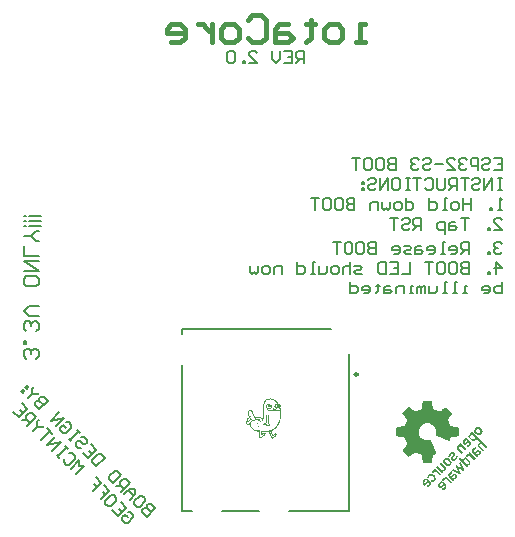
<source format=gbr>
%TF.GenerationSoftware,Altium Limited,Altium Designer,24.10.1 (45)*%
G04 Layer_Color=32896*
%FSLAX45Y45*%
%MOMM*%
%TF.SameCoordinates,EEF0193C-C13F-4000-B0C4-A13F86DA6223*%
%TF.FilePolarity,Positive*%
%TF.FileFunction,Legend,Bot*%
%TF.Part,Single*%
G01*
G75*
%TA.AperFunction,NonConductor*%
%ADD51C,0.20000*%
%ADD52C,0.25000*%
%ADD57C,0.20320*%
%ADD58C,0.38100*%
G36*
X3813052Y1453047D02*
X3814212Y1454208D01*
X3815373Y1453047D01*
X3816534Y1454208D01*
X3821177Y1449564D01*
X3820016Y1448404D01*
X3821177Y1447243D01*
X3820016Y1446082D01*
X3822338Y1443760D01*
X3821177Y1442599D01*
X3822338Y1441439D01*
X3821177Y1440278D01*
X3823499Y1437956D01*
X3822338Y1436795D01*
X3823499Y1435634D01*
X3822338Y1434473D01*
X3823499Y1433312D01*
X3822338Y1432152D01*
X3824660Y1429830D01*
X3823499Y1428669D01*
X3824660Y1427508D01*
X3823499Y1426347D01*
X3825821Y1424026D01*
X3824660Y1422865D01*
X3825821Y1421704D01*
X3824660Y1420543D01*
X3826982Y1418221D01*
X3825821Y1417060D01*
X3826982Y1415900D01*
X3825821Y1414739D01*
X3828142Y1412417D01*
X3826982Y1411256D01*
X3828143Y1410095D01*
X3826982Y1408934D01*
X3829303Y1406613D01*
X3828143Y1405452D01*
X3829303Y1404291D01*
X3828142Y1403130D01*
X3830464Y1400808D01*
X3829303Y1399647D01*
X3830464Y1398487D01*
X3829303Y1397326D01*
X3830464Y1396165D01*
X3829303Y1395004D01*
X3831625Y1392682D01*
X3830464Y1391521D01*
X3831625Y1390361D01*
X3830464Y1389200D01*
X3832786Y1386878D01*
X3831625Y1385717D01*
X3837429Y1379913D01*
X3838590Y1381074D01*
X3840912Y1378752D01*
X3842073Y1379913D01*
X3845555Y1376430D01*
X3846716Y1377591D01*
X3849038Y1375269D01*
X3850199Y1376430D01*
X3852521Y1374109D01*
X3853681Y1375270D01*
X3857164Y1371787D01*
X3858325Y1372947D01*
X3860646Y1370626D01*
X3861807Y1371787D01*
X3864129Y1369465D01*
X3865290Y1370626D01*
X3868773Y1367143D01*
X3869934Y1368304D01*
X3872255Y1365983D01*
X3873416Y1367143D01*
X3875738Y1364822D01*
X3876899Y1365983D01*
X3880381Y1362500D01*
X3881542Y1363661D01*
X3882703Y1362500D01*
X3883864Y1363661D01*
X3885024Y1362500D01*
X3887346Y1364822D01*
X3888507Y1363661D01*
X3894312Y1369465D01*
X3895473Y1368304D01*
X3902438Y1375270D01*
X3903598Y1374109D01*
X3909403Y1379913D01*
X3910564Y1378752D01*
X3917529Y1385717D01*
X3918690Y1384556D01*
X3924494Y1390361D01*
X3925655Y1389200D01*
X3931459Y1395004D01*
X3932620Y1393843D01*
X3939585Y1400808D01*
X3940746Y1399648D01*
X3943068Y1401969D01*
X3994145Y1350891D01*
X3992985Y1349731D01*
X3994146Y1348570D01*
X3989502Y1343926D01*
X3990663Y1342765D01*
X3983698Y1335800D01*
X3984859Y1334639D01*
X3979054Y1328835D01*
X3980215Y1327674D01*
X3974411Y1321870D01*
X3975572Y1320709D01*
X3968606Y1313744D01*
X3969768Y1312583D01*
X3963963Y1306778D01*
X3965124Y1305618D01*
X3958159Y1298653D01*
X3959320Y1297492D01*
X3955837Y1294009D01*
X3956998Y1292848D01*
X3955837Y1291687D01*
X3958159Y1289365D01*
X3956998Y1288205D01*
X3959320Y1285883D01*
X3958159Y1284722D01*
X3961642Y1281240D01*
X3960481Y1280079D01*
X3962802Y1277757D01*
X3961642Y1276596D01*
X3965124Y1273114D01*
X3963963Y1271953D01*
X3966285Y1269631D01*
X3965124Y1268470D01*
X3968607Y1264988D01*
X3967446Y1263827D01*
X3969768Y1261505D01*
X3968607Y1260344D01*
X3972089Y1256862D01*
X3970929Y1255701D01*
X3973250Y1253379D01*
X3972089Y1252218D01*
X3975572Y1248735D01*
X3974411Y1247575D01*
X3976733Y1245253D01*
X3975572Y1244092D01*
X3981376Y1238288D01*
X3982537Y1239449D01*
X3984859Y1237127D01*
X3986019Y1238288D01*
X3987180Y1237127D01*
X3988341Y1238288D01*
X3989502Y1237127D01*
X3990663Y1238288D01*
X3992985Y1235966D01*
X3994145Y1237127D01*
X3995306Y1235966D01*
X3996467Y1237127D01*
X3998789Y1234805D01*
X3999950Y1235966D01*
X4001111Y1234805D01*
X4002272Y1235966D01*
X4004593Y1233644D01*
X4005754Y1234805D01*
X4006915Y1233644D01*
X4008076Y1234805D01*
X4010398Y1232483D01*
X4011559Y1233644D01*
X4012719Y1232483D01*
X4013880Y1233644D01*
X4016202Y1231323D01*
X4017363Y1232483D01*
X4018524Y1231323D01*
X4019684Y1232483D01*
X4022006Y1230162D01*
X4023167Y1231323D01*
X4024328Y1230162D01*
X4025489Y1231323D01*
X4026650Y1230162D01*
X4027811Y1231323D01*
X4030132Y1229001D01*
X4031293Y1230162D01*
X4032454Y1229001D01*
X4033615Y1230162D01*
X4035937Y1227840D01*
X4037098Y1229001D01*
X4038258Y1227840D01*
X4039419Y1229001D01*
X4041741Y1226679D01*
X4042902Y1227840D01*
X4046384Y1224357D01*
X4045223Y1223197D01*
X4047545Y1220875D01*
X4046384Y1219714D01*
X4047545Y1218553D01*
X4046384Y1217392D01*
X4047545Y1216232D01*
X4046384Y1215071D01*
X4047545Y1213910D01*
X4046384Y1212749D01*
X4047545Y1211588D01*
X4046384Y1210427D01*
X4047545Y1209266D01*
X4046384Y1208106D01*
X4047545Y1206944D01*
X4046384Y1205784D01*
X4047545Y1204623D01*
X4046384Y1203462D01*
X4047545Y1202301D01*
X4046384Y1201140D01*
X4047545Y1199979D01*
X4046384Y1198819D01*
X4047545Y1197658D01*
X4046384Y1196497D01*
X4047545Y1195336D01*
X4046384Y1194175D01*
X4047545Y1193014D01*
X4046384Y1191854D01*
X4047545Y1190693D01*
X4046384Y1189532D01*
X4047545Y1188371D01*
X4046384Y1187210D01*
X4047545Y1186049D01*
X4046384Y1184888D01*
X4047545Y1183727D01*
X4046384Y1182566D01*
X4047545Y1181406D01*
X4046384Y1180245D01*
X4047545Y1179084D01*
X4046384Y1177923D01*
X4047545Y1176762D01*
X4046384Y1175601D01*
X4047545Y1174441D01*
X4046384Y1173280D01*
X4047545Y1172119D01*
X4046384Y1170958D01*
X4047545Y1169797D01*
X4046384Y1168636D01*
X4047545Y1167475D01*
X4046384Y1166314D01*
X4047545Y1165154D01*
X4046384Y1163993D01*
X4047545Y1162832D01*
X4046384Y1161671D01*
X4047545Y1160510D01*
X4046384Y1159349D01*
X4047545Y1158188D01*
X4045223Y1155867D01*
X4046384Y1154706D01*
X4045224Y1153545D01*
X4044063Y1154706D01*
X4041741Y1152384D01*
X4040580Y1153545D01*
X4038258Y1151223D01*
X4037097Y1152384D01*
X4035937Y1151224D01*
X4034776Y1152384D01*
X4033615Y1151223D01*
X4032454Y1152384D01*
X4030132Y1150062D01*
X4028971Y1151224D01*
X4027811Y1150062D01*
X4026650Y1151223D01*
X4024328Y1148901D01*
X4023167Y1150062D01*
X4022006Y1148902D01*
X4020845Y1150062D01*
X4018524Y1147741D01*
X4017363Y1148901D01*
X4016202Y1147741D01*
X4015041Y1148902D01*
X4012719Y1146580D01*
X4011559Y1147741D01*
X4010398Y1146580D01*
X4009237Y1147741D01*
X4006915Y1145419D01*
X4005754Y1146580D01*
X4004593Y1145419D01*
X4003432Y1146580D01*
X4002272Y1145419D01*
X4001111Y1146580D01*
X3998789Y1144258D01*
X3997628Y1145419D01*
X3996467Y1144258D01*
X3995306Y1145419D01*
X3992985Y1143097D01*
X3991824Y1144258D01*
X3990663Y1143097D01*
X3989502Y1144258D01*
X3987180Y1141937D01*
X3986020Y1143097D01*
X3984859Y1141936D01*
X3983698Y1143097D01*
X3977893Y1137293D01*
X3979054Y1136132D01*
X3976733Y1133810D01*
X3977893Y1132649D01*
X3975572Y1130328D01*
X3976733Y1129167D01*
X3974411Y1126845D01*
X3975572Y1125684D01*
X3973250Y1123363D01*
X3974411Y1122202D01*
X3972089Y1119880D01*
X3973250Y1118719D01*
X3970928Y1116397D01*
X3972089Y1115237D01*
X3968607Y1111754D01*
X3967446Y1112915D01*
X3966285Y1111754D01*
X3962802Y1115237D01*
X3961642Y1114076D01*
X3959320Y1116397D01*
X3958159Y1115237D01*
X3954676Y1118719D01*
X3953515Y1117558D01*
X3951194Y1119880D01*
X3950033Y1118719D01*
X3947711Y1121041D01*
X3946550Y1119880D01*
X3943068Y1123363D01*
X3941907Y1122202D01*
X3939585Y1124524D01*
X3938424Y1123363D01*
X3934942Y1126845D01*
X3933781Y1125684D01*
X3931459Y1128006D01*
X3930298Y1126845D01*
X3926816Y1130328D01*
X3925655Y1129167D01*
X3923333Y1131489D01*
X3922172Y1130328D01*
X3919850Y1132649D01*
X3918690Y1131489D01*
X3915207Y1134971D01*
X3914046Y1133810D01*
X3911724Y1136132D01*
X3910564Y1134971D01*
X3907081Y1138454D01*
X3905920Y1137293D01*
X3903598Y1139615D01*
X3902437Y1138454D01*
X3900116Y1140775D01*
X3898955Y1139615D01*
X3895473Y1143097D01*
X3894311Y1141936D01*
X3891990Y1144258D01*
X3890829Y1143097D01*
X3887346Y1146580D01*
X3886186Y1145419D01*
X3883864Y1147741D01*
X3882703Y1146580D01*
X3879220Y1150062D01*
X3878060Y1148902D01*
X3875738Y1151224D01*
X3874577Y1150062D01*
X3872255Y1152384D01*
X3871094Y1151223D01*
X3867612Y1154706D01*
X3866451Y1153545D01*
X3864129Y1155867D01*
X3862968Y1154706D01*
X3859486Y1158188D01*
X3858325Y1157028D01*
X3856003Y1159349D01*
X3854842Y1158188D01*
X3852521Y1160510D01*
X3853682Y1161671D01*
X3852521Y1162832D01*
X3853681Y1163993D01*
X3852521Y1165154D01*
X3853682Y1166314D01*
X3852521Y1167475D01*
X3854842Y1169797D01*
X3853681Y1170958D01*
X3854842Y1172119D01*
X3853682Y1173280D01*
X3856003Y1175601D01*
X3854842Y1176762D01*
X3856003Y1177923D01*
X3854842Y1179084D01*
X3856003Y1180245D01*
X3854842Y1181406D01*
X3857164Y1183727D01*
X3856003Y1184888D01*
X3857164Y1186049D01*
X3856003Y1187210D01*
X3857164Y1188371D01*
X3856003Y1189532D01*
X3857164Y1190693D01*
X3856003Y1191853D01*
X3857164Y1193014D01*
X3856003Y1194175D01*
X3857164Y1195336D01*
X3854842Y1197657D01*
X3856003Y1198819D01*
X3854842Y1199980D01*
X3856003Y1201140D01*
X3854842Y1202301D01*
X3856003Y1203462D01*
X3853681Y1205784D01*
X3854842Y1206944D01*
X3853682Y1208105D01*
X3854842Y1209266D01*
X3852521Y1211588D01*
X3853682Y1212749D01*
X3851360Y1215071D01*
X3852521Y1216232D01*
X3849038Y1219714D01*
X3850199Y1220875D01*
X3846716Y1224357D01*
X3847877Y1225518D01*
X3843234Y1230162D01*
X3844394Y1231323D01*
X3824660Y1251057D01*
X3823499Y1249896D01*
X3817695Y1255701D01*
X3816534Y1254540D01*
X3814212Y1256862D01*
X3813051Y1255701D01*
X3809569Y1259183D01*
X3808408Y1258023D01*
X3806086Y1260344D01*
X3804925Y1259183D01*
X3802604Y1261505D01*
X3801443Y1260344D01*
X3800282Y1261505D01*
X3799121Y1260344D01*
X3796799Y1262666D01*
X3795638Y1261505D01*
X3794478Y1262666D01*
X3793317Y1261505D01*
X3792156Y1262666D01*
X3790995Y1261505D01*
X3789834Y1262666D01*
X3788673Y1261505D01*
X3786352Y1263827D01*
X3785191Y1262666D01*
X3784030Y1263827D01*
X3782869Y1262666D01*
X3781708Y1263827D01*
X3780547Y1262666D01*
X3779386Y1263827D01*
X3777065Y1261505D01*
X3775904Y1262666D01*
X3774743Y1261505D01*
X3773582Y1262666D01*
X3772421Y1261505D01*
X3771260Y1262666D01*
X3770100Y1261505D01*
X3768939Y1262666D01*
X3766617Y1260344D01*
X3765456Y1261505D01*
X3763134Y1259183D01*
X3761973Y1260344D01*
X3759652Y1258023D01*
X3758491Y1259183D01*
X3756169Y1256862D01*
X3755008Y1258022D01*
X3752687Y1255701D01*
X3751526Y1256862D01*
X3746882Y1252218D01*
X3745721Y1253379D01*
X3739917Y1247575D01*
X3738756Y1248736D01*
X3723665Y1233644D01*
X3724826Y1232483D01*
X3719022Y1226679D01*
X3720183Y1225519D01*
X3716700Y1222036D01*
X3717861Y1220875D01*
X3714378Y1217392D01*
X3715539Y1216232D01*
X3713217Y1213910D01*
X3714378Y1212749D01*
X3712056Y1210427D01*
X3713217Y1209266D01*
X3712056Y1208105D01*
X3713217Y1206944D01*
X3710896Y1204623D01*
X3712056Y1203462D01*
X3710896Y1202301D01*
X3712056Y1201140D01*
X3710896Y1199980D01*
X3712057Y1198819D01*
X3709735Y1196497D01*
X3710896Y1195336D01*
X3709735Y1194175D01*
X3710896Y1193014D01*
X3709735Y1191854D01*
X3710896Y1190693D01*
X3709735Y1189532D01*
X3710896Y1188371D01*
X3709735Y1187210D01*
X3710896Y1186049D01*
X3709735Y1184888D01*
X3710896Y1183727D01*
X3709735Y1182566D01*
X3712056Y1180245D01*
X3710896Y1179084D01*
X3712056Y1177923D01*
X3710896Y1176762D01*
X3712056Y1175601D01*
X3710896Y1174440D01*
X3713217Y1172119D01*
X3712056Y1170958D01*
X3714378Y1168636D01*
X3713217Y1167475D01*
X3715539Y1165154D01*
X3714378Y1163993D01*
X3716700Y1161671D01*
X3715539Y1160510D01*
X3719022Y1157027D01*
X3717861Y1155867D01*
X3722504Y1151223D01*
X3721343Y1150062D01*
X3730630Y1140775D01*
X3729469Y1139615D01*
X3732952Y1136132D01*
X3734113Y1137293D01*
X3743400Y1128006D01*
X3744560Y1129167D01*
X3749204Y1124524D01*
X3750365Y1125684D01*
X3753847Y1122202D01*
X3755008Y1123363D01*
X3757330Y1121041D01*
X3758491Y1122202D01*
X3760813Y1119880D01*
X3761973Y1121041D01*
X3764295Y1118719D01*
X3765456Y1119880D01*
X3766617Y1118719D01*
X3767778Y1119880D01*
X3770099Y1117558D01*
X3771260Y1118719D01*
X3772421Y1117558D01*
X3773582Y1118719D01*
X3775904Y1116397D01*
X3777065Y1117558D01*
X3778225Y1116398D01*
X3779386Y1117558D01*
X3780547Y1116397D01*
X3781708Y1117558D01*
X3782869Y1116397D01*
X3784030Y1117558D01*
X3785191Y1116397D01*
X3786352Y1117558D01*
X3787512Y1116397D01*
X3788673Y1117558D01*
X3789834Y1116398D01*
X3792156Y1118719D01*
X3793317Y1117558D01*
X3794478Y1118719D01*
X3795638Y1117558D01*
X3796799Y1118719D01*
X3797960Y1117558D01*
X3800282Y1119880D01*
X3801443Y1118719D01*
X3802604Y1119880D01*
X3803765Y1118719D01*
X3806086Y1121041D01*
X3807247Y1119880D01*
X3808408Y1121041D01*
X3809569Y1119880D01*
X3810729Y1121041D01*
X3811891Y1119880D01*
X3813052Y1121041D01*
X3814212Y1119880D01*
X3813051Y1118719D01*
X3816534Y1115237D01*
X3815373Y1114076D01*
X3817695Y1111754D01*
X3816534Y1110593D01*
X3820016Y1107111D01*
X3818855Y1105950D01*
X3821177Y1103628D01*
X3820016Y1102467D01*
X3823499Y1098985D01*
X3822338Y1097824D01*
X3824660Y1095502D01*
X3823499Y1094341D01*
X3825821Y1092019D01*
X3824660Y1090858D01*
X3828142Y1087376D01*
X3826982Y1086215D01*
X3829303Y1083893D01*
X3828143Y1082733D01*
X3831625Y1079250D01*
X3830464Y1078089D01*
X3832786Y1075767D01*
X3831625Y1074606D01*
X3835108Y1071124D01*
X3833947Y1069963D01*
X3836268Y1067641D01*
X3835108Y1066480D01*
X3837429Y1064159D01*
X3836268Y1062998D01*
X3839751Y1059515D01*
X3838590Y1058354D01*
X3840912Y1056033D01*
X3839751Y1054872D01*
X3843234Y1051389D01*
X3842073Y1050228D01*
X3844394Y1047907D01*
X3843234Y1046746D01*
X3845555Y1044424D01*
X3844394Y1043263D01*
X3847877Y1039780D01*
X3846716Y1038620D01*
X3849038Y1036298D01*
X3847877Y1035137D01*
X3851360Y1031655D01*
X3850199Y1030494D01*
X3852521Y1028172D01*
X3851360Y1027011D01*
X3854842Y1023529D01*
X3853681Y1022368D01*
X3856003Y1020046D01*
X3854842Y1018885D01*
X3857164Y1016563D01*
X3856003Y1015403D01*
X3859486Y1011920D01*
X3858325Y1010759D01*
X3860647Y1008437D01*
X3859486Y1007277D01*
X3861808Y1004955D01*
X3857164Y1000311D01*
X3856003Y1001472D01*
X3854842Y1000311D01*
X3853682Y1001472D01*
X3851360Y999150D01*
X3850199Y1000311D01*
X3847877Y997990D01*
X3846716Y999150D01*
X3844394Y996829D01*
X3843234Y997990D01*
X3840912Y995668D01*
X3839751Y996829D01*
X3837429Y994507D01*
X3836269Y995668D01*
X3830464Y989864D01*
X3831625Y988703D01*
X3830464Y987542D01*
X3831625Y986381D01*
X3829303Y984059D01*
X3830464Y982898D01*
X3829303Y981738D01*
X3830464Y980577D01*
X3828142Y978255D01*
X3829303Y977094D01*
X3828143Y975933D01*
X3829303Y974772D01*
X3826982Y972451D01*
X3828143Y971290D01*
X3826982Y970129D01*
X3828143Y968968D01*
X3825821Y966647D01*
X3826982Y965486D01*
X3825821Y964325D01*
X3826982Y963164D01*
X3824660Y960842D01*
X3825821Y959681D01*
X3824660Y958520D01*
X3825821Y957360D01*
X3824660Y956198D01*
X3825821Y955038D01*
X3823499Y952716D01*
X3824660Y951555D01*
X3823499Y950395D01*
X3824660Y949234D01*
X3822338Y946912D01*
X3823499Y945751D01*
X3822338Y944590D01*
X3823499Y943429D01*
X3821178Y941108D01*
X3822338Y939947D01*
X3821177Y938786D01*
X3822338Y937625D01*
X3820016Y935303D01*
X3821177Y934142D01*
X3820016Y932981D01*
X3821177Y931821D01*
X3818855Y929499D01*
X3820016Y928338D01*
X3818856Y927177D01*
X3817695Y928338D01*
X3815373Y926016D01*
X3814212Y927177D01*
X3813052Y926016D01*
X3811891Y927177D01*
X3810729Y926016D01*
X3809569Y927177D01*
X3808408Y926016D01*
X3807247Y927177D01*
X3806086Y926016D01*
X3804925Y927177D01*
X3803765Y926016D01*
X3802604Y927177D01*
X3801443Y926016D01*
X3800282Y927177D01*
X3799121Y926016D01*
X3797960Y927177D01*
X3796799Y926016D01*
X3795639Y927177D01*
X3794478Y926016D01*
X3793317Y927177D01*
X3792156Y926016D01*
X3790995Y927177D01*
X3789834Y926016D01*
X3788673Y927177D01*
X3787512Y926016D01*
X3786352Y927177D01*
X3785191Y926016D01*
X3784030Y927177D01*
X3782869Y926016D01*
X3781708Y927177D01*
X3780547Y926016D01*
X3779386Y927177D01*
X3778225Y926016D01*
X3777065Y927177D01*
X3775904Y926016D01*
X3774743Y927177D01*
X3773582Y926016D01*
X3772421Y927177D01*
X3771260Y926016D01*
X3770099Y927177D01*
X3768939Y926016D01*
X3767778Y927177D01*
X3766617Y926016D01*
X3765456Y927177D01*
X3764295Y926016D01*
X3763134Y927177D01*
X3761973Y926016D01*
X3760813Y927177D01*
X3759652Y926016D01*
X3758491Y927177D01*
X3757330Y926016D01*
X3756169Y927177D01*
X3755008Y926016D01*
X3753847Y927177D01*
X3752686Y926016D01*
X3751526Y927177D01*
X3750365Y926016D01*
X3744561Y931821D01*
X3745721Y932981D01*
X3744560Y934142D01*
X3745721Y935303D01*
X3744560Y936464D01*
X3745721Y937625D01*
X3743400Y939947D01*
X3744560Y941108D01*
X3743400Y942268D01*
X3744561Y943429D01*
X3742239Y945751D01*
X3743400Y946912D01*
X3742239Y948073D01*
X3743400Y949233D01*
X3741078Y951555D01*
X3742239Y952716D01*
X3741078Y953877D01*
X3742239Y955038D01*
X3739917Y957360D01*
X3741078Y958520D01*
X3739917Y959681D01*
X3741078Y960842D01*
X3738756Y963164D01*
X3739917Y964325D01*
X3738756Y965485D01*
X3739917Y966647D01*
X3738756Y967807D01*
X3739917Y968968D01*
X3737595Y971290D01*
X3738756Y972451D01*
X3737595Y973612D01*
X3738756Y974772D01*
X3736434Y977094D01*
X3737595Y978255D01*
X3736434Y979416D01*
X3737595Y980577D01*
X3735274Y982898D01*
X3736434Y984059D01*
X3735274Y985220D01*
X3736434Y986381D01*
X3734113Y988703D01*
X3735274Y989864D01*
X3734113Y991024D01*
X3735274Y992185D01*
X3730630Y996829D01*
X3729469Y995668D01*
X3725987Y999150D01*
X3724826Y997990D01*
X3722504Y1000311D01*
X3721343Y999150D01*
X3717861Y1002633D01*
X3716700Y1001472D01*
X3714378Y1003794D01*
X3713217Y1002633D01*
X3709735Y1006116D01*
X3708574Y1004955D01*
X3706252Y1007277D01*
X3705091Y1006116D01*
X3701609Y1009598D01*
X3700448Y1008437D01*
X3698126Y1010759D01*
X3696965Y1009598D01*
X3693483Y1013081D01*
X3692322Y1011920D01*
X3690000Y1014242D01*
X3688839Y1013081D01*
X3685357Y1016563D01*
X3684196Y1015403D01*
X3681874Y1017724D01*
X3680713Y1016563D01*
X3679552Y1017724D01*
X3674909Y1013081D01*
X3673748Y1014242D01*
X3667944Y1008437D01*
X3666783Y1009598D01*
X3660979Y1003794D01*
X3659818Y1004955D01*
X3652852Y997990D01*
X3651692Y999150D01*
X3645887Y993346D01*
X3644727Y994507D01*
X3637761Y987542D01*
X3636601Y988703D01*
X3630796Y982898D01*
X3629635Y984059D01*
X3624992Y979416D01*
X3623831Y980577D01*
X3622670Y979416D01*
X3620348Y981738D01*
X3619188Y980577D01*
X3572753Y1027011D01*
X3573914Y1028172D01*
X3571592Y1030494D01*
X3573914Y1032816D01*
X3572753Y1033976D01*
X3578557Y1039780D01*
X3577397Y1040941D01*
X3584362Y1047907D01*
X3583201Y1049067D01*
X3589005Y1054872D01*
X3587844Y1056033D01*
X3594809Y1062998D01*
X3593649Y1064159D01*
X3599453Y1069963D01*
X3598292Y1071124D01*
X3604096Y1076928D01*
X3602936Y1078089D01*
X3609901Y1085054D01*
X3608740Y1086215D01*
X3611062Y1088537D01*
X3609901Y1089698D01*
X3611062Y1090858D01*
X3608740Y1093180D01*
X3609901Y1094341D01*
X3607579Y1096663D01*
X3608740Y1097824D01*
X3606418Y1100145D01*
X3607579Y1101306D01*
X3604096Y1104789D01*
X3605257Y1105950D01*
X3602936Y1108272D01*
X3604096Y1109432D01*
X3600614Y1112915D01*
X3601775Y1114076D01*
X3599453Y1116397D01*
X3600614Y1117558D01*
X3598292Y1119880D01*
X3599453Y1121041D01*
X3595970Y1124524D01*
X3597131Y1125684D01*
X3594809Y1128006D01*
X3595970Y1129167D01*
X3593649Y1131488D01*
X3594809Y1132649D01*
X3591327Y1136132D01*
X3592488Y1137293D01*
X3587844Y1141936D01*
X3586683Y1140775D01*
X3585522Y1141936D01*
X3584362Y1140775D01*
X3582040Y1143097D01*
X3580879Y1141936D01*
X3579718Y1143097D01*
X3578557Y1141936D01*
X3576236Y1144258D01*
X3575075Y1143097D01*
X3573914Y1144258D01*
X3572753Y1143097D01*
X3570431Y1145419D01*
X3569270Y1144258D01*
X3568110Y1145419D01*
X3566949Y1144258D01*
X3564627Y1146580D01*
X3563466Y1145419D01*
X3562305Y1146580D01*
X3561145Y1145419D01*
X3558823Y1147741D01*
X3557662Y1146580D01*
X3556501Y1147741D01*
X3555340Y1146580D01*
X3554179Y1147741D01*
X3553019Y1146580D01*
X3550697Y1148902D01*
X3549536Y1147741D01*
X3548375Y1148901D01*
X3547214Y1147741D01*
X3544893Y1150062D01*
X3543732Y1148901D01*
X3542571Y1150062D01*
X3541410Y1148902D01*
X3539088Y1151223D01*
X3537927Y1150062D01*
X3536767Y1151224D01*
X3535606Y1150062D01*
X3533284Y1152384D01*
X3532123Y1151224D01*
X3530962Y1152384D01*
X3529801Y1151223D01*
X3527480Y1153545D01*
X3526319Y1152384D01*
X3525158Y1153545D01*
X3523997Y1152384D01*
X3519354Y1157028D01*
X3520514Y1158188D01*
X3519354Y1159349D01*
X3520514Y1160510D01*
X3519353Y1161671D01*
X3520514Y1162832D01*
X3519354Y1163993D01*
X3520514Y1165154D01*
X3519354Y1166314D01*
X3520515Y1167475D01*
X3519354Y1168636D01*
X3520514Y1169797D01*
X3519354Y1170958D01*
X3520514Y1172119D01*
X3519353Y1173280D01*
X3520514Y1174441D01*
X3519354Y1175601D01*
X3520514Y1176762D01*
X3519353Y1177923D01*
X3520514Y1179084D01*
X3519354Y1180245D01*
X3520514Y1181406D01*
X3519354Y1182566D01*
X3520514Y1183727D01*
X3519353Y1184888D01*
X3520514Y1186049D01*
X3519354Y1187210D01*
X3520514Y1188371D01*
X3519353Y1189532D01*
X3520514Y1190693D01*
X3519354Y1191854D01*
X3520514Y1193014D01*
X3519354Y1194175D01*
X3520514Y1195336D01*
X3519353Y1196497D01*
X3520514Y1197658D01*
X3519354Y1198819D01*
X3520514Y1199979D01*
X3519353Y1201140D01*
X3520514Y1202301D01*
X3519354Y1203462D01*
X3520514Y1204623D01*
X3519354Y1205784D01*
X3520514Y1206944D01*
X3519353Y1208105D01*
X3520514Y1209266D01*
X3519354Y1210427D01*
X3520514Y1211588D01*
X3519353Y1212749D01*
X3520514Y1213910D01*
X3519354Y1215071D01*
X3520514Y1216232D01*
X3519354Y1217392D01*
X3520515Y1218553D01*
X3519354Y1219714D01*
X3520514Y1220875D01*
X3519354Y1222036D01*
X3520514Y1223196D01*
X3519353Y1224357D01*
X3522836Y1227840D01*
X3523997Y1226679D01*
X3526319Y1229001D01*
X3527480Y1227840D01*
X3528640Y1229001D01*
X3529801Y1227840D01*
X3532123Y1230162D01*
X3533284Y1229001D01*
X3534445Y1230162D01*
X3535606Y1229001D01*
X3536766Y1230162D01*
X3537927Y1229001D01*
X3540249Y1231323D01*
X3541410Y1230162D01*
X3542571Y1231323D01*
X3543732Y1230162D01*
X3546053Y1232483D01*
X3547214Y1231323D01*
X3548375Y1232483D01*
X3549536Y1231323D01*
X3551858Y1233644D01*
X3553019Y1232483D01*
X3554179Y1233644D01*
X3555340Y1232483D01*
X3557662Y1234805D01*
X3558823Y1233644D01*
X3559984Y1234805D01*
X3561145Y1233644D01*
X3563466Y1235966D01*
X3564627Y1234805D01*
X3565788Y1235966D01*
X3566949Y1234805D01*
X3569270Y1237127D01*
X3570431Y1235966D01*
X3571592Y1237127D01*
X3572753Y1235966D01*
X3573914Y1237127D01*
X3575075Y1235966D01*
X3577397Y1238288D01*
X3578557Y1237127D01*
X3579718Y1238288D01*
X3580879Y1237127D01*
X3583201Y1239449D01*
X3584362Y1238288D01*
X3585523Y1239449D01*
X3586684Y1238288D01*
X3589005Y1240609D01*
X3590166Y1239449D01*
X3593649Y1242931D01*
X3592488Y1244092D01*
X3595970Y1247575D01*
X3594809Y1248736D01*
X3597131Y1251057D01*
X3595970Y1252218D01*
X3599453Y1255701D01*
X3598292Y1256862D01*
X3600614Y1259183D01*
X3599453Y1260344D01*
X3602936Y1263827D01*
X3601775Y1264988D01*
X3604096Y1267309D01*
X3602936Y1268470D01*
X3605257Y1270792D01*
X3604096Y1271953D01*
X3607579Y1275435D01*
X3606418Y1276596D01*
X3608740Y1278918D01*
X3607579Y1280079D01*
X3611062Y1283562D01*
X3609901Y1284722D01*
X3612222Y1287044D01*
X3611061Y1288205D01*
X3612222Y1289366D01*
X3611062Y1290527D01*
X3612222Y1291687D01*
X3606418Y1297492D01*
X3607579Y1298653D01*
X3601775Y1304457D01*
X3602936Y1305618D01*
X3597131Y1311422D01*
X3598292Y1312583D01*
X3591327Y1319548D01*
X3592488Y1320709D01*
X3586683Y1326513D01*
X3587844Y1327674D01*
X3580879Y1334639D01*
X3582040Y1335800D01*
X3576236Y1341604D01*
X3577397Y1342765D01*
X3571592Y1348570D01*
X3572753Y1349731D01*
X3571592Y1350891D01*
X3622670Y1401969D01*
X3624992Y1399647D01*
X3626153Y1400808D01*
X3631957Y1395004D01*
X3633118Y1396165D01*
X3638922Y1390361D01*
X3640083Y1391521D01*
X3647048Y1384556D01*
X3648209Y1385717D01*
X3654014Y1379913D01*
X3655174Y1381074D01*
X3662139Y1374109D01*
X3663300Y1375270D01*
X3669105Y1369465D01*
X3670265Y1370626D01*
X3676070Y1364822D01*
X3677231Y1365983D01*
X3681874Y1361339D01*
X3683035Y1362500D01*
X3684196Y1361339D01*
X3685357Y1362500D01*
X3686517Y1361339D01*
X3688839Y1363661D01*
X3690000Y1362500D01*
X3693483Y1365983D01*
X3694643Y1364822D01*
X3696965Y1367143D01*
X3698126Y1365983D01*
X3700448Y1368304D01*
X3701609Y1367143D01*
X3705091Y1370626D01*
X3706252Y1369465D01*
X3708574Y1371787D01*
X3709735Y1370626D01*
X3713217Y1374109D01*
X3714378Y1372948D01*
X3716700Y1375270D01*
X3717861Y1374109D01*
X3721343Y1377591D01*
X3722504Y1376430D01*
X3724826Y1378752D01*
X3725987Y1377591D01*
X3728309Y1379913D01*
X3729469Y1378752D01*
X3734113Y1383396D01*
X3732952Y1384556D01*
X3735274Y1386878D01*
X3734113Y1388039D01*
X3735274Y1389200D01*
X3734113Y1390361D01*
X3735274Y1391521D01*
X3734113Y1392682D01*
X3736434Y1395004D01*
X3735274Y1396165D01*
X3736434Y1397326D01*
X3735274Y1398486D01*
X3737595Y1400808D01*
X3736434Y1401969D01*
X3737595Y1403130D01*
X3736434Y1404291D01*
X3738756Y1406613D01*
X3737595Y1407773D01*
X3738756Y1408934D01*
X3737595Y1410095D01*
X3739917Y1412417D01*
X3738756Y1413578D01*
X3739917Y1414739D01*
X3738756Y1415900D01*
X3741078Y1418221D01*
X3739917Y1419382D01*
X3741078Y1420543D01*
X3739917Y1421704D01*
X3742239Y1424026D01*
X3741078Y1425186D01*
X3742239Y1426347D01*
X3741078Y1427508D01*
X3742239Y1428669D01*
X3741078Y1429830D01*
X3743400Y1432152D01*
X3742239Y1433312D01*
X3743400Y1434473D01*
X3742239Y1435634D01*
X3744560Y1437956D01*
X3743400Y1439117D01*
X3744560Y1440278D01*
X3743400Y1441438D01*
X3745721Y1443760D01*
X3744560Y1444921D01*
X3745721Y1446082D01*
X3744561Y1447243D01*
X3746882Y1449564D01*
X3745721Y1450725D01*
X3749204Y1454208D01*
X3750365Y1453047D01*
X3751526Y1454208D01*
X3752686Y1453047D01*
X3753847Y1454208D01*
X3755008Y1453047D01*
X3756169Y1454208D01*
X3757330Y1453047D01*
X3758491Y1454208D01*
X3759652Y1453047D01*
X3760813Y1454208D01*
X3761973Y1453047D01*
X3763134Y1454208D01*
X3764295Y1453047D01*
X3765456Y1454208D01*
X3766617Y1453047D01*
X3767778Y1454208D01*
X3768939Y1453047D01*
X3770099Y1454208D01*
X3771260Y1453047D01*
X3772421Y1454208D01*
X3773582Y1453047D01*
X3774743Y1454208D01*
X3775904Y1453047D01*
X3777065Y1454208D01*
X3778225Y1453047D01*
X3779386Y1454208D01*
X3780547Y1453047D01*
X3781708Y1454208D01*
X3782869Y1453047D01*
X3784030Y1454208D01*
X3785191Y1453047D01*
X3786352Y1454208D01*
X3787512Y1453047D01*
X3788673Y1454208D01*
X3789834Y1453047D01*
X3790995Y1454208D01*
X3792156Y1453047D01*
X3793317Y1454208D01*
X3794477Y1453047D01*
X3795638Y1454208D01*
X3796799Y1453047D01*
X3797960Y1454208D01*
X3799121Y1453047D01*
X3800282Y1454208D01*
X3801443Y1453047D01*
X3802604Y1454208D01*
X3803765Y1453047D01*
X3804925Y1454208D01*
X3806086Y1453047D01*
X3807247Y1454208D01*
X3808408Y1453047D01*
X3809569Y1454208D01*
X3810729Y1453047D01*
X3811891Y1454208D01*
X3813052Y1453047D01*
D02*
G37*
G36*
X2459984Y1471937D02*
X2464834D01*
Y1471613D01*
X2465804D01*
Y1471290D01*
X2467744D01*
Y1470967D01*
X2468714D01*
Y1470643D01*
X2470007D01*
Y1470320D01*
X2471301D01*
Y1469997D01*
X2471947D01*
Y1469673D01*
X2473241D01*
Y1469350D01*
X2473887D01*
Y1469027D01*
X2474857D01*
Y1468703D01*
X2475827D01*
Y1468380D01*
X2476474D01*
Y1468056D01*
X2477444D01*
Y1467733D01*
X2477767D01*
Y1467410D01*
X2478737D01*
Y1467086D01*
X2479384D01*
Y1466763D01*
X2480031D01*
Y1466440D01*
X2480677D01*
Y1466116D01*
X2481001D01*
Y1465793D01*
X2481971D01*
Y1465470D01*
X2482617D01*
Y1465146D01*
X2483264D01*
Y1464823D01*
X2483911D01*
Y1464500D01*
X2484234D01*
Y1464176D01*
X2484881D01*
Y1463853D01*
X2485527D01*
Y1463530D01*
X2486174D01*
Y1463206D01*
X2486497D01*
Y1462883D01*
X2487144D01*
Y1462560D01*
X2487791D01*
Y1462236D01*
X2488114D01*
Y1461913D01*
X2488761D01*
Y1461590D01*
X2489408D01*
Y1461266D01*
X2489731D01*
Y1460943D01*
X2490378D01*
Y1460620D01*
X2490701D01*
Y1460296D01*
X2491348D01*
Y1459973D01*
X2491671D01*
Y1459650D01*
X2492318D01*
Y1459326D01*
X2492641D01*
Y1459003D01*
X2492964D01*
Y1458680D01*
X2493611D01*
Y1458356D01*
X2493934D01*
Y1458033D01*
X2494581D01*
Y1457710D01*
X2494904D01*
Y1457386D01*
X2495228D01*
Y1457063D01*
X2495874D01*
Y1456740D01*
X2496198D01*
Y1456416D01*
X2496521D01*
Y1456093D01*
X2496844D01*
Y1455770D01*
X2497491D01*
Y1455446D01*
X2497814D01*
Y1455123D01*
X2498138D01*
Y1454799D01*
X2498784D01*
Y1454476D01*
X2499108D01*
Y1454153D01*
X2499431D01*
Y1453829D01*
X2499754D01*
Y1453506D01*
X2500078D01*
Y1453183D01*
X2500724D01*
Y1452859D01*
X2501048D01*
Y1452536D01*
X2501371D01*
Y1452213D01*
X2501695D01*
Y1451889D01*
X2502018D01*
Y1451566D01*
X2502341D01*
Y1451243D01*
X2502988D01*
Y1450920D01*
X2503311D01*
Y1450596D01*
X2503634D01*
Y1450273D01*
X2503958D01*
Y1449950D01*
X2504281D01*
Y1449626D01*
X2504604D01*
Y1449303D01*
X2504928D01*
Y1448980D01*
X2505251D01*
Y1448656D01*
X2505574D01*
Y1448333D01*
X2505898D01*
Y1448010D01*
X2506221D01*
Y1447686D01*
X2506544D01*
Y1447363D01*
X2506868D01*
Y1447040D01*
X2507514D01*
Y1446393D01*
X2508161D01*
Y1445746D01*
X2508808D01*
Y1445423D01*
X2509131D01*
Y1444776D01*
X2509778D01*
Y1444129D01*
X2510424D01*
Y1443483D01*
X2510748D01*
Y1443159D01*
X2511071D01*
Y1442836D01*
X2511395D01*
Y1442513D01*
X2511718D01*
Y1442189D01*
X2512041D01*
Y1441866D01*
X2512365D01*
Y1441543D01*
X2512688D01*
Y1441219D01*
X2513011D01*
Y1440896D01*
X2513335D01*
Y1440573D01*
X2513658D01*
Y1439926D01*
X2513981D01*
Y1439603D01*
X2514305D01*
Y1439279D01*
X2514628D01*
Y1438956D01*
X2514951D01*
Y1438633D01*
X2515275D01*
Y1437986D01*
X2515598D01*
Y1437663D01*
X2515921D01*
Y1437339D01*
X2516245D01*
Y1437016D01*
X2516568D01*
Y1436369D01*
X2516891D01*
Y1436046D01*
X2517215D01*
Y1435723D01*
X2517538D01*
Y1435399D01*
X2517861D01*
Y1434753D01*
X2518185D01*
Y1434429D01*
X2518508D01*
Y1434106D01*
X2518831D01*
Y1433459D01*
X2519155D01*
Y1433136D01*
X2519478D01*
Y1432812D01*
X2519801D01*
Y1432489D01*
X2520125D01*
Y1432166D01*
X2520448D01*
Y1431519D01*
X2520771D01*
Y1431196D01*
X2521095D01*
Y1430872D01*
X2521418D01*
Y1430549D01*
X2521741D01*
Y1430226D01*
X2522065D01*
Y1429579D01*
X2522388D01*
Y1429256D01*
X2522711D01*
Y1428933D01*
X2523035D01*
Y1428609D01*
X2523681D01*
Y1427963D01*
X2524005D01*
Y1427639D01*
X2524328D01*
Y1427316D01*
X2524651D01*
Y1426993D01*
X2524975D01*
Y1426669D01*
X2525298D01*
Y1426346D01*
X2525945D01*
Y1426023D01*
X2526268D01*
Y1425699D01*
X2526591D01*
Y1425376D01*
X2526915D01*
Y1425053D01*
X2527238D01*
Y1424729D01*
X2527885D01*
Y1424406D01*
X2528208D01*
Y1424082D01*
X2528531D01*
Y1423759D01*
X2528855D01*
Y1423436D01*
X2529501D01*
Y1423112D01*
X2529825D01*
Y1422789D01*
X2530148D01*
Y1422466D01*
X2530795D01*
Y1422142D01*
X2531441D01*
Y1421819D01*
X2531765D01*
Y1421496D01*
X2532088D01*
Y1421172D01*
X2532735D01*
Y1420849D01*
X2533058D01*
Y1420526D01*
X2533705D01*
Y1420202D01*
X2534028D01*
Y1419879D01*
X2534352D01*
Y1419556D01*
X2534675D01*
Y1419232D01*
X2534998D01*
Y1418909D01*
X2535322D01*
Y1418586D01*
X2535645D01*
Y1418262D01*
X2535968D01*
Y1417939D01*
X2536292D01*
Y1417616D01*
X2536615D01*
Y1417292D01*
X2536938D01*
Y1416646D01*
X2537262D01*
Y1416322D01*
X2537585D01*
Y1415676D01*
X2537908D01*
Y1415352D01*
X2538232D01*
Y1414706D01*
X2538555D01*
Y1414059D01*
X2538878D01*
Y1413736D01*
X2539202D01*
Y1412766D01*
X2539525D01*
Y1412119D01*
X2539848D01*
Y1410502D01*
X2540172D01*
Y1409209D01*
X2540495D01*
Y1402095D01*
X2540172D01*
Y1400479D01*
X2539848D01*
Y1398539D01*
X2539525D01*
Y1397569D01*
X2539202D01*
Y1395952D01*
X2538878D01*
Y1394335D01*
X2538555D01*
Y1391749D01*
X2538878D01*
Y1390132D01*
X2539202D01*
Y1387868D01*
X2539525D01*
Y1386899D01*
X2539848D01*
Y1384959D01*
X2540172D01*
Y1383665D01*
X2540495D01*
Y1382049D01*
X2540818D01*
Y1379785D01*
X2541142D01*
Y1377198D01*
X2541465D01*
Y1372025D01*
X2541788D01*
Y1369438D01*
X2542112D01*
Y1366851D01*
X2542435D01*
Y1364265D01*
X2542758D01*
Y1362648D01*
X2543082D01*
Y1360062D01*
X2543405D01*
Y1358445D01*
X2543728D01*
Y1355211D01*
X2544052D01*
Y1351008D01*
X2544375D01*
Y1334194D01*
X2544052D01*
Y1329991D01*
X2543728D01*
Y1325464D01*
X2543405D01*
Y1323201D01*
X2543082D01*
Y1319321D01*
X2542758D01*
Y1317704D01*
X2542435D01*
Y1315118D01*
X2542112D01*
Y1312531D01*
X2541788D01*
Y1310914D01*
X2541465D01*
Y1308327D01*
X2541142D01*
Y1307034D01*
X2540818D01*
Y1304447D01*
X2540495D01*
Y1303154D01*
X2540172D01*
Y1301214D01*
X2539848D01*
Y1299274D01*
X2539525D01*
Y1298304D01*
X2539202D01*
Y1296041D01*
X2538878D01*
Y1294747D01*
X2538555D01*
Y1292807D01*
X2538232D01*
Y1291514D01*
X2537908D01*
Y1290220D01*
X2537585D01*
Y1288604D01*
X2537262D01*
Y1287634D01*
X2536938D01*
Y1286017D01*
X2536615D01*
Y1285047D01*
X2536292D01*
Y1284077D01*
X2535968D01*
Y1282784D01*
X2535645D01*
Y1281814D01*
X2535322D01*
Y1280520D01*
X2534998D01*
Y1279874D01*
X2534675D01*
Y1278580D01*
X2534352D01*
Y1277610D01*
X2534028D01*
Y1276640D01*
X2533705D01*
Y1275670D01*
X2533382D01*
Y1275024D01*
X2533058D01*
Y1273730D01*
X2532735D01*
Y1273084D01*
X2532411D01*
Y1272437D01*
X2532088D01*
Y1271467D01*
X2531765D01*
Y1270820D01*
X2531441D01*
Y1269527D01*
X2531118D01*
Y1268880D01*
X2530795D01*
Y1268233D01*
X2530471D01*
Y1267263D01*
X2530148D01*
Y1266617D01*
X2529825D01*
Y1265647D01*
X2529501D01*
Y1265000D01*
X2529178D01*
Y1264030D01*
X2528855D01*
Y1263383D01*
X2528531D01*
Y1262737D01*
X2528208D01*
Y1262090D01*
X2527885D01*
Y1261443D01*
X2527561D01*
Y1260473D01*
X2527238D01*
Y1259827D01*
X2526915D01*
Y1259180D01*
X2526591D01*
Y1258533D01*
X2526268D01*
Y1257887D01*
X2525945D01*
Y1256917D01*
X2525621D01*
Y1256593D01*
X2525298D01*
Y1255623D01*
X2524975D01*
Y1254977D01*
X2524651D01*
Y1254653D01*
X2524328D01*
Y1253683D01*
X2524005D01*
Y1253360D01*
X2523681D01*
Y1252390D01*
X2523358D01*
Y1252067D01*
X2523035D01*
Y1251097D01*
X2522711D01*
Y1250450D01*
X2522388D01*
Y1250127D01*
X2522065D01*
Y1249480D01*
X2521741D01*
Y1248833D01*
X2521418D01*
Y1248186D01*
X2521095D01*
Y1247540D01*
X2520771D01*
Y1247216D01*
X2520448D01*
Y1246246D01*
X2520125D01*
Y1245923D01*
X2519801D01*
Y1245276D01*
X2519478D01*
Y1244953D01*
X2519155D01*
Y1244306D01*
X2518831D01*
Y1243660D01*
X2518508D01*
Y1243013D01*
X2518185D01*
Y1242690D01*
X2517861D01*
Y1242043D01*
X2517538D01*
Y1241396D01*
X2517215D01*
Y1241073D01*
X2516891D01*
Y1240426D01*
X2516568D01*
Y1239780D01*
X2516245D01*
Y1239456D01*
X2515921D01*
Y1238810D01*
X2515598D01*
Y1238486D01*
X2515275D01*
Y1237840D01*
X2514951D01*
Y1237193D01*
X2514628D01*
Y1236870D01*
X2514305D01*
Y1236223D01*
X2513981D01*
Y1235900D01*
X2513658D01*
Y1235253D01*
X2513335D01*
Y1234930D01*
X2513011D01*
Y1234606D01*
X2512688D01*
Y1233960D01*
X2512365D01*
Y1233636D01*
X2512041D01*
Y1232990D01*
X2511718D01*
Y1232666D01*
X2511395D01*
Y1232020D01*
X2511071D01*
Y1231696D01*
X2510748D01*
Y1231373D01*
X2510424D01*
Y1230726D01*
X2510101D01*
Y1230403D01*
X2509778D01*
Y1230080D01*
X2509454D01*
Y1229433D01*
X2509131D01*
Y1229110D01*
X2508808D01*
Y1228463D01*
X2508484D01*
Y1228140D01*
X2508161D01*
Y1227816D01*
X2507838D01*
Y1227493D01*
X2507514D01*
Y1226846D01*
X2507191D01*
Y1226523D01*
X2506868D01*
Y1226199D01*
X2506544D01*
Y1225876D01*
X2506221D01*
Y1225553D01*
X2505898D01*
Y1224906D01*
X2505574D01*
Y1224583D01*
X2505251D01*
Y1224259D01*
X2504928D01*
Y1223936D01*
X2504604D01*
Y1223613D01*
X2504281D01*
Y1222966D01*
X2503634D01*
Y1222319D01*
X2503311D01*
Y1221996D01*
X2502988D01*
Y1221673D01*
X2502664D01*
Y1221349D01*
X2502341D01*
Y1221026D01*
X2502018D01*
Y1220703D01*
X2501695D01*
Y1220379D01*
X2501371D01*
Y1220056D01*
X2501048D01*
Y1219733D01*
X2500724D01*
Y1219409D01*
X2500401D01*
Y1219086D01*
X2500078D01*
Y1218763D01*
X2499754D01*
Y1218439D01*
X2499431D01*
Y1218116D01*
X2499108D01*
Y1217793D01*
X2498784D01*
Y1217469D01*
X2498461D01*
Y1217146D01*
X2498138D01*
Y1216823D01*
X2497814D01*
Y1216499D01*
X2497168D01*
Y1216176D01*
X2496844D01*
Y1215853D01*
X2496521D01*
Y1215529D01*
X2496198D01*
Y1215206D01*
X2495874D01*
Y1214883D01*
X2495551D01*
Y1214559D01*
X2494904D01*
Y1214236D01*
X2494581D01*
Y1213913D01*
X2494258D01*
Y1213589D01*
X2493934D01*
Y1213266D01*
X2493611D01*
Y1212943D01*
X2492964D01*
Y1212619D01*
X2492641D01*
Y1212296D01*
X2492318D01*
Y1211973D01*
X2491671D01*
Y1211649D01*
X2491348D01*
Y1211326D01*
X2490701D01*
Y1211003D01*
X2490378D01*
Y1210679D01*
X2489731D01*
Y1210356D01*
X2489408D01*
Y1210033D01*
X2489084D01*
Y1209709D01*
X2488437D01*
Y1209386D01*
X2488114D01*
Y1209063D01*
X2487467D01*
Y1208739D01*
X2486821D01*
Y1208416D01*
X2486497D01*
Y1208093D01*
X2485851D01*
Y1207769D01*
X2485204D01*
Y1207446D01*
X2484557D01*
Y1207123D01*
X2484234D01*
Y1206799D01*
X2483587D01*
Y1206476D01*
X2482941D01*
Y1206153D01*
X2482617D01*
Y1205829D01*
X2481971D01*
Y1205506D01*
X2481324D01*
Y1205183D01*
X2480677D01*
Y1204859D01*
X2480354D01*
Y1204536D01*
X2479708D01*
Y1204212D01*
X2479061D01*
Y1203889D01*
X2478414D01*
Y1203566D01*
X2477767D01*
Y1203242D01*
X2477444D01*
Y1202919D01*
X2476797D01*
Y1202596D01*
X2476151D01*
Y1202272D01*
X2475504D01*
Y1201949D01*
X2475181D01*
Y1201626D01*
X2474534D01*
Y1201302D01*
X2473887D01*
Y1200979D01*
X2473241D01*
Y1200656D01*
X2472917D01*
Y1200332D01*
X2472271D01*
Y1200009D01*
X2471624D01*
Y1199686D01*
X2470977D01*
Y1199362D01*
X2470654D01*
Y1199039D01*
X2470007D01*
Y1198716D01*
X2469361D01*
Y1198392D01*
X2468714D01*
Y1198069D01*
X2468067D01*
Y1197746D01*
X2467421D01*
Y1197422D01*
X2467097D01*
Y1197099D01*
X2466450D01*
Y1196776D01*
X2466127D01*
Y1196452D01*
X2465480D01*
Y1196129D01*
X2465157D01*
Y1195806D01*
X2464834D01*
Y1195482D01*
X2464510D01*
Y1195159D01*
X2464187D01*
Y1194512D01*
X2463864D01*
Y1192249D01*
X2464187D01*
Y1191279D01*
X2464510D01*
Y1190632D01*
X2464834D01*
Y1189662D01*
X2465157D01*
Y1189016D01*
X2465480D01*
Y1188046D01*
X2465804D01*
Y1187722D01*
X2466127D01*
Y1186752D01*
X2466450D01*
Y1186106D01*
X2466774D01*
Y1185782D01*
X2467097D01*
Y1184812D01*
X2467421D01*
Y1184166D01*
X2467744D01*
Y1183519D01*
X2468067D01*
Y1182872D01*
X2468391D01*
Y1182225D01*
X2468714D01*
Y1181255D01*
X2469037D01*
Y1180609D01*
X2469361D01*
Y1179639D01*
X2469684D01*
Y1178992D01*
X2470007D01*
Y1177699D01*
X2470331D01*
Y1176729D01*
X2470654D01*
Y1176082D01*
X2470977D01*
Y1174466D01*
X2471301D01*
Y1173819D01*
X2471624D01*
Y1172525D01*
X2471947D01*
Y1171879D01*
X2472271D01*
Y1170909D01*
X2472594D01*
Y1169615D01*
X2472917D01*
Y1168969D01*
X2473241D01*
Y1167675D01*
X2473564D01*
Y1167029D01*
X2473887D01*
Y1166382D01*
X2474211D01*
Y1166059D01*
X2474534D01*
Y1165735D01*
X2475504D01*
Y1165412D01*
X2476797D01*
Y1165735D01*
X2477767D01*
Y1166059D01*
X2478414D01*
Y1166382D01*
X2479061D01*
Y1166705D01*
X2479384D01*
Y1167029D01*
X2480031D01*
Y1167352D01*
X2480354D01*
Y1167675D01*
X2480677D01*
Y1167999D01*
X2481001D01*
Y1168322D01*
X2481324D01*
Y1168645D01*
X2481971D01*
Y1168969D01*
X2482294D01*
Y1169292D01*
X2482617D01*
Y1169615D01*
X2482941D01*
Y1169939D01*
X2483264D01*
Y1170262D01*
X2483587D01*
Y1170585D01*
X2483911D01*
Y1170909D01*
X2484557D01*
Y1171232D01*
X2484881D01*
Y1171555D01*
X2485204D01*
Y1171879D01*
X2485851D01*
Y1172202D01*
X2486174D01*
Y1172525D01*
X2486821D01*
Y1172849D01*
X2487467D01*
Y1173172D01*
X2487791D01*
Y1173495D01*
X2488761D01*
Y1173819D01*
X2489084D01*
Y1174142D01*
X2490378D01*
Y1174466D01*
X2491024D01*
Y1174789D01*
X2491994D01*
Y1175112D01*
X2492964D01*
Y1175435D01*
X2493611D01*
Y1175759D01*
X2495874D01*
Y1176082D01*
X2497168D01*
Y1176405D01*
X2501371D01*
Y1176082D01*
X2502664D01*
Y1175759D01*
X2503958D01*
Y1175435D01*
X2504281D01*
Y1175112D01*
X2504928D01*
Y1174789D01*
X2505574D01*
Y1174466D01*
X2505898D01*
Y1173819D01*
X2506221D01*
Y1173495D01*
X2506544D01*
Y1172849D01*
X2506868D01*
Y1171879D01*
X2507191D01*
Y1167999D01*
X2506868D01*
Y1166705D01*
X2506544D01*
Y1165412D01*
X2506221D01*
Y1164765D01*
X2505898D01*
Y1163795D01*
X2505574D01*
Y1163149D01*
X2505251D01*
Y1162502D01*
X2504928D01*
Y1161855D01*
X2504604D01*
Y1161208D01*
X2504281D01*
Y1160562D01*
X2503958D01*
Y1160238D01*
X2503634D01*
Y1159268D01*
X2503311D01*
Y1158945D01*
X2502988D01*
Y1158298D01*
X2502664D01*
Y1157652D01*
X2502341D01*
Y1157328D01*
X2502018D01*
Y1156682D01*
X2501695D01*
Y1156358D01*
X2501371D01*
Y1155712D01*
X2501048D01*
Y1155388D01*
X2500724D01*
Y1154742D01*
X2500401D01*
Y1154095D01*
X2500078D01*
Y1153772D01*
X2499754D01*
Y1153125D01*
X2499431D01*
Y1152802D01*
X2499108D01*
Y1152479D01*
X2498784D01*
Y1151832D01*
X2498461D01*
Y1151508D01*
X2498138D01*
Y1151185D01*
X2497814D01*
Y1150862D01*
X2497491D01*
Y1150215D01*
X2497168D01*
Y1149892D01*
X2496521D01*
Y1149245D01*
X2495874D01*
Y1148598D01*
X2495551D01*
Y1148275D01*
X2495228D01*
Y1147952D01*
X2494904D01*
Y1147628D01*
X2494581D01*
Y1147305D01*
X2494258D01*
Y1146982D01*
X2493611D01*
Y1146658D01*
X2493288D01*
Y1146335D01*
X2492964D01*
Y1146012D01*
X2492641D01*
Y1145688D01*
X2492318D01*
Y1145365D01*
X2491994D01*
Y1145042D01*
X2491671D01*
Y1144718D01*
X2491348D01*
Y1144395D01*
X2491024D01*
Y1144072D01*
X2490701D01*
Y1143748D01*
X2490054D01*
Y1143425D01*
X2489731D01*
Y1143102D01*
X2489408D01*
Y1142778D01*
X2489084D01*
Y1142455D01*
X2488761D01*
Y1142132D01*
X2488114D01*
Y1141808D01*
X2487791D01*
Y1141485D01*
X2487467D01*
Y1141162D01*
X2487144D01*
Y1140838D01*
X2486497D01*
Y1140515D01*
X2486174D01*
Y1140192D01*
X2485851D01*
Y1139868D01*
X2485204D01*
Y1139545D01*
X2484881D01*
Y1139221D01*
X2484234D01*
Y1138898D01*
X2483911D01*
Y1138575D01*
X2483587D01*
Y1138251D01*
X2482941D01*
Y1137928D01*
X2482617D01*
Y1137605D01*
X2481971D01*
Y1137281D01*
X2481647D01*
Y1136958D01*
X2481001D01*
Y1136635D01*
X2480354D01*
Y1136311D01*
X2480031D01*
Y1135988D01*
X2479384D01*
Y1135665D01*
X2478737D01*
Y1135341D01*
X2478091D01*
Y1135018D01*
X2477444D01*
Y1134695D01*
X2476797D01*
Y1134371D01*
X2476151D01*
Y1134048D01*
X2475181D01*
Y1133725D01*
X2474211D01*
Y1133401D01*
X2473564D01*
Y1133078D01*
X2471301D01*
Y1132755D01*
X2469361D01*
Y1133078D01*
X2467097D01*
Y1133401D01*
X2466450D01*
Y1133725D01*
X2465804D01*
Y1134048D01*
X2465480D01*
Y1134371D01*
X2464834D01*
Y1135018D01*
X2464187D01*
Y1135341D01*
X2463864D01*
Y1135988D01*
X2463540D01*
Y1136311D01*
X2463217D01*
Y1136635D01*
X2462894D01*
Y1136958D01*
X2462570D01*
Y1137605D01*
X2462247D01*
Y1137928D01*
X2461924D01*
Y1138251D01*
X2461600D01*
Y1138575D01*
X2461277D01*
Y1138898D01*
X2460954D01*
Y1139545D01*
X2460630D01*
Y1139868D01*
X2460307D01*
Y1140192D01*
X2459984D01*
Y1140838D01*
X2459660D01*
Y1141162D01*
X2459337D01*
Y1141808D01*
X2459014D01*
Y1142455D01*
X2458691D01*
Y1143102D01*
X2458367D01*
Y1143748D01*
X2458044D01*
Y1144395D01*
X2457721D01*
Y1145042D01*
X2457397D01*
Y1145688D01*
X2457074D01*
Y1146335D01*
X2456750D01*
Y1147305D01*
X2456427D01*
Y1147952D01*
X2456104D01*
Y1148922D01*
X2455780D01*
Y1149568D01*
X2455457D01*
Y1150538D01*
X2455134D01*
Y1151185D01*
X2454810D01*
Y1152479D01*
X2454487D01*
Y1153448D01*
X2454164D01*
Y1154095D01*
X2453840D01*
Y1155712D01*
X2453517D01*
Y1156035D01*
X2453194D01*
Y1157328D01*
X2452870D01*
Y1157975D01*
X2452547D01*
Y1158622D01*
X2452224D01*
Y1159592D01*
X2451900D01*
Y1159915D01*
X2451577D01*
Y1160885D01*
X2451254D01*
Y1161208D01*
X2450930D01*
Y1161855D01*
X2450607D01*
Y1162502D01*
X2450284D01*
Y1163149D01*
X2449960D01*
Y1163795D01*
X2449637D01*
Y1164119D01*
X2449314D01*
Y1164765D01*
X2448990D01*
Y1165412D01*
X2448667D01*
Y1166059D01*
X2448344D01*
Y1166705D01*
X2448020D01*
Y1167352D01*
X2447697D01*
Y1168322D01*
X2447374D01*
Y1168969D01*
X2447050D01*
Y1169615D01*
X2446727D01*
Y1170585D01*
X2446404D01*
Y1171232D01*
X2446080D01*
Y1172525D01*
X2445757D01*
Y1173495D01*
X2445434D01*
Y1174789D01*
X2445110D01*
Y1175759D01*
X2444787D01*
Y1176729D01*
X2444463D01*
Y1178345D01*
X2444140D01*
Y1178992D01*
X2443817D01*
Y1181255D01*
X2443493D01*
Y1182225D01*
X2443170D01*
Y1184166D01*
X2442847D01*
Y1185782D01*
X2442523D01*
Y1186752D01*
X2442200D01*
Y1188046D01*
X2441877D01*
Y1188369D01*
X2441553D01*
Y1188692D01*
X2441230D01*
Y1189016D01*
X2440907D01*
Y1189339D01*
X2439937D01*
Y1189662D01*
X2438643D01*
Y1189339D01*
X2436380D01*
Y1189016D01*
X2433793D01*
Y1188692D01*
X2431530D01*
Y1188369D01*
X2429590D01*
Y1188046D01*
X2426357D01*
Y1187722D01*
X2424093D01*
Y1187399D01*
X2418920D01*
Y1187076D01*
X2415687D01*
Y1186752D01*
X2402430D01*
Y1187076D01*
X2400813D01*
Y1187399D01*
X2398549D01*
Y1187722D01*
X2397256D01*
Y1188046D01*
X2395639D01*
Y1188369D01*
X2394670D01*
Y1188692D01*
X2393376D01*
Y1189016D01*
X2392406D01*
Y1189339D01*
X2391436D01*
Y1189662D01*
X2389819D01*
Y1189986D01*
X2388849D01*
Y1190309D01*
X2385616D01*
Y1189986D01*
X2384969D01*
Y1189662D01*
X2384646D01*
Y1189339D01*
X2384323D01*
Y1189016D01*
X2383999D01*
Y1188692D01*
X2383676D01*
Y1188046D01*
X2383353D01*
Y1187076D01*
X2383029D01*
Y1186429D01*
X2382706D01*
Y1184166D01*
X2382383D01*
Y1182225D01*
X2382706D01*
Y1180285D01*
X2383029D01*
Y1179315D01*
X2383353D01*
Y1178345D01*
X2383676D01*
Y1178022D01*
X2383999D01*
Y1177375D01*
X2384323D01*
Y1177052D01*
X2384646D01*
Y1176729D01*
X2384969D01*
Y1176405D01*
X2386263D01*
Y1176082D01*
X2387556D01*
Y1176405D01*
X2388849D01*
Y1176729D01*
X2389496D01*
Y1177052D01*
X2390143D01*
Y1177375D01*
X2390789D01*
Y1177699D01*
X2391113D01*
Y1178022D01*
X2391760D01*
Y1178345D01*
X2392406D01*
Y1178669D01*
X2393053D01*
Y1178992D01*
X2393700D01*
Y1179315D01*
X2394346D01*
Y1179639D01*
X2395639D01*
Y1179962D01*
X2396933D01*
Y1180285D01*
X2398873D01*
Y1180609D01*
X2400813D01*
Y1180932D01*
X2405986D01*
Y1180609D01*
X2407603D01*
Y1180285D01*
X2408896D01*
Y1179962D01*
X2409543D01*
Y1179639D01*
X2410190D01*
Y1179315D01*
X2410513D01*
Y1178992D01*
X2411160D01*
Y1178669D01*
X2411483D01*
Y1178345D01*
X2411806D01*
Y1177699D01*
X2412130D01*
Y1177375D01*
X2412453D01*
Y1176729D01*
X2412776D01*
Y1175112D01*
X2413100D01*
Y1173819D01*
X2412776D01*
Y1171879D01*
X2412453D01*
Y1171232D01*
X2412130D01*
Y1170585D01*
X2411806D01*
Y1169939D01*
X2411483D01*
Y1169292D01*
X2411160D01*
Y1168645D01*
X2410836D01*
Y1168322D01*
X2410513D01*
Y1167675D01*
X2410190D01*
Y1167352D01*
X2409866D01*
Y1166705D01*
X2409543D01*
Y1166382D01*
X2409220D01*
Y1165735D01*
X2408896D01*
Y1165412D01*
X2408573D01*
Y1165089D01*
X2408250D01*
Y1164442D01*
X2407926D01*
Y1164119D01*
X2407603D01*
Y1163472D01*
X2407280D01*
Y1162825D01*
X2406956D01*
Y1162502D01*
X2406633D01*
Y1162179D01*
X2406310D01*
Y1161855D01*
X2405986D01*
Y1161208D01*
X2405663D01*
Y1160885D01*
X2405340D01*
Y1160562D01*
X2405016D01*
Y1159915D01*
X2404693D01*
Y1159592D01*
X2404370D01*
Y1159268D01*
X2404046D01*
Y1158622D01*
X2403723D01*
Y1158298D01*
X2403400D01*
Y1157975D01*
X2403076D01*
Y1157652D01*
X2402753D01*
Y1157328D01*
X2402430D01*
Y1157005D01*
X2402106D01*
Y1156358D01*
X2401783D01*
Y1156035D01*
X2401460D01*
Y1155712D01*
X2401136D01*
Y1155388D01*
X2400813D01*
Y1155065D01*
X2400489D01*
Y1154742D01*
X2400166D01*
Y1154418D01*
X2399843D01*
Y1154095D01*
X2399519D01*
Y1153772D01*
X2399196D01*
Y1153448D01*
X2398873D01*
Y1153125D01*
X2398549D01*
Y1152802D01*
X2398226D01*
Y1152479D01*
X2397579D01*
Y1152155D01*
X2397256D01*
Y1151832D01*
X2396933D01*
Y1151508D01*
X2396609D01*
Y1151185D01*
X2395963D01*
Y1150862D01*
X2395639D01*
Y1150538D01*
X2395316D01*
Y1150215D01*
X2394670D01*
Y1149892D01*
X2394346D01*
Y1149568D01*
X2394023D01*
Y1149245D01*
X2393376D01*
Y1148922D01*
X2393053D01*
Y1148598D01*
X2392406D01*
Y1148275D01*
X2391760D01*
Y1147952D01*
X2391436D01*
Y1147628D01*
X2390789D01*
Y1147305D01*
X2390143D01*
Y1146982D01*
X2389496D01*
Y1146658D01*
X2389173D01*
Y1146335D01*
X2388203D01*
Y1146012D01*
X2387879D01*
Y1145688D01*
X2387233D01*
Y1145365D01*
X2386586D01*
Y1145042D01*
X2386263D01*
Y1144718D01*
X2385616D01*
Y1144395D01*
X2385293D01*
Y1144072D01*
X2384646D01*
Y1143748D01*
X2383999D01*
Y1143425D01*
X2383676D01*
Y1143102D01*
X2383029D01*
Y1142778D01*
X2382383D01*
Y1142455D01*
X2381736D01*
Y1142132D01*
X2381089D01*
Y1141808D01*
X2380766D01*
Y1141485D01*
X2380119D01*
Y1141162D01*
X2379473D01*
Y1140838D01*
X2378826D01*
Y1140515D01*
X2378179D01*
Y1140192D01*
X2377856D01*
Y1139868D01*
X2376886D01*
Y1139545D01*
X2376562D01*
Y1139221D01*
X2375592D01*
Y1138898D01*
X2375269D01*
Y1138575D01*
X2374299D01*
Y1138251D01*
X2373653D01*
Y1137928D01*
X2373006D01*
Y1137605D01*
X2372036D01*
Y1137281D01*
X2371389D01*
Y1136958D01*
X2370096D01*
Y1136635D01*
X2369126D01*
Y1136311D01*
X2367186D01*
Y1135988D01*
X2366539D01*
Y1136311D01*
X2364276D01*
Y1136635D01*
X2363306D01*
Y1136958D01*
X2362336D01*
Y1137281D01*
X2362012D01*
Y1137605D01*
X2361366D01*
Y1137928D01*
X2361042D01*
Y1138251D01*
X2360719D01*
Y1138575D01*
X2360396D01*
Y1138898D01*
X2360072D01*
Y1139221D01*
X2359749D01*
Y1139545D01*
X2359426D01*
Y1140192D01*
X2359102D01*
Y1140838D01*
X2358779D01*
Y1141485D01*
X2358456D01*
Y1142455D01*
X2358132D01*
Y1143102D01*
X2357809D01*
Y1144395D01*
X2357486D01*
Y1146012D01*
X2357162D01*
Y1148275D01*
X2356839D01*
Y1164442D01*
X2357162D01*
Y1172202D01*
X2356839D01*
Y1176405D01*
X2356515D01*
Y1178345D01*
X2356192D01*
Y1182872D01*
X2355869D01*
Y1185136D01*
X2355545D01*
Y1187399D01*
X2355222D01*
Y1189662D01*
X2354899D01*
Y1190632D01*
X2354575D01*
Y1191279D01*
X2354252D01*
Y1191602D01*
X2353605D01*
Y1191926D01*
X2351989D01*
Y1192249D01*
X2348432D01*
Y1192572D01*
X2347139D01*
Y1192249D01*
X2346169D01*
Y1192572D01*
X2340025D01*
Y1192896D01*
X2337762D01*
Y1193219D01*
X2336469D01*
Y1193542D01*
X2333882D01*
Y1193866D01*
X2332912D01*
Y1194189D01*
X2330972D01*
Y1194512D01*
X2329679D01*
Y1194836D01*
X2329032D01*
Y1195159D01*
X2327415D01*
Y1195482D01*
X2326769D01*
Y1195806D01*
X2325475D01*
Y1196129D01*
X2324828D01*
Y1196452D01*
X2324182D01*
Y1196776D01*
X2323212D01*
Y1197099D01*
X2322565D01*
Y1197422D01*
X2321595D01*
Y1197746D01*
X2321272D01*
Y1198069D01*
X2320302D01*
Y1198392D01*
X2319978D01*
Y1198716D01*
X2319332D01*
Y1199039D01*
X2318362D01*
Y1199362D01*
X2318038D01*
Y1199686D01*
X2317392D01*
Y1200009D01*
X2316745D01*
Y1200332D01*
X2316098D01*
Y1200656D01*
X2315452D01*
Y1200979D01*
X2315128D01*
Y1201302D01*
X2314158D01*
Y1201626D01*
X2313835D01*
Y1201949D01*
X2313188D01*
Y1202272D01*
X2312865D01*
Y1202596D01*
X2312218D01*
Y1202919D01*
X2311895D01*
Y1203242D01*
X2311248D01*
Y1203566D01*
X2310925D01*
Y1203889D01*
X2310278D01*
Y1204212D01*
X2309955D01*
Y1204536D01*
X2309308D01*
Y1204859D01*
X2308985D01*
Y1205183D01*
X2308338D01*
Y1205506D01*
X2308015D01*
Y1205829D01*
X2307692D01*
Y1206153D01*
X2307045D01*
Y1206476D01*
X2306722D01*
Y1206799D01*
X2306398D01*
Y1207123D01*
X2306075D01*
Y1207446D01*
X2305428D01*
Y1207769D01*
X2305105D01*
Y1208093D01*
X2304782D01*
Y1208416D01*
X2304458D01*
Y1208739D01*
X2304135D01*
Y1209063D01*
X2303488D01*
Y1209386D01*
X2303165D01*
Y1209709D01*
X2302841D01*
Y1210033D01*
X2302518D01*
Y1210356D01*
X2302195D01*
Y1210679D01*
X2301871D01*
Y1211003D01*
X2301548D01*
Y1211326D01*
X2301225D01*
Y1211649D01*
X2300901D01*
Y1211973D01*
X2300578D01*
Y1212296D01*
X2300255D01*
Y1212619D01*
X2299931D01*
Y1212943D01*
X2299608D01*
Y1213266D01*
X2299285D01*
Y1213589D01*
X2298961D01*
Y1213913D01*
X2298638D01*
Y1214236D01*
X2298315D01*
Y1214559D01*
X2297991D01*
Y1214883D01*
X2297668D01*
Y1215206D01*
X2297345D01*
Y1215529D01*
X2297021D01*
Y1215853D01*
X2296698D01*
Y1216176D01*
X2296375D01*
Y1216499D01*
X2296051D01*
Y1216823D01*
X2295728D01*
Y1217469D01*
X2295405D01*
Y1217793D01*
X2295081D01*
Y1218116D01*
X2294758D01*
Y1218439D01*
X2294435D01*
Y1218763D01*
X2294111D01*
Y1219409D01*
X2293788D01*
Y1219733D01*
X2293465D01*
Y1220056D01*
X2293141D01*
Y1220379D01*
X2292818D01*
Y1220703D01*
X2292495D01*
Y1221026D01*
X2292171D01*
Y1221673D01*
X2291848D01*
Y1221996D01*
X2291524D01*
Y1222319D01*
X2291201D01*
Y1222643D01*
X2290878D01*
Y1223289D01*
X2290554D01*
Y1223613D01*
X2290231D01*
Y1223936D01*
X2289908D01*
Y1224259D01*
X2289584D01*
Y1224906D01*
X2289261D01*
Y1225229D01*
X2288938D01*
Y1225553D01*
X2288615D01*
Y1226199D01*
X2288291D01*
Y1226523D01*
X2287968D01*
Y1226846D01*
X2287645D01*
Y1227170D01*
X2287321D01*
Y1227816D01*
X2286998D01*
Y1228140D01*
X2286675D01*
Y1228463D01*
X2286351D01*
Y1229110D01*
X2286028D01*
Y1229433D01*
X2285705D01*
Y1229756D01*
X2285381D01*
Y1230403D01*
X2285058D01*
Y1230726D01*
X2284735D01*
Y1231373D01*
X2284411D01*
Y1231696D01*
X2284088D01*
Y1232343D01*
X2283765D01*
Y1232990D01*
X2283441D01*
Y1233313D01*
X2283118D01*
Y1233960D01*
X2282795D01*
Y1234283D01*
X2282471D01*
Y1234930D01*
X2282148D01*
Y1235576D01*
X2281824D01*
Y1236223D01*
X2281501D01*
Y1236546D01*
X2281178D01*
Y1237193D01*
X2280854D01*
Y1237840D01*
X2280531D01*
Y1238163D01*
X2280208D01*
Y1239133D01*
X2279884D01*
Y1239780D01*
X2279561D01*
Y1240750D01*
X2279238D01*
Y1247540D01*
X2278914D01*
Y1248186D01*
X2278591D01*
Y1248833D01*
X2278268D01*
Y1249157D01*
X2277944D01*
Y1249480D01*
X2277621D01*
Y1249803D01*
X2277298D01*
Y1250127D01*
X2276974D01*
Y1250450D01*
X2276651D01*
Y1250773D01*
X2272771D01*
Y1251097D01*
X2271478D01*
Y1250773D01*
X2265334D01*
Y1250450D01*
X2263071D01*
Y1250773D01*
X2259514D01*
Y1251097D01*
X2258221D01*
Y1251420D01*
X2257574D01*
Y1251743D01*
X2256927D01*
Y1252067D01*
X2256281D01*
Y1252390D01*
X2255311D01*
Y1252713D01*
X2254987D01*
Y1253037D01*
X2254341D01*
Y1253360D01*
X2253694D01*
Y1253683D01*
X2253371D01*
Y1254007D01*
X2252724D01*
Y1254330D01*
X2252077D01*
Y1254653D01*
X2251754D01*
Y1254977D01*
X2251431D01*
Y1255300D01*
X2251107D01*
Y1255623D01*
X2250461D01*
Y1255947D01*
X2250137D01*
Y1256270D01*
X2249814D01*
Y1256593D01*
X2249491D01*
Y1256917D01*
X2249167D01*
Y1257240D01*
X2248844D01*
Y1257563D01*
X2248521D01*
Y1258210D01*
X2248197D01*
Y1258533D01*
X2247874D01*
Y1258857D01*
X2247550D01*
Y1259827D01*
X2247227D01*
Y1260473D01*
X2246904D01*
Y1261443D01*
X2246580D01*
Y1263060D01*
X2246257D01*
Y1265647D01*
X2245934D01*
Y1265970D01*
X2246257D01*
Y1268557D01*
X2246580D01*
Y1269850D01*
X2246904D01*
Y1271144D01*
X2247227D01*
Y1271790D01*
X2247550D01*
Y1272760D01*
X2247874D01*
Y1273407D01*
X2248197D01*
Y1274377D01*
X2248521D01*
Y1274700D01*
X2248844D01*
Y1275347D01*
X2249167D01*
Y1275670D01*
X2249491D01*
Y1276317D01*
X2249814D01*
Y1276640D01*
X2250137D01*
Y1276964D01*
X2250461D01*
Y1277287D01*
X2250784D01*
Y1277610D01*
X2251107D01*
Y1277934D01*
X2251431D01*
Y1278257D01*
X2252401D01*
Y1278580D01*
X2252724D01*
Y1278904D01*
X2254017D01*
Y1279227D01*
X2255634D01*
Y1279550D01*
X2258221D01*
Y1279874D01*
X2258544D01*
Y1281167D01*
X2258221D01*
Y1281490D01*
X2257897D01*
Y1282137D01*
X2257574D01*
Y1282460D01*
X2257251D01*
Y1282784D01*
X2256927D01*
Y1283430D01*
X2256604D01*
Y1284077D01*
X2256281D01*
Y1284400D01*
X2255957D01*
Y1285047D01*
X2255634D01*
Y1285694D01*
X2255311D01*
Y1286340D01*
X2254987D01*
Y1286987D01*
X2254664D01*
Y1287634D01*
X2254341D01*
Y1288604D01*
X2254017D01*
Y1289250D01*
X2253694D01*
Y1290544D01*
X2253371D01*
Y1291837D01*
X2253047D01*
Y1293131D01*
X2253371D01*
Y1294424D01*
X2253694D01*
Y1295717D01*
X2254017D01*
Y1296687D01*
X2254341D01*
Y1297011D01*
X2254664D01*
Y1297657D01*
X2254987D01*
Y1297981D01*
X2255311D01*
Y1298627D01*
X2255634D01*
Y1298951D01*
X2255957D01*
Y1299597D01*
X2256281D01*
Y1299921D01*
X2256604D01*
Y1300244D01*
X2256927D01*
Y1300891D01*
X2257251D01*
Y1301214D01*
X2257574D01*
Y1301537D01*
X2257897D01*
Y1301861D01*
X2258221D01*
Y1302184D01*
X2258867D01*
Y1302507D01*
X2259191D01*
Y1302831D01*
X2259837D01*
Y1303154D01*
X2260161D01*
Y1303477D01*
X2260808D01*
Y1303801D01*
X2261454D01*
Y1304124D01*
X2262101D01*
Y1304447D01*
X2263071D01*
Y1304771D01*
X2264041D01*
Y1305094D01*
X2267274D01*
Y1304771D01*
X2268244D01*
Y1304447D01*
X2269537D01*
Y1304124D01*
X2269861D01*
Y1303801D01*
X2270831D01*
Y1303477D01*
X2271478D01*
Y1303154D01*
X2271801D01*
Y1302831D01*
X2272448D01*
Y1302507D01*
X2272771D01*
Y1302184D01*
X2273418D01*
Y1301861D01*
X2274064D01*
Y1301537D01*
X2274711D01*
Y1301214D01*
X2277944D01*
Y1301537D01*
X2278268D01*
Y1303154D01*
X2277944D01*
Y1304124D01*
X2277621D01*
Y1304771D01*
X2277298D01*
Y1305094D01*
X2276974D01*
Y1305741D01*
X2276651D01*
Y1306064D01*
X2276328D01*
Y1306711D01*
X2276004D01*
Y1307034D01*
X2275681D01*
Y1307357D01*
X2275358D01*
Y1308004D01*
X2275034D01*
Y1308327D01*
X2274711D01*
Y1308651D01*
X2274388D01*
Y1308974D01*
X2274064D01*
Y1309621D01*
X2273741D01*
Y1309944D01*
X2273418D01*
Y1310267D01*
X2273094D01*
Y1310914D01*
X2272771D01*
Y1311237D01*
X2272448D01*
Y1311884D01*
X2272124D01*
Y1312531D01*
X2271801D01*
Y1312854D01*
X2271478D01*
Y1314147D01*
X2271154D01*
Y1314794D01*
X2270831D01*
Y1315764D01*
X2270508D01*
Y1316411D01*
X2270184D01*
Y1317704D01*
X2269861D01*
Y1318674D01*
X2269537D01*
Y1319321D01*
X2269214D01*
Y1320614D01*
X2268891D01*
Y1321261D01*
X2268567D01*
Y1322554D01*
X2268244D01*
Y1323201D01*
X2267921D01*
Y1324171D01*
X2267597D01*
Y1325464D01*
X2267274D01*
Y1326111D01*
X2266951D01*
Y1327728D01*
X2266628D01*
Y1328374D01*
X2266304D01*
Y1329668D01*
X2265981D01*
Y1330638D01*
X2265658D01*
Y1331608D01*
X2265334D01*
Y1332901D01*
X2265011D01*
Y1333871D01*
X2264688D01*
Y1335164D01*
X2264364D01*
Y1336134D01*
X2264041D01*
Y1337428D01*
X2263718D01*
Y1339045D01*
X2263394D01*
Y1340015D01*
X2263071D01*
Y1343571D01*
X2262748D01*
Y1348098D01*
X2263071D01*
Y1351008D01*
X2263394D01*
Y1352301D01*
X2263718D01*
Y1353595D01*
X2264041D01*
Y1354565D01*
X2264364D01*
Y1355535D01*
X2264688D01*
Y1356505D01*
X2265011D01*
Y1357151D01*
X2265334D01*
Y1358121D01*
X2265658D01*
Y1358768D01*
X2265981D01*
Y1359415D01*
X2266304D01*
Y1360062D01*
X2266628D01*
Y1360708D01*
X2266951D01*
Y1361355D01*
X2267274D01*
Y1361678D01*
X2267597D01*
Y1362325D01*
X2267921D01*
Y1362648D01*
X2268244D01*
Y1362972D01*
X2268567D01*
Y1363618D01*
X2268891D01*
Y1363942D01*
X2269214D01*
Y1364588D01*
X2269537D01*
Y1364912D01*
X2269861D01*
Y1365235D01*
X2270184D01*
Y1365558D01*
X2270508D01*
Y1365882D01*
X2270831D01*
Y1366205D01*
X2271154D01*
Y1366528D01*
X2271478D01*
Y1366851D01*
X2271801D01*
Y1367175D01*
X2272124D01*
Y1367498D01*
X2272448D01*
Y1367821D01*
X2272771D01*
Y1368145D01*
X2273094D01*
Y1368468D01*
X2273418D01*
Y1368792D01*
X2274064D01*
Y1369115D01*
X2274388D01*
Y1369438D01*
X2275034D01*
Y1369762D01*
X2275358D01*
Y1370085D01*
X2275681D01*
Y1370408D01*
X2276328D01*
Y1370732D01*
X2276974D01*
Y1371055D01*
X2277621D01*
Y1371378D01*
X2277944D01*
Y1371702D01*
X2278591D01*
Y1372025D01*
X2279561D01*
Y1372348D01*
X2280208D01*
Y1372672D01*
X2281178D01*
Y1372995D01*
X2282148D01*
Y1373318D01*
X2283441D01*
Y1373642D01*
X2285705D01*
Y1373965D01*
X2289584D01*
Y1373642D01*
X2291848D01*
Y1373318D01*
X2293141D01*
Y1372995D01*
X2293788D01*
Y1372672D01*
X2295081D01*
Y1372348D01*
X2295405D01*
Y1372025D01*
X2296051D01*
Y1371702D01*
X2296698D01*
Y1371378D01*
X2297021D01*
Y1371055D01*
X2297668D01*
Y1370732D01*
X2297991D01*
Y1370408D01*
X2298315D01*
Y1370085D01*
X2298638D01*
Y1369762D01*
X2298961D01*
Y1369438D01*
X2299285D01*
Y1369115D01*
X2299608D01*
Y1368468D01*
X2299931D01*
Y1368145D01*
X2300255D01*
Y1367498D01*
X2300578D01*
Y1367175D01*
X2300901D01*
Y1366528D01*
X2301225D01*
Y1365882D01*
X2301548D01*
Y1365558D01*
X2301871D01*
Y1364588D01*
X2302195D01*
Y1363618D01*
X2302518D01*
Y1362972D01*
X2302841D01*
Y1362002D01*
X2303165D01*
Y1361032D01*
X2303488D01*
Y1359738D01*
X2303811D01*
Y1358768D01*
X2304135D01*
Y1357475D01*
X2304458D01*
Y1356505D01*
X2304782D01*
Y1355535D01*
X2305105D01*
Y1354241D01*
X2305428D01*
Y1353595D01*
X2305752D01*
Y1352301D01*
X2306075D01*
Y1351655D01*
X2306398D01*
Y1350685D01*
X2306722D01*
Y1350038D01*
X2307045D01*
Y1349391D01*
X2307368D01*
Y1348421D01*
X2307692D01*
Y1348098D01*
X2308015D01*
Y1347128D01*
X2308338D01*
Y1346805D01*
X2308662D01*
Y1346158D01*
X2308985D01*
Y1345511D01*
X2309308D01*
Y1344865D01*
X2309632D01*
Y1344218D01*
X2309955D01*
Y1343571D01*
X2310278D01*
Y1342925D01*
X2310601D01*
Y1342278D01*
X2310925D01*
Y1341631D01*
X2311248D01*
Y1340985D01*
X2311571D01*
Y1340338D01*
X2311895D01*
Y1339368D01*
X2312218D01*
Y1338721D01*
X2312541D01*
Y1338075D01*
X2312865D01*
Y1337105D01*
X2313188D01*
Y1336458D01*
X2313512D01*
Y1335164D01*
X2313835D01*
Y1334518D01*
X2314158D01*
Y1333224D01*
X2314482D01*
Y1332578D01*
X2314805D01*
Y1331608D01*
X2315128D01*
Y1330314D01*
X2315452D01*
Y1329668D01*
X2315775D01*
Y1328698D01*
X2316098D01*
Y1328051D01*
X2316422D01*
Y1327081D01*
X2316745D01*
Y1326434D01*
X2317068D01*
Y1325788D01*
X2317392D01*
Y1325141D01*
X2317715D01*
Y1324818D01*
X2318038D01*
Y1323847D01*
X2318362D01*
Y1323524D01*
X2318685D01*
Y1322878D01*
X2319008D01*
Y1322231D01*
X2319332D01*
Y1321908D01*
X2319655D01*
Y1321261D01*
X2319978D01*
Y1320614D01*
X2320302D01*
Y1320291D01*
X2320625D01*
Y1319644D01*
X2320948D01*
Y1319321D01*
X2321272D01*
Y1318674D01*
X2321595D01*
Y1318351D01*
X2321918D01*
Y1318028D01*
X2322242D01*
Y1317704D01*
X2322565D01*
Y1317381D01*
X2322888D01*
Y1317058D01*
X2323212D01*
Y1316734D01*
X2323858D01*
Y1316411D01*
X2324182D01*
Y1316088D01*
X2324828D01*
Y1315764D01*
X2325152D01*
Y1315441D01*
X2329679D01*
Y1315764D01*
X2330649D01*
Y1316088D01*
X2331942D01*
Y1316411D01*
X2332588D01*
Y1316734D01*
X2333882D01*
Y1317058D01*
X2335175D01*
Y1317381D01*
X2336469D01*
Y1317704D01*
X2349079D01*
Y1317381D01*
X2353605D01*
Y1317058D01*
X2356839D01*
Y1316734D01*
X2360396D01*
Y1316411D01*
X2362012D01*
Y1316088D01*
X2364599D01*
Y1315764D01*
X2365246D01*
Y1315441D01*
X2367186D01*
Y1315118D01*
X2368156D01*
Y1314794D01*
X2369126D01*
Y1314471D01*
X2370743D01*
Y1314147D01*
X2371066D01*
Y1313824D01*
X2372359D01*
Y1313501D01*
X2373006D01*
Y1313177D01*
X2373653D01*
Y1312854D01*
X2374622D01*
Y1312531D01*
X2374946D01*
Y1312207D01*
X2375916D01*
Y1311884D01*
X2376239D01*
Y1311561D01*
X2376886D01*
Y1311237D01*
X2377209D01*
Y1310914D01*
X2377856D01*
Y1310591D01*
X2378502D01*
Y1310267D01*
X2378826D01*
Y1309944D01*
X2379473D01*
Y1309621D01*
X2380119D01*
Y1309297D01*
X2380766D01*
Y1308974D01*
X2381736D01*
Y1308651D01*
X2382383D01*
Y1308327D01*
X2384646D01*
Y1308651D01*
X2385293D01*
Y1308974D01*
X2385939D01*
Y1309297D01*
X2386263D01*
Y1309621D01*
X2386586D01*
Y1310267D01*
X2386909D01*
Y1310591D01*
X2387233D01*
Y1311561D01*
X2387556D01*
Y1312207D01*
X2387879D01*
Y1313501D01*
X2388203D01*
Y1314794D01*
X2388526D01*
Y1316088D01*
X2388849D01*
Y1318028D01*
X2389173D01*
Y1319321D01*
X2389496D01*
Y1321584D01*
X2389819D01*
Y1322878D01*
X2390143D01*
Y1324494D01*
X2390466D01*
Y1325788D01*
X2390789D01*
Y1326758D01*
X2391113D01*
Y1328051D01*
X2391436D01*
Y1329344D01*
X2391760D01*
Y1330961D01*
X2392083D01*
Y1331931D01*
X2392406D01*
Y1333548D01*
X2392730D01*
Y1335488D01*
X2393053D01*
Y1336781D01*
X2393376D01*
Y1340015D01*
X2393700D01*
Y1341631D01*
X2394023D01*
Y1344865D01*
X2394346D01*
Y1348421D01*
X2394670D01*
Y1352301D01*
X2394993D01*
Y1383342D01*
X2394670D01*
Y1385605D01*
X2394346D01*
Y1387868D01*
X2394023D01*
Y1391749D01*
X2393700D01*
Y1408886D01*
X2393376D01*
Y1419232D01*
X2393700D01*
Y1420849D01*
X2394023D01*
Y1423112D01*
X2394346D01*
Y1425053D01*
X2394670D01*
Y1426023D01*
X2394993D01*
Y1427963D01*
X2395316D01*
Y1428609D01*
X2395639D01*
Y1430226D01*
X2395963D01*
Y1430872D01*
X2396286D01*
Y1431842D01*
X2396609D01*
Y1433136D01*
X2396933D01*
Y1433783D01*
X2397256D01*
Y1434753D01*
X2397579D01*
Y1435399D01*
X2397903D01*
Y1436369D01*
X2398226D01*
Y1437016D01*
X2398549D01*
Y1437663D01*
X2398873D01*
Y1438633D01*
X2399196D01*
Y1439279D01*
X2399519D01*
Y1440249D01*
X2399843D01*
Y1440573D01*
X2400166D01*
Y1441543D01*
X2400489D01*
Y1441866D01*
X2400813D01*
Y1442513D01*
X2401136D01*
Y1443159D01*
X2401460D01*
Y1443806D01*
X2401783D01*
Y1444453D01*
X2402106D01*
Y1445099D01*
X2402430D01*
Y1445423D01*
X2402753D01*
Y1446393D01*
X2403076D01*
Y1446716D01*
X2403400D01*
Y1447363D01*
X2403723D01*
Y1447686D01*
X2404046D01*
Y1448333D01*
X2404370D01*
Y1448656D01*
X2404693D01*
Y1449303D01*
X2405016D01*
Y1449626D01*
X2405340D01*
Y1450273D01*
X2405663D01*
Y1450596D01*
X2405986D01*
Y1450920D01*
X2406310D01*
Y1451566D01*
X2406633D01*
Y1451889D01*
X2406956D01*
Y1452213D01*
X2407280D01*
Y1452859D01*
X2407603D01*
Y1453183D01*
X2407926D01*
Y1453829D01*
X2408250D01*
Y1454153D01*
X2408573D01*
Y1454476D01*
X2408896D01*
Y1454799D01*
X2409220D01*
Y1455123D01*
X2409543D01*
Y1455446D01*
X2409866D01*
Y1455770D01*
X2410190D01*
Y1456416D01*
X2410513D01*
Y1456740D01*
X2410836D01*
Y1457063D01*
X2411160D01*
Y1457386D01*
X2411483D01*
Y1457710D01*
X2411806D01*
Y1458033D01*
X2412130D01*
Y1458356D01*
X2412453D01*
Y1458680D01*
X2412776D01*
Y1459003D01*
X2413100D01*
Y1459326D01*
X2413423D01*
Y1459650D01*
X2413747D01*
Y1459973D01*
X2414070D01*
Y1460296D01*
X2414393D01*
Y1460620D01*
X2414717D01*
Y1460943D01*
X2415363D01*
Y1461266D01*
X2415687D01*
Y1461590D01*
X2416010D01*
Y1461913D01*
X2416333D01*
Y1462236D01*
X2416656D01*
Y1462560D01*
X2417303D01*
Y1462883D01*
X2417626D01*
Y1463206D01*
X2417950D01*
Y1463530D01*
X2418596D01*
Y1463853D01*
X2418920D01*
Y1464176D01*
X2419566D01*
Y1464500D01*
X2419890D01*
Y1464823D01*
X2420536D01*
Y1465146D01*
X2421183D01*
Y1465470D01*
X2421506D01*
Y1465793D01*
X2422153D01*
Y1466116D01*
X2422800D01*
Y1466440D01*
X2423447D01*
Y1466763D01*
X2424093D01*
Y1467086D01*
X2424417D01*
Y1467410D01*
X2425387D01*
Y1467733D01*
X2426033D01*
Y1468056D01*
X2427003D01*
Y1468380D01*
X2427650D01*
Y1468703D01*
X2428620D01*
Y1469027D01*
X2429913D01*
Y1469350D01*
X2430883D01*
Y1469673D01*
X2432823D01*
Y1469997D01*
X2433793D01*
Y1470320D01*
X2436057D01*
Y1470643D01*
X2437997D01*
Y1470967D01*
X2440260D01*
Y1471290D01*
X2443170D01*
Y1471613D01*
X2445434D01*
Y1471937D01*
X2451577D01*
Y1472260D01*
X2459984D01*
Y1471937D01*
D02*
G37*
G36*
X4219352Y1227840D02*
X4220514Y1229001D01*
X4223996Y1225519D01*
X4225157Y1226679D01*
X4244891Y1206944D01*
X4243731Y1205784D01*
X4247213Y1202301D01*
X4246052Y1201140D01*
X4248374Y1198819D01*
X4247213Y1197658D01*
X4248374Y1196497D01*
X4247213Y1195336D01*
X4249535Y1193014D01*
X4248374Y1191854D01*
X4249535Y1190693D01*
X4248374Y1189532D01*
X4249535Y1188371D01*
X4247213Y1186049D01*
X4248374Y1184888D01*
X4247213Y1183727D01*
X4248374Y1182566D01*
X4244891Y1179084D01*
X4246052Y1177923D01*
X4232122Y1163993D01*
X4230961Y1165154D01*
X4228639Y1162832D01*
X4227479Y1163993D01*
X4225157Y1161671D01*
X4223996Y1162832D01*
X4222835Y1161671D01*
X4221674Y1162832D01*
X4220514Y1161671D01*
X4219352Y1162832D01*
X4218191Y1161671D01*
X4217031Y1162832D01*
X4215870Y1161671D01*
X4214709Y1162832D01*
X4213548Y1161671D01*
X4211227Y1163993D01*
X4210066Y1162832D01*
X4207744Y1165154D01*
X4206583Y1163993D01*
X4200779Y1169797D01*
X4199618Y1168636D01*
X4197296Y1170958D01*
X4196135Y1172119D01*
X4185688Y1182566D01*
X4186849Y1183727D01*
X4181044Y1189532D01*
X4182205Y1190693D01*
X4179883Y1193014D01*
X4181044Y1194175D01*
X4179883Y1195336D01*
X4181044Y1196497D01*
X4178722Y1198819D01*
X4179883Y1199979D01*
X4178722Y1201140D01*
X4179883Y1202301D01*
X4178722Y1203462D01*
X4179883Y1204623D01*
X4178722Y1205784D01*
X4181044Y1208105D01*
X4179883Y1209266D01*
X4182205Y1211588D01*
X4181044Y1212749D01*
X4184527Y1216232D01*
X4183366Y1217392D01*
X4193814Y1227840D01*
X4194975Y1226679D01*
X4198457Y1230162D01*
X4199618Y1229001D01*
X4201940Y1231323D01*
X4203101Y1230162D01*
X4204261Y1231323D01*
X4205422Y1230162D01*
X4206583Y1231323D01*
X4207744Y1230162D01*
X4208905Y1231323D01*
X4210066Y1230162D01*
X4211227Y1231323D01*
X4212387Y1230162D01*
X4213548Y1231323D01*
X4214709Y1230162D01*
X4215870Y1231323D01*
X4219352Y1227840D01*
D02*
G37*
G36*
X4289004Y1062998D02*
X4278557Y1052550D01*
X4243731Y1087376D01*
X4242570Y1086215D01*
X4240248Y1088537D01*
X4239087Y1087376D01*
X4237926Y1088537D01*
X4236766Y1087376D01*
X4235605Y1088537D01*
X4233283Y1086215D01*
X4232122Y1087376D01*
X4225157Y1080411D01*
X4226318Y1079250D01*
X4223996Y1076928D01*
X4225157Y1075767D01*
X4223996Y1074606D01*
X4225157Y1073446D01*
X4223996Y1072285D01*
X4226318Y1069963D01*
X4225157Y1068802D01*
X4259983Y1033976D01*
X4249535Y1023529D01*
X4210066Y1062998D01*
X4211227Y1064159D01*
X4208905Y1066480D01*
X4210066Y1067642D01*
X4207744Y1069963D01*
X4208905Y1071124D01*
X4207744Y1072285D01*
X4208905Y1073446D01*
X4207744Y1074606D01*
X4208905Y1075767D01*
X4207744Y1076928D01*
X4208905Y1078089D01*
X4207744Y1079250D01*
X4210066Y1081572D01*
X4208905Y1082732D01*
X4211227Y1085054D01*
X4210066Y1086215D01*
X4220513Y1096663D01*
X4221674Y1095502D01*
X4223996Y1097824D01*
X4225157Y1096663D01*
X4227479Y1098985D01*
X4228639Y1097824D01*
X4229800Y1098985D01*
X4230961Y1097824D01*
X4232122Y1098985D01*
X4194975Y1136132D01*
X4193814Y1134971D01*
X4194975Y1133811D01*
X4193814Y1132649D01*
X4194975Y1131488D01*
X4192653Y1129167D01*
X4193814Y1128006D01*
X4191492Y1125684D01*
X4192653Y1124524D01*
X4188009Y1119880D01*
X4189170Y1118719D01*
X4188009Y1117558D01*
X4186848Y1118719D01*
X4181044Y1112915D01*
X4179883Y1114076D01*
X4177562Y1111754D01*
X4176401Y1112915D01*
X4174079Y1110593D01*
X4172918Y1111754D01*
X4171757Y1110593D01*
X4170596Y1111754D01*
X4169436Y1110593D01*
X4167114Y1112915D01*
X4165953Y1111754D01*
X4164792Y1112915D01*
X4163631Y1111754D01*
X4160149Y1115237D01*
X4158988Y1114076D01*
X4131127Y1141936D01*
X4132288Y1143097D01*
X4129966Y1145419D01*
X4131127Y1146580D01*
X4128806Y1148902D01*
X4129966Y1150062D01*
X4128806Y1151223D01*
X4129966Y1152384D01*
X4128805Y1153545D01*
X4129966Y1154706D01*
X4128806Y1155867D01*
X4129966Y1157027D01*
X4128805Y1158188D01*
X4131127Y1160510D01*
X4129966Y1161671D01*
X4132288Y1163993D01*
X4131127Y1165154D01*
X4140414Y1174440D01*
X4141575Y1173280D01*
X4145057Y1176762D01*
X4146218Y1175601D01*
X4147379Y1176762D01*
X4148540Y1175601D01*
X4150862Y1177923D01*
X4152023Y1176762D01*
X4153183Y1177923D01*
X4149701Y1181406D01*
X4150862Y1182566D01*
X4149701Y1183727D01*
X4158988Y1193014D01*
X4289004Y1062998D01*
D02*
G37*
G36*
X4117197Y1132649D02*
X4118358Y1133810D01*
X4119519Y1132649D01*
X4120679Y1133811D01*
X4124162Y1130328D01*
X4125323Y1131489D01*
X4128806Y1128006D01*
X4129966Y1129167D01*
X4147379Y1111754D01*
X4146219Y1110593D01*
X4149701Y1107111D01*
X4148540Y1105950D01*
X4150862Y1103628D01*
X4149701Y1102467D01*
X4152023Y1100145D01*
X4150862Y1098985D01*
X4152023Y1097824D01*
X4150862Y1096663D01*
X4152022Y1095502D01*
X4150862Y1094341D01*
X4152023Y1093180D01*
X4150862Y1092019D01*
X4152023Y1090859D01*
X4150862Y1089698D01*
X4152023Y1088537D01*
X4149701Y1086215D01*
X4150862Y1085054D01*
X4148540Y1082732D01*
X4149701Y1081572D01*
X4142736Y1074606D01*
X4143897Y1073446D01*
X4142736Y1072285D01*
X4141575Y1073446D01*
X4134610Y1066480D01*
X4133449Y1067641D01*
X4129966Y1064159D01*
X4128806Y1065319D01*
X4126484Y1062998D01*
X4125323Y1064159D01*
X4124162Y1062998D01*
X4123001Y1064159D01*
X4120679Y1061837D01*
X4119519Y1062998D01*
X4118358Y1061837D01*
X4117197Y1062998D01*
X4116036Y1061837D01*
X4114875Y1062998D01*
X4116036Y1064159D01*
X4114875Y1065320D01*
X4116036Y1066480D01*
X4114875Y1067641D01*
X4116036Y1068802D01*
X4114875Y1069963D01*
X4117197Y1072285D01*
X4116036Y1073446D01*
X4117197Y1074606D01*
X4116036Y1075767D01*
X4118358Y1078089D01*
X4119519Y1076928D01*
X4120679Y1078089D01*
X4121840Y1076928D01*
X4124162Y1079250D01*
X4125323Y1078089D01*
X4128806Y1081572D01*
X4129966Y1080411D01*
X4134610Y1085054D01*
X4133449Y1086215D01*
X4136932Y1089698D01*
X4135770Y1090859D01*
X4138092Y1093180D01*
X4136931Y1094341D01*
X4138092Y1095502D01*
X4135770Y1097824D01*
X4136931Y1098985D01*
X4135770Y1100145D01*
X4136932Y1101306D01*
X4132288Y1105950D01*
X4102106Y1075767D01*
X4100945Y1076928D01*
X4099784Y1075767D01*
X4089336Y1086215D01*
X4090497Y1087376D01*
X4085853Y1092019D01*
X4087014Y1093180D01*
X4083532Y1096663D01*
X4084693Y1097824D01*
X4083532Y1098985D01*
X4084693Y1100145D01*
X4082371Y1102467D01*
X4083532Y1103628D01*
X4082371Y1104789D01*
X4083532Y1105950D01*
X4082371Y1107111D01*
X4084693Y1109432D01*
X4083532Y1110593D01*
X4084693Y1111754D01*
X4083532Y1112915D01*
X4085853Y1115237D01*
X4084693Y1116397D01*
X4088175Y1119880D01*
X4087014Y1121041D01*
X4096301Y1130328D01*
X4097462Y1129167D01*
X4100945Y1132649D01*
X4102106Y1131489D01*
X4104427Y1133811D01*
X4105588Y1132649D01*
X4107910Y1134971D01*
X4109071Y1133811D01*
X4110232Y1134971D01*
X4111393Y1133810D01*
X4112553Y1134971D01*
X4113714Y1133810D01*
X4114875Y1134971D01*
X4117197Y1132649D01*
D02*
G37*
G36*
X4113714Y1047907D02*
X4112553Y1046746D01*
X4113714Y1045585D01*
X4103266Y1035137D01*
X4068441Y1069963D01*
X4067280Y1068802D01*
X4064958Y1071124D01*
X4063797Y1069963D01*
X4062636Y1071124D01*
X4060315Y1068802D01*
X4059154Y1069963D01*
X4056832Y1067641D01*
X4055671Y1068802D01*
X4051028Y1064159D01*
X4052189Y1062998D01*
X4049867Y1060676D01*
X4051028Y1059515D01*
X4048706Y1057194D01*
X4051028Y1054872D01*
X4049867Y1053711D01*
X4051028Y1052550D01*
X4049867Y1051389D01*
X4084693Y1016564D01*
X4074245Y1006116D01*
X4034776Y1045585D01*
X4035937Y1046746D01*
X4033615Y1049067D01*
X4034776Y1050228D01*
X4032454Y1052550D01*
X4033615Y1053711D01*
X4032454Y1054872D01*
X4033615Y1056033D01*
X4032454Y1057194D01*
X4033615Y1058354D01*
X4032454Y1059515D01*
X4033615Y1060676D01*
X4032454Y1061837D01*
X4034776Y1064159D01*
X4033615Y1065319D01*
X4035937Y1067641D01*
X4037098Y1068802D01*
X4035937Y1069963D01*
X4044063Y1078089D01*
X4045223Y1076928D01*
X4048706Y1080411D01*
X4049867Y1079250D01*
X4052188Y1081572D01*
X4053350Y1080411D01*
X4054510Y1081572D01*
X4055671Y1080411D01*
X4056832Y1081572D01*
X4053350Y1085054D01*
X4054510Y1086215D01*
X4053350Y1087376D01*
X4062637Y1096663D01*
X4063797Y1095502D01*
X4064958Y1096663D01*
X4113714Y1047907D01*
D02*
G37*
G36*
X4197296Y1057194D02*
X4194975Y1054872D01*
X4196135Y1053711D01*
X4194974Y1052550D01*
X4196135Y1051389D01*
X4194975Y1050228D01*
X4196135Y1049067D01*
X4194975Y1047907D01*
X4196136Y1046746D01*
X4193814Y1044424D01*
X4194975Y1043263D01*
X4193814Y1042102D01*
X4191492Y1044424D01*
X4189170Y1042102D01*
X4188009Y1043263D01*
X4175240Y1030494D01*
X4176401Y1029333D01*
X4174079Y1027011D01*
X4176401Y1024689D01*
X4175240Y1023529D01*
X4182205Y1016564D01*
X4200779Y1035137D01*
X4201940Y1033976D01*
X4205422Y1037459D01*
X4206583Y1036298D01*
X4208905Y1038620D01*
X4210066Y1037459D01*
X4211227Y1038620D01*
X4212388Y1037459D01*
X4213548Y1038620D01*
X4214709Y1037459D01*
X4215870Y1038620D01*
X4218192Y1036298D01*
X4219352Y1037459D01*
X4221674Y1035137D01*
X4222835Y1036298D01*
X4232122Y1027011D01*
X4230961Y1025850D01*
X4233283Y1023529D01*
X4232122Y1022368D01*
X4234444Y1020046D01*
X4233283Y1018885D01*
X4234444Y1017724D01*
X4233283Y1016564D01*
X4234444Y1015403D01*
X4233283Y1014242D01*
X4234444Y1013081D01*
X4232122Y1010759D01*
X4233283Y1009598D01*
X4229800Y1006116D01*
X4230961Y1004955D01*
X4217031Y991024D01*
X4215870Y992185D01*
X4213548Y989864D01*
X4212388Y991025D01*
X4211227Y989864D01*
X4210066Y991024D01*
X4208905Y989864D01*
X4212388Y986381D01*
X4201940Y975933D01*
X4186849Y991024D01*
X4185688Y992185D01*
X4162470Y1015403D01*
X4163631Y1016564D01*
X4160149Y1020046D01*
X4161309Y1021207D01*
X4160149Y1022368D01*
X4161309Y1023529D01*
X4158988Y1025850D01*
X4161309Y1028172D01*
X4160149Y1029333D01*
X4161309Y1030494D01*
X4160149Y1031655D01*
X4162470Y1033976D01*
X4161309Y1035137D01*
X4165953Y1039780D01*
X4164792Y1040942D01*
X4178722Y1054872D01*
X4179883Y1053711D01*
X4183366Y1057193D01*
X4184527Y1056033D01*
X4186849Y1058354D01*
X4188009Y1057194D01*
X4189170Y1058354D01*
X4190331Y1057193D01*
X4191492Y1058354D01*
X4192653Y1057194D01*
X4193814Y1058354D01*
X4194975Y1057193D01*
X4196136Y1058354D01*
X4197296Y1057194D01*
D02*
G37*
G36*
X4003432Y1014242D02*
X4004593Y1015403D01*
X4012719Y1007277D01*
X4011558Y1006116D01*
X4013880Y1003794D01*
X4012719Y1002633D01*
X4015041Y1000311D01*
X4013880Y999150D01*
X4015041Y997990D01*
X4013880Y996829D01*
X4015041Y995668D01*
X4012719Y993346D01*
X4013880Y992185D01*
X4012719Y991025D01*
X4013880Y989864D01*
X4009237Y985220D01*
X4010398Y984059D01*
X4002272Y975933D01*
X4003432Y974772D01*
X3996467Y967807D01*
X3997628Y966647D01*
X3996467Y965485D01*
X4002272Y959681D01*
X4003432Y960842D01*
X4004593Y959681D01*
X4005754Y960842D01*
X4006915Y959681D01*
X4010398Y963164D01*
X4011558Y962003D01*
X4019684Y970129D01*
X4018524Y971290D01*
X4022006Y974772D01*
X4020845Y975934D01*
X4023167Y978255D01*
X4022006Y979416D01*
X4024328Y981738D01*
X4023167Y982898D01*
X4024328Y984059D01*
X4023167Y985220D01*
X4026650Y988703D01*
X4027811Y987542D01*
X4028971Y988703D01*
X4030132Y987542D01*
X4031293Y988703D01*
X4032454Y987542D01*
X4033615Y988703D01*
X4034776Y987542D01*
X4035937Y988703D01*
X4039419Y985220D01*
X4037098Y982898D01*
X4038258Y981738D01*
X4037097Y980577D01*
X4038258Y979416D01*
X4037098Y978255D01*
X4038258Y977094D01*
X4035937Y974772D01*
X4037098Y973611D01*
X4034776Y971290D01*
X4035937Y970129D01*
X4032454Y966647D01*
X4033615Y965486D01*
X4025489Y957360D01*
X4026650Y956198D01*
X4025489Y955038D01*
X4024328Y956199D01*
X4016202Y948073D01*
X4015041Y949234D01*
X4012719Y946912D01*
X4011559Y948073D01*
X4009237Y945751D01*
X4008076Y946912D01*
X4005754Y944590D01*
X4004593Y945751D01*
X4003432Y944590D01*
X4002272Y945751D01*
X4001111Y944590D01*
X3998789Y946912D01*
X3997628Y945751D01*
X3995306Y948073D01*
X3994146Y946912D01*
X3983698Y957360D01*
X3984859Y958520D01*
X3982537Y960842D01*
X3983698Y962003D01*
X3981376Y964325D01*
X3982537Y965485D01*
X3981376Y966647D01*
X3982537Y967807D01*
X3981376Y968968D01*
X3983698Y971290D01*
X3982537Y972451D01*
X3986019Y975933D01*
X3984859Y977094D01*
X3994146Y986381D01*
X3992985Y987542D01*
X3999950Y994507D01*
X3998789Y995668D01*
X3999950Y996829D01*
X3998789Y997990D01*
X3999950Y999150D01*
X3996467Y1002633D01*
X3995306Y1001472D01*
X3992985Y1003794D01*
X3990663Y1001472D01*
X3989502Y1002633D01*
X3977893Y991025D01*
X3979055Y989864D01*
X3976733Y987542D01*
X3977893Y986381D01*
X3975572Y984059D01*
X3976733Y982898D01*
X3973250Y979416D01*
X3972089Y980577D01*
X3970928Y979416D01*
X3969768Y980577D01*
X3968607Y979416D01*
X3966285Y981738D01*
X3965124Y980577D01*
X3963963Y981738D01*
X3962802Y980577D01*
X3960481Y982898D01*
X3962802Y985220D01*
X3961642Y986381D01*
X3962802Y987542D01*
X3961642Y988703D01*
X3963963Y991024D01*
X3962802Y992185D01*
X3965124Y994507D01*
X3963963Y995668D01*
X3968607Y1000311D01*
X3967446Y1001472D01*
X3980215Y1014242D01*
X3981376Y1013081D01*
X3984859Y1016563D01*
X3986019Y1015403D01*
X3988341Y1017724D01*
X3989502Y1016563D01*
X3990663Y1017724D01*
X3991824Y1016564D01*
X3992985Y1017724D01*
X3994146Y1016563D01*
X3995306Y1017724D01*
X3996467Y1016563D01*
X3997628Y1017724D01*
X3998789Y1016564D01*
X3999950Y1017724D01*
X4003432Y1014242D01*
D02*
G37*
G36*
X4191492Y965485D02*
X4181044Y955038D01*
X4147379Y988703D01*
X4146218Y987542D01*
X4143896Y989864D01*
X4142736Y988703D01*
X4140414Y991024D01*
X4138092Y988703D01*
X4136931Y989864D01*
X4135770Y988703D01*
X4134610Y989864D01*
X4127645Y982898D01*
X4128805Y981738D01*
X4126484Y979416D01*
X4127645Y978255D01*
X4125323Y975933D01*
X4123001Y978255D01*
X4121840Y977094D01*
X4120679Y978255D01*
X4119519Y977094D01*
X4118358Y978255D01*
X4117197Y977094D01*
X4116036Y978255D01*
X4114875Y977094D01*
X4113714Y978255D01*
X4112553Y977094D01*
X4110232Y979416D01*
X4111392Y980577D01*
X4110232Y981738D01*
X4111393Y982898D01*
X4110232Y984059D01*
X4113714Y987542D01*
X4112553Y988703D01*
X4121840Y997990D01*
X4123001Y996829D01*
X4126484Y1000311D01*
X4127645Y999150D01*
X4128806Y1000311D01*
X4129966Y999151D01*
X4132288Y1001472D01*
X4133449Y1000311D01*
X4134610Y1001472D01*
X4129966Y1006116D01*
X4138092Y1014242D01*
X4139253Y1015403D01*
X4140414Y1016563D01*
X4191492Y965485D01*
D02*
G37*
G36*
X4111393Y971290D02*
X4112553Y972451D01*
X4114875Y970129D01*
X4116036Y971290D01*
X4120679Y966647D01*
X4121840Y967807D01*
X4142736Y946912D01*
X4141575Y945751D01*
X4146218Y941108D01*
X4145057Y939947D01*
X4147379Y937625D01*
X4146219Y936464D01*
X4148540Y934142D01*
X4147379Y932981D01*
X4148540Y931821D01*
X4147379Y930660D01*
X4148540Y929499D01*
X4147379Y928338D01*
X4148540Y927177D01*
X4146218Y924855D01*
X4147379Y923694D01*
X4145058Y921373D01*
X4146219Y920212D01*
X4134610Y908603D01*
X4133449Y909764D01*
X4131127Y907442D01*
X4129966Y908603D01*
X4127645Y906282D01*
X4126484Y907442D01*
X4125323Y906282D01*
X4124162Y907443D01*
X4123001Y906282D01*
X4127645Y901638D01*
X4117197Y891190D01*
X4046384Y962003D01*
X4056832Y972451D01*
X4081210Y948073D01*
X4083532Y950394D01*
X4082371Y951555D01*
X4083532Y952716D01*
X4082371Y953877D01*
X4084693Y956198D01*
X4083532Y957360D01*
X4085854Y959681D01*
X4084693Y960842D01*
X4093980Y970129D01*
X4095140Y968968D01*
X4098623Y972450D01*
X4099784Y971290D01*
X4100945Y972451D01*
X4102106Y971290D01*
X4104427Y973612D01*
X4105588Y972451D01*
X4106749Y973611D01*
X4107910Y972451D01*
X4109071Y973612D01*
X4111393Y971290D01*
D02*
G37*
G36*
X3953516Y968968D02*
X3954676Y970129D01*
X3958159Y966647D01*
X3959320Y967807D01*
X3962802Y964325D01*
X3963963Y965486D01*
X3976733Y952716D01*
X3977893Y951555D01*
X3983698Y945751D01*
X3982537Y944590D01*
X3986019Y941108D01*
X3984859Y939947D01*
X3987180Y937625D01*
X3986020Y936464D01*
X3987180Y935303D01*
X3986020Y934142D01*
X3988341Y931821D01*
X3987180Y930660D01*
X3988341Y929499D01*
X3987180Y928338D01*
X3988341Y927177D01*
X3986020Y924856D01*
X3987180Y923695D01*
X3986020Y922534D01*
X3987180Y921373D01*
X3983698Y917890D01*
X3984859Y916729D01*
X3979054Y910925D01*
X3980215Y909764D01*
X3979054Y908603D01*
X3977893Y909764D01*
X3970928Y902799D01*
X3969768Y903960D01*
X3967446Y901638D01*
X3966285Y902799D01*
X3963963Y900477D01*
X3962802Y901638D01*
X3961642Y900477D01*
X3960481Y901638D01*
X3959320Y900477D01*
X3958159Y901638D01*
X3956998Y900477D01*
X3955837Y901638D01*
X3954676Y900477D01*
X3953516Y901638D01*
X3952355Y900477D01*
X3950033Y902799D01*
X3948872Y901638D01*
X3946550Y903960D01*
X3945390Y902799D01*
X3939585Y908603D01*
X3938424Y907442D01*
X3924494Y921373D01*
X3925655Y922534D01*
X3921011Y927177D01*
X3922172Y928338D01*
X3918690Y931821D01*
X3919850Y932981D01*
X3918690Y934142D01*
X3919851Y935303D01*
X3917529Y937625D01*
X3918690Y938786D01*
X3917529Y939947D01*
X3918690Y941108D01*
X3917529Y942268D01*
X3918690Y943429D01*
X3917529Y944590D01*
X3919851Y946912D01*
X3918690Y948073D01*
X3921011Y950395D01*
X3919851Y951555D01*
X3923333Y955038D01*
X3922172Y956198D01*
X3932620Y966646D01*
X3933781Y965485D01*
X3937263Y968968D01*
X3938424Y967807D01*
X3940746Y970129D01*
X3941907Y968968D01*
X3943068Y970129D01*
X3944229Y968968D01*
X3945389Y970129D01*
X3946550Y968968D01*
X3947711Y970129D01*
X3948872Y968968D01*
X3950033Y970129D01*
X3951194Y968968D01*
X3952355Y970129D01*
X3953516Y968968D01*
D02*
G37*
G36*
X4061476Y935303D02*
X4062637Y936464D01*
X4063797Y935303D01*
X4062637Y934142D01*
X4066119Y930660D01*
X4064958Y929499D01*
X4068441Y926016D01*
X4067280Y924856D01*
X4070762Y921373D01*
X4069601Y920212D01*
X4073084Y916729D01*
X4071923Y915569D01*
X4076567Y910925D01*
X4075406Y909764D01*
X4078888Y906281D01*
X4077728Y905121D01*
X4081210Y901638D01*
X4080049Y900477D01*
X4083532Y896995D01*
X4082371Y895834D01*
X4085853Y892351D01*
X4084693Y891190D01*
X4088175Y887708D01*
X4087014Y886547D01*
X4090497Y883064D01*
X4089336Y881903D01*
X4092819Y878421D01*
X4091658Y877260D01*
X4096301Y872617D01*
X4095140Y871456D01*
X4096301Y870295D01*
X4087014Y861008D01*
X4084693Y863330D01*
X4083532Y862169D01*
X4080049Y865652D01*
X4078888Y864491D01*
X4074245Y869134D01*
X4073084Y867973D01*
X4069601Y871456D01*
X4068441Y870295D01*
X4064958Y873778D01*
X4063797Y872617D01*
X4059154Y877260D01*
X4057993Y876099D01*
X4054510Y879582D01*
X4053350Y878421D01*
X4048706Y883065D01*
X4047545Y881904D01*
X4044063Y885386D01*
X4042902Y884225D01*
X4045223Y881903D01*
X4044063Y880743D01*
X4047545Y877260D01*
X4046384Y876099D01*
X4049867Y872617D01*
X4048706Y871456D01*
X4053350Y866812D01*
X4052189Y865652D01*
X4055671Y862169D01*
X4054510Y861008D01*
X4057993Y857525D01*
X4056832Y856365D01*
X4061475Y851721D01*
X4060315Y850560D01*
X4063797Y847078D01*
X4062636Y845917D01*
X4066119Y842434D01*
X4064958Y841273D01*
X4066119Y840113D01*
X4056832Y830826D01*
X4053350Y834308D01*
X4052189Y833147D01*
X4048706Y836630D01*
X4047545Y835469D01*
X4044063Y838952D01*
X4042902Y837791D01*
X4039419Y841273D01*
X4038258Y840113D01*
X4034776Y843595D01*
X4033615Y842434D01*
X4030132Y845917D01*
X4028971Y844756D01*
X4025489Y848239D01*
X4024328Y847078D01*
X4019685Y851721D01*
X4018524Y850560D01*
X4015041Y854043D01*
X4013880Y852882D01*
X4010398Y856365D01*
X4009237Y855204D01*
X4005754Y858686D01*
X4004593Y857526D01*
X4001111Y861008D01*
X3999950Y859847D01*
X3996467Y863330D01*
X3995306Y862169D01*
X3990663Y866812D01*
X4001111Y877260D01*
X4003432Y874939D01*
X4004593Y876099D01*
X4008076Y872617D01*
X4009237Y873778D01*
X4013880Y869134D01*
X4015041Y870295D01*
X4019684Y865652D01*
X4020845Y866812D01*
X4024328Y863330D01*
X4025489Y864491D01*
X4030132Y859847D01*
X4031293Y861008D01*
X4035937Y856365D01*
X4037098Y857526D01*
X4040580Y854043D01*
X4041741Y855204D01*
X4044063Y852882D01*
X4045223Y854043D01*
X4041741Y857525D01*
X4042902Y858686D01*
X4039419Y862169D01*
X4040580Y863330D01*
X4037097Y866812D01*
X4038258Y867973D01*
X4034776Y871456D01*
X4035937Y872617D01*
X4032454Y876099D01*
X4033615Y877260D01*
X4030132Y880743D01*
X4031293Y881903D01*
X4027811Y885386D01*
X4028971Y886547D01*
X4025489Y890029D01*
X4026650Y891190D01*
X4022006Y895834D01*
X4023167Y896995D01*
X4022006Y898156D01*
X4028971Y905121D01*
X4030132Y903960D01*
X4031293Y905121D01*
X4033615Y902799D01*
X4034776Y903960D01*
X4038258Y900477D01*
X4039419Y901638D01*
X4042902Y898156D01*
X4044063Y899316D01*
X4048706Y894673D01*
X4049867Y895834D01*
X4053350Y892351D01*
X4054510Y893512D01*
X4057993Y890029D01*
X4059154Y891190D01*
X4062636Y887708D01*
X4063797Y888869D01*
X4067280Y885386D01*
X4068441Y886547D01*
X4071923Y883064D01*
X4073084Y884225D01*
X4074245Y883065D01*
X4075406Y884225D01*
X4070762Y888869D01*
X4071923Y890029D01*
X4068441Y893512D01*
X4067280Y894673D01*
X4068441Y895834D01*
X4064958Y899317D01*
X4066119Y900477D01*
X4061475Y905121D01*
X4062637Y906282D01*
X4059154Y909764D01*
X4060315Y910925D01*
X4055671Y915569D01*
X4056832Y916729D01*
X4052188Y921373D01*
X4053350Y922534D01*
X4051028Y924855D01*
X4052189Y926016D01*
X4051028Y927177D01*
X4060315Y936464D01*
X4061476Y935303D01*
D02*
G37*
G36*
X3898955Y830826D02*
X3888507Y820378D01*
X3887346Y821539D01*
X3886186Y820378D01*
X3851360Y855204D01*
X3850199Y854043D01*
X3849038Y855204D01*
X3847877Y854043D01*
X3846716Y855204D01*
X3845555Y854043D01*
X3844395Y855204D01*
X3840912Y851721D01*
X3839751Y852882D01*
X3836268Y849399D01*
X3837429Y848239D01*
X3833947Y844756D01*
X3835108Y843595D01*
X3832786Y841273D01*
X3831625Y842434D01*
X3830464Y841273D01*
X3829303Y842434D01*
X3828142Y841273D01*
X3826982Y842434D01*
X3825821Y841273D01*
X3823499Y843595D01*
X3822338Y842434D01*
X3821178Y843595D01*
X3820016Y842434D01*
X3818855Y843595D01*
X3817695Y842434D01*
X3816534Y843595D01*
X3818856Y845917D01*
X3817695Y847078D01*
X3820016Y849399D01*
X3818855Y850560D01*
X3821177Y852882D01*
X3820016Y854043D01*
X3828143Y862169D01*
X3829303Y861008D01*
X3830464Y862169D01*
X3831625Y863330D01*
X3832786Y864491D01*
X3833947Y863330D01*
X3836268Y865652D01*
X3837429Y864491D01*
X3838590Y865651D01*
X3839751Y864491D01*
X3840912Y865652D01*
X3837429Y869134D01*
X3838590Y870295D01*
X3837429Y871456D01*
X3846716Y880742D01*
X3847877Y879582D01*
X3849038Y880743D01*
X3898955Y830826D01*
D02*
G37*
G36*
X3938424Y891190D02*
X3937263Y890029D01*
X3939585Y887708D01*
X3938424Y886547D01*
X3939585Y885386D01*
X3938424Y884225D01*
X3940746Y881903D01*
X3939585Y880743D01*
X3940746Y879582D01*
X3938424Y877260D01*
X3939585Y876099D01*
X3938424Y874938D01*
X3939585Y873778D01*
X3937263Y871456D01*
X3938424Y870295D01*
X3932620Y864491D01*
X3933781Y863330D01*
X3932620Y862169D01*
X3931459Y863330D01*
X3925655Y857526D01*
X3924494Y858686D01*
X3922172Y856365D01*
X3921011Y857525D01*
X3919851Y856365D01*
X3918690Y857526D01*
X3917529Y856365D01*
X3916368Y857526D01*
X3915207Y856365D01*
X3919850Y851721D01*
X3909403Y841274D01*
X3858325Y892351D01*
X3867612Y901638D01*
X3868773Y900477D01*
X3869934Y901638D01*
X3893151Y878421D01*
X3894312Y877260D01*
X3903598Y867973D01*
X3904760Y869134D01*
X3907081Y866812D01*
X3908242Y867973D01*
X3909403Y866812D01*
X3910564Y867973D01*
X3911724Y866812D01*
X3912885Y867973D01*
X3914046Y866812D01*
X3923333Y876099D01*
X3922172Y877260D01*
X3923333Y878421D01*
X3922172Y879582D01*
X3923333Y880743D01*
X3922172Y881903D01*
X3923333Y883064D01*
X3921011Y885386D01*
X3922172Y886547D01*
X3888507Y920212D01*
X3889668Y921373D01*
X3888507Y922534D01*
X3897794Y931820D01*
X3938424Y891190D01*
D02*
G37*
G36*
X3992985Y855204D02*
X3994146Y856365D01*
X3995306Y855204D01*
X3994146Y854043D01*
X3995306Y852882D01*
X3994145Y851721D01*
X3995306Y850560D01*
X3992985Y848239D01*
X3994145Y847078D01*
X3992985Y845917D01*
X3994146Y844756D01*
X3992985Y843595D01*
X3994146Y842434D01*
X3992985Y841273D01*
X3991824Y842434D01*
X3990663Y841273D01*
X3989502Y842434D01*
X3988341Y841273D01*
X3987180Y842434D01*
X3973250Y828504D01*
X3974411Y827343D01*
X3973250Y826182D01*
X3974411Y825021D01*
X3973250Y823860D01*
X3981376Y815735D01*
X3998789Y833147D01*
X3999950Y831987D01*
X4003432Y835469D01*
X4004593Y834308D01*
X4006915Y836630D01*
X4008076Y835469D01*
X4009237Y836630D01*
X4010398Y835469D01*
X4011559Y836630D01*
X4012719Y835469D01*
X4013880Y836630D01*
X4015041Y835469D01*
X4016202Y836630D01*
X4018524Y834308D01*
X4019685Y835469D01*
X4031293Y823860D01*
X4030132Y822700D01*
X4032454Y820378D01*
X4031293Y819217D01*
X4032454Y818056D01*
X4031293Y816895D01*
X4032454Y815735D01*
X4031293Y814574D01*
X4032454Y813413D01*
X4031293Y812252D01*
X4032454Y811091D01*
X4030132Y808769D01*
X4031293Y807608D01*
X4028971Y805287D01*
X4030132Y804126D01*
X4016202Y790196D01*
X4015041Y791356D01*
X4012719Y789034D01*
X4011558Y790196D01*
X4009237Y787874D01*
X4010398Y786713D01*
X4009237Y785552D01*
X4010398Y784391D01*
X4001111Y775104D01*
X3999950Y776265D01*
X3998789Y775104D01*
X3962802Y811091D01*
X3963963Y812252D01*
X3959320Y816895D01*
X3960481Y818056D01*
X3958159Y820378D01*
X3959320Y821539D01*
X3958159Y822700D01*
X3959320Y823860D01*
X3958159Y825021D01*
X3959320Y826182D01*
X3958159Y827343D01*
X3959320Y828504D01*
X3958159Y829665D01*
X3960481Y831987D01*
X3959320Y833147D01*
X3963963Y837791D01*
X3962802Y838952D01*
X3976733Y852882D01*
X3977893Y851721D01*
X3981376Y855204D01*
X3982537Y854043D01*
X3984859Y856365D01*
X3986019Y855204D01*
X3988341Y857526D01*
X3989502Y856365D01*
X3990663Y857526D01*
X3992985Y855204D01*
D02*
G37*
G36*
X3818855Y834308D02*
X3820016Y835469D01*
X3821177Y834308D01*
X3822338Y835469D01*
X3824660Y833147D01*
X3825821Y834308D01*
X3829303Y830826D01*
X3830464Y831987D01*
X3836268Y826182D01*
X3837429Y827343D01*
X3844395Y820378D01*
X3843234Y819217D01*
X3850199Y812252D01*
X3849038Y811091D01*
X3852521Y807608D01*
X3851360Y806448D01*
X3852521Y805287D01*
X3851360Y804126D01*
X3853682Y801804D01*
X3852521Y800643D01*
X3853681Y799482D01*
X3852521Y798321D01*
X3853681Y797161D01*
X3852521Y796000D01*
X3853682Y794839D01*
X3852521Y793678D01*
X3853681Y792517D01*
X3852521Y791357D01*
X3853682Y790196D01*
X3851360Y787874D01*
X3852521Y786713D01*
X3849038Y783230D01*
X3850199Y782070D01*
X3836268Y768139D01*
X3835108Y769300D01*
X3831625Y765818D01*
X3830464Y766978D01*
X3829303Y765817D01*
X3828142Y766978D01*
X3825821Y764657D01*
X3824660Y765818D01*
X3823499Y764657D01*
X3822338Y765818D01*
X3821177Y764657D01*
X3820016Y765818D01*
X3818855Y764657D01*
X3816534Y766978D01*
X3817695Y768139D01*
X3816534Y769300D01*
X3817695Y770461D01*
X3816534Y771622D01*
X3817695Y772783D01*
X3816534Y773944D01*
X3817695Y775104D01*
X3816534Y776265D01*
X3817695Y777426D01*
X3816534Y778587D01*
X3818855Y780909D01*
X3820016Y779748D01*
X3821178Y780909D01*
X3822338Y779748D01*
X3823499Y780909D01*
X3824660Y779748D01*
X3826982Y782070D01*
X3828143Y780909D01*
X3837429Y790196D01*
X3836268Y791357D01*
X3838590Y793678D01*
X3837429Y794839D01*
X3838590Y796000D01*
X3837429Y797161D01*
X3838590Y798321D01*
X3837429Y799483D01*
X3838590Y800643D01*
X3836268Y802965D01*
X3837429Y804126D01*
X3824660Y816895D01*
X3823499Y818056D01*
X3822338Y819217D01*
X3821177Y818056D01*
X3817695Y821539D01*
X3816534Y820378D01*
X3815373Y821539D01*
X3814212Y820378D01*
X3813051Y821539D01*
X3810729Y819217D01*
X3809569Y820378D01*
X3807247Y818056D01*
X3806086Y819217D01*
X3799121Y812252D01*
X3800282Y811091D01*
X3797960Y808769D01*
X3799121Y807608D01*
X3796799Y805287D01*
X3797960Y804126D01*
X3796799Y802965D01*
X3797960Y801804D01*
X3795638Y799482D01*
X3794477Y800643D01*
X3792156Y798322D01*
X3790995Y799483D01*
X3789834Y798321D01*
X3788673Y799482D01*
X3787513Y798321D01*
X3786352Y799483D01*
X3785191Y798321D01*
X3781708Y801804D01*
X3782869Y802965D01*
X3781708Y804126D01*
X3784030Y806448D01*
X3782869Y807608D01*
X3784030Y808769D01*
X3782869Y809930D01*
X3785191Y812252D01*
X3784030Y813413D01*
X3786352Y815735D01*
X3785191Y816895D01*
X3788673Y820378D01*
X3787513Y821539D01*
X3796799Y830826D01*
X3797960Y829665D01*
X3802604Y834308D01*
X3803765Y833147D01*
X3806086Y835469D01*
X3807247Y834308D01*
X3808408Y835469D01*
X3809569Y834308D01*
X3811891Y836630D01*
X3813052Y835469D01*
X3814212Y836630D01*
X3815373Y835469D01*
X3816534Y836630D01*
X3818855Y834308D01*
D02*
G37*
G36*
X3989502Y763496D02*
X3979054Y753048D01*
X3944229Y787874D01*
X3943068Y786713D01*
X3940746Y789035D01*
X3939585Y787874D01*
X3938424Y789034D01*
X3937263Y787874D01*
X3936103Y789035D01*
X3933781Y786713D01*
X3932620Y787874D01*
X3925655Y780909D01*
X3926816Y779748D01*
X3924494Y777426D01*
X3925655Y776265D01*
X3924494Y775104D01*
X3923333Y776265D01*
X3922172Y775104D01*
X3921011Y776265D01*
X3919851Y775104D01*
X3918690Y776265D01*
X3917529Y775104D01*
X3916368Y776265D01*
X3915207Y775104D01*
X3912885Y777426D01*
X3911724Y776265D01*
X3910564Y777426D01*
X3909403Y776265D01*
X3908242Y777426D01*
X3909403Y778587D01*
X3908242Y779748D01*
X3910564Y782070D01*
X3909403Y783230D01*
X3911724Y785552D01*
X3910564Y786713D01*
X3919850Y796000D01*
X3921011Y794839D01*
X3924494Y798321D01*
X3925655Y797161D01*
X3927976Y799482D01*
X3929137Y798321D01*
X3930298Y799483D01*
X3931459Y798321D01*
X3932620Y799482D01*
X3929137Y802965D01*
X3930298Y804126D01*
X3929137Y805287D01*
X3938424Y814574D01*
X3989502Y763496D01*
D02*
G37*
G36*
X3778225Y791357D02*
X3779386Y792517D01*
X3781708Y790196D01*
X3782869Y791357D01*
X3786352Y787874D01*
X3787512Y789035D01*
X3795638Y780909D01*
X3796799Y782070D01*
X3800282Y778587D01*
X3799121Y777426D01*
X3807247Y769300D01*
X3806086Y768139D01*
X3809569Y764657D01*
X3808408Y763496D01*
X3810729Y761174D01*
X3809569Y760013D01*
X3811891Y757691D01*
X3810729Y756531D01*
X3811890Y755370D01*
X3810729Y754209D01*
X3811891Y753048D01*
X3810730Y751887D01*
X3811891Y750726D01*
X3809569Y748405D01*
X3810730Y747244D01*
X3809569Y746083D01*
X3810729Y744922D01*
X3807247Y741439D01*
X3808408Y740279D01*
X3801443Y733313D01*
X3802604Y732152D01*
X3801443Y730992D01*
X3800282Y732152D01*
X3793317Y725188D01*
X3792156Y726348D01*
X3788673Y722866D01*
X3787513Y724026D01*
X3785191Y721705D01*
X3784030Y722866D01*
X3782869Y721705D01*
X3781708Y722866D01*
X3780547Y721705D01*
X3779386Y722866D01*
X3778225Y721705D01*
X3777065Y722866D01*
X3775904Y721705D01*
X3773582Y724026D01*
X3774743Y725188D01*
X3773582Y726348D01*
X3775904Y728670D01*
X3774743Y729831D01*
X3775904Y730992D01*
X3774743Y732152D01*
X3775904Y733313D01*
X3774743Y734474D01*
X3777065Y736796D01*
X3778225Y735635D01*
X3779386Y736796D01*
X3780547Y735635D01*
X3782869Y737957D01*
X3784030Y736796D01*
X3787513Y740279D01*
X3788673Y739118D01*
X3794478Y744922D01*
X3793317Y746083D01*
X3796799Y749565D01*
X3795638Y750726D01*
X3796799Y751887D01*
X3795638Y753048D01*
X3796799Y754209D01*
X3795639Y755370D01*
X3796799Y756531D01*
X3794478Y758852D01*
X3795638Y760013D01*
X3790995Y764657D01*
X3760813Y734474D01*
X3745721Y749565D01*
X3746882Y750726D01*
X3743400Y754209D01*
X3744561Y755370D01*
X3742239Y757691D01*
X3743400Y758852D01*
X3742239Y760013D01*
X3743400Y761174D01*
X3742239Y762335D01*
X3743400Y763496D01*
X3742239Y764657D01*
X3743400Y765817D01*
X3742239Y766978D01*
X3743400Y768139D01*
X3742239Y769300D01*
X3743400Y770461D01*
X3742239Y771622D01*
X3744560Y773944D01*
X3743400Y775104D01*
X3746882Y778587D01*
X3745721Y779748D01*
X3756169Y790196D01*
X3757330Y789035D01*
X3760813Y792517D01*
X3761973Y791357D01*
X3764295Y793678D01*
X3765456Y792517D01*
X3766617Y793678D01*
X3767778Y792517D01*
X3768939Y793678D01*
X3770100Y792517D01*
X3771260Y793678D01*
X3772421Y792517D01*
X3773582Y793678D01*
X3774743Y792517D01*
X3775904Y793678D01*
X3778225Y791357D01*
D02*
G37*
G36*
X3911724Y766978D02*
X3912885Y768139D01*
X3916368Y764657D01*
X3917529Y765818D01*
X3921011Y762335D01*
X3922172Y763496D01*
X3938424Y747244D01*
X3937263Y746083D01*
X3941907Y741439D01*
X3940746Y740278D01*
X3943068Y737957D01*
X3941907Y736796D01*
X3944229Y734474D01*
X3943068Y733313D01*
X3944229Y732152D01*
X3943068Y730992D01*
X3944229Y729831D01*
X3943068Y728670D01*
X3944229Y727509D01*
X3943068Y726348D01*
X3944229Y725187D01*
X3943068Y724026D01*
X3944229Y722866D01*
X3941907Y720544D01*
X3943068Y719383D01*
X3939585Y715901D01*
X3940746Y714740D01*
X3926816Y700809D01*
X3925655Y701970D01*
X3922172Y698488D01*
X3921011Y699649D01*
X3918690Y697327D01*
X3917529Y698488D01*
X3916368Y697327D01*
X3915207Y698488D01*
X3914046Y697327D01*
X3912885Y698488D01*
X3910564Y696166D01*
X3907081Y699648D01*
X3908242Y700809D01*
X3907081Y701970D01*
X3908242Y703131D01*
X3907081Y704292D01*
X3908242Y705453D01*
X3907081Y706614D01*
X3908242Y707774D01*
X3907081Y708935D01*
X3910564Y712418D01*
X3911724Y711257D01*
X3912885Y712418D01*
X3914046Y711257D01*
X3916368Y713579D01*
X3917529Y712418D01*
X3922172Y717061D01*
X3923333Y715901D01*
X3925655Y718222D01*
X3924494Y719383D01*
X3929137Y724026D01*
X3927976Y725187D01*
X3930298Y727509D01*
X3929137Y728670D01*
X3930298Y729831D01*
X3927977Y732152D01*
X3929137Y733313D01*
X3926816Y735635D01*
X3927977Y736796D01*
X3924494Y740279D01*
X3894312Y710096D01*
X3893151Y711257D01*
X3891990Y710096D01*
X3880381Y721705D01*
X3881542Y722866D01*
X3876899Y727509D01*
X3878060Y728670D01*
X3875738Y730992D01*
X3876899Y732152D01*
X3874577Y734474D01*
X3875738Y735635D01*
X3874577Y736796D01*
X3875738Y737957D01*
X3874577Y739118D01*
X3875738Y740279D01*
X3874577Y741439D01*
X3875738Y742600D01*
X3874577Y743761D01*
X3876899Y746083D01*
X3875738Y747244D01*
X3878060Y749565D01*
X3876899Y750726D01*
X3880381Y754209D01*
X3879220Y755370D01*
X3889668Y765818D01*
X3890829Y764657D01*
X3894312Y768139D01*
X3895473Y766978D01*
X3897794Y769300D01*
X3898955Y768139D01*
X3900116Y769300D01*
X3901277Y768139D01*
X3902438Y769300D01*
X3903598Y768139D01*
X3904759Y769300D01*
X3905920Y768139D01*
X3907081Y769300D01*
X3908242Y768139D01*
X3909403Y769300D01*
X3911724Y766978D01*
D02*
G37*
%LPC*%
G36*
X2458367Y1463853D02*
X2453840D01*
Y1463530D01*
X2450607D01*
Y1463206D01*
X2448667D01*
Y1462883D01*
X2446727D01*
Y1462560D01*
X2443817D01*
Y1462236D01*
X2441230D01*
Y1461913D01*
X2439290D01*
Y1462236D01*
X2436380D01*
Y1461913D01*
X2433147D01*
Y1461590D01*
X2432177D01*
Y1461266D01*
X2430883D01*
Y1460943D01*
X2429913D01*
Y1460620D01*
X2428943D01*
Y1460296D01*
X2427973D01*
Y1459973D01*
X2427650D01*
Y1459650D01*
X2426680D01*
Y1459326D01*
X2426033D01*
Y1459003D01*
X2425710D01*
Y1458680D01*
X2425063D01*
Y1458356D01*
X2424740D01*
Y1458033D01*
X2424093D01*
Y1457710D01*
X2423447D01*
Y1457386D01*
X2423123D01*
Y1457063D01*
X2422476D01*
Y1456740D01*
X2422153D01*
Y1456416D01*
X2421830D01*
Y1456093D01*
X2421506D01*
Y1455770D01*
X2421183D01*
Y1455446D01*
X2420536D01*
Y1455123D01*
X2420213D01*
Y1454799D01*
X2419890D01*
Y1454476D01*
X2419566D01*
Y1454153D01*
X2419243D01*
Y1453829D01*
X2418920D01*
Y1453506D01*
X2418596D01*
Y1453183D01*
X2418273D01*
Y1452859D01*
X2417950D01*
Y1452536D01*
X2417626D01*
Y1452213D01*
X2417303D01*
Y1451889D01*
X2416980D01*
Y1451566D01*
X2416656D01*
Y1451243D01*
X2416333D01*
Y1450920D01*
X2416010D01*
Y1450596D01*
X2415687D01*
Y1449950D01*
X2415363D01*
Y1449626D01*
X2415040D01*
Y1449303D01*
X2414717D01*
Y1448980D01*
X2414393D01*
Y1448656D01*
X2414070D01*
Y1448010D01*
X2413747D01*
Y1447686D01*
X2413423D01*
Y1447363D01*
X2413100D01*
Y1447040D01*
X2412776D01*
Y1446393D01*
X2412453D01*
Y1446069D01*
X2412130D01*
Y1445746D01*
X2411806D01*
Y1445099D01*
X2411483D01*
Y1444776D01*
X2411160D01*
Y1444129D01*
X2410836D01*
Y1443806D01*
X2410513D01*
Y1443483D01*
X2410190D01*
Y1442836D01*
X2409866D01*
Y1442513D01*
X2409543D01*
Y1441866D01*
X2409220D01*
Y1441543D01*
X2408896D01*
Y1440896D01*
X2408573D01*
Y1440573D01*
X2408250D01*
Y1439926D01*
X2407926D01*
Y1439279D01*
X2407603D01*
Y1438956D01*
X2407280D01*
Y1437986D01*
X2406956D01*
Y1437663D01*
X2406633D01*
Y1436693D01*
X2406310D01*
Y1436046D01*
X2405986D01*
Y1435399D01*
X2405663D01*
Y1434429D01*
X2405340D01*
Y1433783D01*
X2405016D01*
Y1432812D01*
X2404693D01*
Y1431842D01*
X2404370D01*
Y1430549D01*
X2404046D01*
Y1429579D01*
X2403723D01*
Y1428609D01*
X2403400D01*
Y1426993D01*
X2403076D01*
Y1426023D01*
X2402753D01*
Y1424406D01*
X2402430D01*
Y1423112D01*
X2402106D01*
Y1420849D01*
X2401783D01*
Y1417616D01*
X2401460D01*
Y1414382D01*
X2401136D01*
Y1400155D01*
X2401460D01*
Y1394335D01*
X2401783D01*
Y1386575D01*
X2402106D01*
Y1380432D01*
X2402430D01*
Y1374288D01*
X2402753D01*
Y1345188D01*
X2402430D01*
Y1341631D01*
X2402106D01*
Y1337751D01*
X2401783D01*
Y1334518D01*
X2401460D01*
Y1332901D01*
X2401136D01*
Y1329991D01*
X2400813D01*
Y1328374D01*
X2400489D01*
Y1326434D01*
X2400166D01*
Y1324818D01*
X2399843D01*
Y1323524D01*
X2399519D01*
Y1321584D01*
X2399196D01*
Y1320938D01*
X2398873D01*
Y1318998D01*
X2398549D01*
Y1318028D01*
X2398226D01*
Y1316411D01*
X2397903D01*
Y1314471D01*
X2397579D01*
Y1313177D01*
X2397256D01*
Y1309944D01*
X2396933D01*
Y1308327D01*
X2396609D01*
Y1305417D01*
X2396286D01*
Y1303154D01*
X2395963D01*
Y1301214D01*
X2395639D01*
Y1298627D01*
X2395316D01*
Y1297981D01*
X2394993D01*
Y1296364D01*
X2394670D01*
Y1295394D01*
X2394346D01*
Y1294424D01*
X2394023D01*
Y1293131D01*
X2393700D01*
Y1292484D01*
X2393376D01*
Y1290544D01*
X2393053D01*
Y1289574D01*
X2392730D01*
Y1288280D01*
X2392406D01*
Y1287310D01*
X2392083D01*
Y1286664D01*
X2391760D01*
Y1286017D01*
X2391113D01*
Y1285370D01*
X2390466D01*
Y1285047D01*
X2389173D01*
Y1284724D01*
X2388526D01*
Y1285047D01*
X2386586D01*
Y1285694D01*
X2386263D01*
Y1287310D01*
X2385939D01*
Y1287634D01*
X2386263D01*
Y1290220D01*
X2386586D01*
Y1293454D01*
X2386263D01*
Y1294424D01*
X2385939D01*
Y1295071D01*
X2385616D01*
Y1295717D01*
X2385293D01*
Y1296041D01*
X2384969D01*
Y1296687D01*
X2384646D01*
Y1297334D01*
X2383999D01*
Y1297981D01*
X2383676D01*
Y1298304D01*
X2383353D01*
Y1298627D01*
X2383029D01*
Y1298951D01*
X2382706D01*
Y1299274D01*
X2382383D01*
Y1299597D01*
X2382059D01*
Y1299921D01*
X2381413D01*
Y1300244D01*
X2381089D01*
Y1300567D01*
X2380766D01*
Y1300891D01*
X2380443D01*
Y1301214D01*
X2379796D01*
Y1301537D01*
X2379473D01*
Y1301861D01*
X2378826D01*
Y1302184D01*
X2378179D01*
Y1302507D01*
X2377856D01*
Y1302831D01*
X2377209D01*
Y1303154D01*
X2376562D01*
Y1303477D01*
X2375916D01*
Y1303801D01*
X2375269D01*
Y1304124D01*
X2374622D01*
Y1304447D01*
X2373976D01*
Y1304771D01*
X2373329D01*
Y1305094D01*
X2372359D01*
Y1305417D01*
X2371713D01*
Y1305741D01*
X2371066D01*
Y1306064D01*
X2370096D01*
Y1306387D01*
X2369449D01*
Y1306711D01*
X2368479D01*
Y1307034D01*
X2367509D01*
Y1307357D01*
X2366216D01*
Y1307681D01*
X2364599D01*
Y1308004D01*
X2363306D01*
Y1308327D01*
X2361689D01*
Y1308651D01*
X2360396D01*
Y1308974D01*
X2358779D01*
Y1309297D01*
X2357162D01*
Y1309621D01*
X2351019D01*
Y1309944D01*
X2338085D01*
Y1309621D01*
X2337115D01*
Y1309297D01*
X2335822D01*
Y1308974D01*
X2334852D01*
Y1308651D01*
X2334205D01*
Y1308327D01*
X2333558D01*
Y1308004D01*
X2333235D01*
Y1307681D01*
X2332912D01*
Y1307357D01*
X2332265D01*
Y1306711D01*
X2331942D01*
Y1306387D01*
X2331618D01*
Y1305741D01*
X2331295D01*
Y1303477D01*
X2331618D01*
Y1302831D01*
X2331942D01*
Y1302184D01*
X2332265D01*
Y1301861D01*
X2332588D01*
Y1301214D01*
X2332912D01*
Y1300891D01*
X2333235D01*
Y1300567D01*
X2333558D01*
Y1300244D01*
X2333882D01*
Y1299921D01*
X2334205D01*
Y1299597D01*
X2334528D01*
Y1299274D01*
X2335175D01*
Y1298951D01*
X2335822D01*
Y1298627D01*
X2336145D01*
Y1298304D01*
X2336792D01*
Y1297981D01*
X2337439D01*
Y1297657D01*
X2338085D01*
Y1297334D01*
X2339055D01*
Y1297011D01*
X2339379D01*
Y1296687D01*
X2340995D01*
Y1296364D01*
X2341642D01*
Y1296041D01*
X2343582D01*
Y1295717D01*
X2346169D01*
Y1295394D01*
X2350049D01*
Y1295717D01*
X2351989D01*
Y1296041D01*
X2353282D01*
Y1296364D01*
X2354252D01*
Y1296687D01*
X2355222D01*
Y1297011D01*
X2355869D01*
Y1297334D01*
X2356839D01*
Y1297657D01*
X2357162D01*
Y1297981D01*
X2357809D01*
Y1298304D01*
X2358779D01*
Y1298627D01*
X2359426D01*
Y1298951D01*
X2360072D01*
Y1299274D01*
X2360719D01*
Y1299597D01*
X2361366D01*
Y1299921D01*
X2364599D01*
Y1299597D01*
X2365246D01*
Y1299274D01*
X2365892D01*
Y1298951D01*
X2366539D01*
Y1297011D01*
X2366216D01*
Y1296041D01*
X2365892D01*
Y1295717D01*
X2365569D01*
Y1295394D01*
X2365246D01*
Y1295071D01*
X2364922D01*
Y1294747D01*
X2364599D01*
Y1294424D01*
X2364276D01*
Y1294101D01*
X2363952D01*
Y1293777D01*
X2363306D01*
Y1293454D01*
X2362982D01*
Y1293131D01*
X2362659D01*
Y1292807D01*
X2362336D01*
Y1292484D01*
X2362012D01*
Y1292160D01*
X2361689D01*
Y1291837D01*
X2361366D01*
Y1290867D01*
X2361042D01*
Y1288604D01*
X2361366D01*
Y1288280D01*
X2361689D01*
Y1287957D01*
X2362012D01*
Y1287634D01*
X2362659D01*
Y1287310D01*
X2362982D01*
Y1286987D01*
X2363306D01*
Y1286664D01*
X2364276D01*
Y1286340D01*
X2364599D01*
Y1286017D01*
X2365246D01*
Y1285694D01*
X2365892D01*
Y1285370D01*
X2366539D01*
Y1285047D01*
X2367186D01*
Y1284724D01*
X2367832D01*
Y1284400D01*
X2368479D01*
Y1284077D01*
X2368802D01*
Y1283754D01*
X2369449D01*
Y1283430D01*
X2370096D01*
Y1283107D01*
X2370419D01*
Y1282784D01*
X2370743D01*
Y1282460D01*
X2371066D01*
Y1282137D01*
X2371389D01*
Y1281814D01*
X2371713D01*
Y1281490D01*
X2372036D01*
Y1281167D01*
X2372359D01*
Y1280520D01*
X2372683D01*
Y1279874D01*
X2373006D01*
Y1278580D01*
X2373329D01*
Y1276317D01*
X2373006D01*
Y1275670D01*
X2372683D01*
Y1275347D01*
X2371713D01*
Y1275024D01*
X2369449D01*
Y1275347D01*
X2368802D01*
Y1275670D01*
X2367832D01*
Y1275994D01*
X2367509D01*
Y1276317D01*
X2367186D01*
Y1276640D01*
X2366862D01*
Y1276964D01*
X2366539D01*
Y1277287D01*
X2366216D01*
Y1277610D01*
X2365892D01*
Y1277934D01*
X2365569D01*
Y1278257D01*
X2365246D01*
Y1278580D01*
X2364922D01*
Y1278904D01*
X2364599D01*
Y1279550D01*
X2363952D01*
Y1279874D01*
X2363629D01*
Y1280197D01*
X2363306D01*
Y1280520D01*
X2362659D01*
Y1280844D01*
X2362336D01*
Y1281167D01*
X2361689D01*
Y1281490D01*
X2361366D01*
Y1281814D01*
X2360719D01*
Y1282137D01*
X2360072D01*
Y1282460D01*
X2359426D01*
Y1282784D01*
X2358779D01*
Y1283107D01*
X2358132D01*
Y1283430D01*
X2357162D01*
Y1283754D01*
X2356515D01*
Y1284077D01*
X2355869D01*
Y1284400D01*
X2354899D01*
Y1284724D01*
X2354252D01*
Y1285047D01*
X2352959D01*
Y1285370D01*
X2352312D01*
Y1285694D01*
X2351019D01*
Y1286017D01*
X2350049D01*
Y1286340D01*
X2349079D01*
Y1286664D01*
X2347462D01*
Y1286987D01*
X2346492D01*
Y1287310D01*
X2344875D01*
Y1287634D01*
X2343582D01*
Y1287957D01*
X2341965D01*
Y1288280D01*
X2339702D01*
Y1288604D01*
X2337439D01*
Y1288927D01*
X2335175D01*
Y1288604D01*
X2332588D01*
Y1288280D01*
X2330002D01*
Y1287957D01*
X2328385D01*
Y1287634D01*
X2327092D01*
Y1287310D01*
X2325152D01*
Y1286987D01*
X2323858D01*
Y1286664D01*
X2322242D01*
Y1286340D01*
X2320948D01*
Y1286017D01*
X2319655D01*
Y1285694D01*
X2318362D01*
Y1285370D01*
X2317392D01*
Y1285047D01*
X2316098D01*
Y1284724D01*
X2315128D01*
Y1284400D01*
X2313835D01*
Y1284077D01*
X2312865D01*
Y1283754D01*
X2312218D01*
Y1283430D01*
X2310601D01*
Y1283107D01*
X2309955D01*
Y1282784D01*
X2308985D01*
Y1282460D01*
X2308338D01*
Y1282137D01*
X2307368D01*
Y1281814D01*
X2306398D01*
Y1281490D01*
X2305752D01*
Y1281167D01*
X2304782D01*
Y1280844D01*
X2304135D01*
Y1280520D01*
X2303488D01*
Y1280197D01*
X2302841D01*
Y1279874D01*
X2302195D01*
Y1279550D01*
X2301548D01*
Y1279227D01*
X2300901D01*
Y1278904D01*
X2300255D01*
Y1278580D01*
X2299608D01*
Y1278257D01*
X2299285D01*
Y1277934D01*
X2298638D01*
Y1277610D01*
X2298315D01*
Y1277287D01*
X2297991D01*
Y1276964D01*
X2297345D01*
Y1276640D01*
X2297021D01*
Y1276317D01*
X2296698D01*
Y1275994D01*
X2296375D01*
Y1275670D01*
X2296051D01*
Y1275347D01*
X2295728D01*
Y1275024D01*
X2295081D01*
Y1274377D01*
X2294758D01*
Y1274054D01*
X2294435D01*
Y1273730D01*
X2294111D01*
Y1273407D01*
X2293788D01*
Y1273084D01*
X2293465D01*
Y1272760D01*
X2293141D01*
Y1272114D01*
X2292818D01*
Y1271790D01*
X2292495D01*
Y1271467D01*
X2292171D01*
Y1270820D01*
X2291848D01*
Y1270497D01*
X2291524D01*
Y1269850D01*
X2291201D01*
Y1269527D01*
X2290878D01*
Y1268880D01*
X2290554D01*
Y1268557D01*
X2290231D01*
Y1267587D01*
X2289908D01*
Y1267263D01*
X2289584D01*
Y1266293D01*
X2289261D01*
Y1265647D01*
X2288938D01*
Y1265323D01*
X2288615D01*
Y1264030D01*
X2288291D01*
Y1263383D01*
X2287968D01*
Y1262090D01*
X2287645D01*
Y1261120D01*
X2287321D01*
Y1260150D01*
X2286998D01*
Y1257563D01*
X2286675D01*
Y1255947D01*
X2286351D01*
Y1248833D01*
X2286675D01*
Y1246893D01*
X2286998D01*
Y1244953D01*
X2287321D01*
Y1243660D01*
X2287645D01*
Y1242690D01*
X2287968D01*
Y1242043D01*
X2288291D01*
Y1241396D01*
X2288615D01*
Y1240426D01*
X2288938D01*
Y1240103D01*
X2289261D01*
Y1239456D01*
X2289584D01*
Y1239133D01*
X2289908D01*
Y1238486D01*
X2290231D01*
Y1237840D01*
X2290554D01*
Y1237516D01*
X2290878D01*
Y1236870D01*
X2291201D01*
Y1236546D01*
X2291524D01*
Y1236223D01*
X2291848D01*
Y1235576D01*
X2292171D01*
Y1235253D01*
X2292495D01*
Y1234606D01*
X2292818D01*
Y1234283D01*
X2293141D01*
Y1233636D01*
X2293465D01*
Y1233313D01*
X2293788D01*
Y1232990D01*
X2294111D01*
Y1232343D01*
X2294435D01*
Y1232020D01*
X2294758D01*
Y1231696D01*
X2295081D01*
Y1231050D01*
X2295405D01*
Y1230726D01*
X2295728D01*
Y1230403D01*
X2296051D01*
Y1229756D01*
X2296375D01*
Y1229433D01*
X2296698D01*
Y1229110D01*
X2297021D01*
Y1228786D01*
X2297345D01*
Y1228140D01*
X2297668D01*
Y1227816D01*
X2297991D01*
Y1227493D01*
X2298315D01*
Y1227170D01*
X2298638D01*
Y1226523D01*
X2298961D01*
Y1226199D01*
X2299285D01*
Y1225876D01*
X2299608D01*
Y1225553D01*
X2299931D01*
Y1225229D01*
X2300255D01*
Y1224583D01*
X2300578D01*
Y1224259D01*
X2300901D01*
Y1223936D01*
X2301225D01*
Y1223613D01*
X2301548D01*
Y1223289D01*
X2301871D01*
Y1222643D01*
X2302195D01*
Y1222319D01*
X2302518D01*
Y1221996D01*
X2302841D01*
Y1221673D01*
X2303488D01*
Y1221349D01*
X2303811D01*
Y1221026D01*
X2304135D01*
Y1220703D01*
X2304458D01*
Y1220379D01*
X2304782D01*
Y1220056D01*
X2305428D01*
Y1219733D01*
X2305752D01*
Y1219409D01*
X2306075D01*
Y1219086D01*
X2306398D01*
Y1218763D01*
X2306722D01*
Y1218439D01*
X2307045D01*
Y1218116D01*
X2307692D01*
Y1217793D01*
X2308015D01*
Y1217469D01*
X2308338D01*
Y1217146D01*
X2308662D01*
Y1216823D01*
X2309308D01*
Y1216499D01*
X2309632D01*
Y1216176D01*
X2309955D01*
Y1215853D01*
X2310278D01*
Y1215529D01*
X2310601D01*
Y1215206D01*
X2311248D01*
Y1214883D01*
X2311571D01*
Y1214559D01*
X2311895D01*
Y1214236D01*
X2312541D01*
Y1213913D01*
X2312865D01*
Y1213589D01*
X2313188D01*
Y1213266D01*
X2313835D01*
Y1212943D01*
X2314158D01*
Y1212619D01*
X2314482D01*
Y1212296D01*
X2315128D01*
Y1211973D01*
X2315452D01*
Y1211649D01*
X2316098D01*
Y1211326D01*
X2316422D01*
Y1211003D01*
X2317068D01*
Y1210679D01*
X2317392D01*
Y1210356D01*
X2318038D01*
Y1210033D01*
X2318362D01*
Y1209709D01*
X2319008D01*
Y1209386D01*
X2319655D01*
Y1209063D01*
X2319978D01*
Y1208739D01*
X2320625D01*
Y1208416D01*
X2321272D01*
Y1208093D01*
X2321918D01*
Y1207769D01*
X2322242D01*
Y1207446D01*
X2323212D01*
Y1207123D01*
X2323535D01*
Y1206799D01*
X2324505D01*
Y1206476D01*
X2325152D01*
Y1206153D01*
X2325798D01*
Y1205829D01*
X2326445D01*
Y1205506D01*
X2327092D01*
Y1205183D01*
X2328062D01*
Y1204859D01*
X2328709D01*
Y1204536D01*
X2329679D01*
Y1204212D01*
X2330649D01*
Y1203889D01*
X2331618D01*
Y1203566D01*
X2332912D01*
Y1203242D01*
X2333882D01*
Y1202919D01*
X2335499D01*
Y1202596D01*
X2337115D01*
Y1202272D01*
X2339379D01*
Y1201949D01*
X2353282D01*
Y1202272D01*
X2355222D01*
Y1202596D01*
X2356192D01*
Y1202919D01*
X2358456D01*
Y1203242D01*
X2361689D01*
Y1202919D01*
X2362982D01*
Y1202596D01*
X2363306D01*
Y1202272D01*
X2363629D01*
Y1201949D01*
X2363952D01*
Y1201626D01*
X2364276D01*
Y1201302D01*
X2364599D01*
Y1200656D01*
X2364922D01*
Y1199686D01*
X2365246D01*
Y1197422D01*
X2365569D01*
Y1196129D01*
X2365246D01*
Y1191602D01*
X2364922D01*
Y1188692D01*
X2364599D01*
Y1179639D01*
X2364922D01*
Y1177699D01*
X2365246D01*
Y1175435D01*
X2365569D01*
Y1164119D01*
X2365246D01*
Y1161532D01*
X2364922D01*
Y1158298D01*
X2365246D01*
Y1155712D01*
X2365569D01*
Y1152479D01*
X2365892D01*
Y1151185D01*
X2366216D01*
Y1149245D01*
X2366539D01*
Y1148598D01*
X2366862D01*
Y1147952D01*
X2367186D01*
Y1147305D01*
X2367509D01*
Y1146982D01*
X2367832D01*
Y1146658D01*
X2368156D01*
Y1146335D01*
X2368479D01*
Y1146012D01*
X2369449D01*
Y1145688D01*
X2371389D01*
Y1146012D01*
X2372683D01*
Y1146335D01*
X2373653D01*
Y1146658D01*
X2373976D01*
Y1146982D01*
X2374946D01*
Y1147305D01*
X2375592D01*
Y1147628D01*
X2375916D01*
Y1147952D01*
X2376562D01*
Y1148275D01*
X2376886D01*
Y1148598D01*
X2377532D01*
Y1148922D01*
X2378179D01*
Y1149245D01*
X2378502D01*
Y1149568D01*
X2379149D01*
Y1149892D01*
X2379473D01*
Y1150215D01*
X2380119D01*
Y1150538D01*
X2380443D01*
Y1150862D01*
X2381089D01*
Y1151185D01*
X2381413D01*
Y1151508D01*
X2382059D01*
Y1151832D01*
X2382706D01*
Y1152155D01*
X2383029D01*
Y1152479D01*
X2383676D01*
Y1152802D01*
X2383999D01*
Y1153125D01*
X2384646D01*
Y1153448D01*
X2384969D01*
Y1153772D01*
X2385293D01*
Y1154095D01*
X2385616D01*
Y1154418D01*
X2386263D01*
Y1154742D01*
X2386586D01*
Y1155065D01*
X2386909D01*
Y1155388D01*
X2387233D01*
Y1155712D01*
X2387879D01*
Y1156035D01*
X2388203D01*
Y1156358D01*
X2388526D01*
Y1156682D01*
X2388849D01*
Y1157005D01*
X2389496D01*
Y1157328D01*
X2389819D01*
Y1157652D01*
X2390143D01*
Y1157975D01*
X2390466D01*
Y1158298D01*
X2390789D01*
Y1158622D01*
X2391436D01*
Y1158945D01*
X2391760D01*
Y1159268D01*
X2392083D01*
Y1159592D01*
X2392730D01*
Y1159915D01*
X2393053D01*
Y1160238D01*
X2393376D01*
Y1160562D01*
X2393700D01*
Y1160885D01*
X2394346D01*
Y1161208D01*
X2394670D01*
Y1161532D01*
X2394993D01*
Y1161855D01*
X2395316D01*
Y1162179D01*
X2395639D01*
Y1162502D01*
X2395963D01*
Y1162825D01*
X2396286D01*
Y1163149D01*
X2396933D01*
Y1163472D01*
X2397256D01*
Y1164119D01*
X2397579D01*
Y1164442D01*
X2397903D01*
Y1164765D01*
X2398226D01*
Y1165089D01*
X2398549D01*
Y1165412D01*
X2398873D01*
Y1165735D01*
X2399196D01*
Y1166382D01*
X2399519D01*
Y1167029D01*
X2399843D01*
Y1167352D01*
X2400166D01*
Y1167999D01*
X2400489D01*
Y1169292D01*
X2400813D01*
Y1170262D01*
X2401136D01*
Y1170909D01*
X2400813D01*
Y1172849D01*
X2400489D01*
Y1173172D01*
X2400166D01*
Y1173495D01*
X2397903D01*
Y1173172D01*
X2396933D01*
Y1172849D01*
X2396286D01*
Y1172525D01*
X2395639D01*
Y1172202D01*
X2395316D01*
Y1171879D01*
X2394670D01*
Y1171555D01*
X2394023D01*
Y1171232D01*
X2393700D01*
Y1170909D01*
X2393376D01*
Y1170585D01*
X2392730D01*
Y1170262D01*
X2392406D01*
Y1169939D01*
X2391760D01*
Y1169615D01*
X2391436D01*
Y1169292D01*
X2390789D01*
Y1168969D01*
X2390466D01*
Y1168645D01*
X2389819D01*
Y1168322D01*
X2389496D01*
Y1167999D01*
X2388849D01*
Y1167675D01*
X2388526D01*
Y1167352D01*
X2388203D01*
Y1167029D01*
X2387556D01*
Y1166705D01*
X2387233D01*
Y1166382D01*
X2386586D01*
Y1166059D01*
X2385939D01*
Y1165735D01*
X2385293D01*
Y1165412D01*
X2384969D01*
Y1165089D01*
X2384323D01*
Y1164765D01*
X2383353D01*
Y1164442D01*
X2383029D01*
Y1164119D01*
X2381413D01*
Y1163795D01*
X2380119D01*
Y1163472D01*
X2378502D01*
Y1163795D01*
X2377532D01*
Y1164119D01*
X2376562D01*
Y1164442D01*
X2376239D01*
Y1164765D01*
X2375916D01*
Y1165089D01*
X2375592D01*
Y1165412D01*
X2375269D01*
Y1166059D01*
X2374946D01*
Y1166382D01*
X2374622D01*
Y1167999D01*
X2374299D01*
Y1169615D01*
X2373976D01*
Y1171879D01*
X2374299D01*
Y1176082D01*
X2374622D01*
Y1183195D01*
X2374299D01*
Y1184812D01*
X2374622D01*
Y1186106D01*
X2374299D01*
Y1190309D01*
X2374622D01*
Y1191279D01*
X2374299D01*
Y1191926D01*
X2374622D01*
Y1195806D01*
X2374946D01*
Y1197099D01*
X2375269D01*
Y1197746D01*
X2375592D01*
Y1198392D01*
X2375916D01*
Y1198716D01*
X2376239D01*
Y1199039D01*
X2376886D01*
Y1199362D01*
X2377209D01*
Y1199686D01*
X2382059D01*
Y1199362D01*
X2383353D01*
Y1199039D01*
X2385616D01*
Y1198716D01*
X2387233D01*
Y1198392D01*
X2388526D01*
Y1198069D01*
X2391113D01*
Y1197746D01*
X2392406D01*
Y1197422D01*
X2394670D01*
Y1197099D01*
X2395963D01*
Y1196776D01*
X2398226D01*
Y1196452D01*
X2400166D01*
Y1196129D01*
X2401460D01*
Y1195806D01*
X2404046D01*
Y1195482D01*
X2405986D01*
Y1195159D01*
X2410836D01*
Y1195482D01*
X2412776D01*
Y1195806D01*
X2416010D01*
Y1196129D01*
X2417303D01*
Y1196452D01*
X2418596D01*
Y1196776D01*
X2419890D01*
Y1197099D01*
X2420536D01*
Y1197422D01*
X2422476D01*
Y1197746D01*
X2423770D01*
Y1198069D01*
X2430560D01*
Y1198392D01*
X2431853D01*
Y1198716D01*
X2433147D01*
Y1199039D01*
X2434763D01*
Y1199362D01*
X2435410D01*
Y1199686D01*
X2437027D01*
Y1200009D01*
X2437997D01*
Y1200332D01*
X2439290D01*
Y1200656D01*
X2440260D01*
Y1200979D01*
X2441230D01*
Y1201302D01*
X2442847D01*
Y1201626D01*
X2443493D01*
Y1201949D01*
X2444787D01*
Y1202272D01*
X2446080D01*
Y1202596D01*
X2447050D01*
Y1202919D01*
X2449314D01*
Y1203242D01*
X2450607D01*
Y1203566D01*
X2452870D01*
Y1203889D01*
X2454164D01*
Y1204212D01*
X2455457D01*
Y1204536D01*
X2457074D01*
Y1204859D01*
X2457721D01*
Y1205183D01*
X2459014D01*
Y1205506D01*
X2459660D01*
Y1205829D01*
X2460954D01*
Y1206153D01*
X2461600D01*
Y1206476D01*
X2462247D01*
Y1206799D01*
X2463540D01*
Y1207123D01*
X2463864D01*
Y1207446D01*
X2465157D01*
Y1207769D01*
X2465804D01*
Y1208093D01*
X2466774D01*
Y1208416D01*
X2467421D01*
Y1208739D01*
X2468067D01*
Y1209063D01*
X2469037D01*
Y1209386D01*
X2469684D01*
Y1209709D01*
X2470331D01*
Y1210033D01*
X2471301D01*
Y1210356D01*
X2471947D01*
Y1210679D01*
X2472917D01*
Y1211003D01*
X2473241D01*
Y1211326D01*
X2474211D01*
Y1211649D01*
X2474857D01*
Y1211973D01*
X2475504D01*
Y1212296D01*
X2476474D01*
Y1212619D01*
X2476797D01*
Y1212943D01*
X2477767D01*
Y1213266D01*
X2478091D01*
Y1213589D01*
X2478737D01*
Y1213913D01*
X2479384D01*
Y1214236D01*
X2480031D01*
Y1214559D01*
X2480677D01*
Y1214883D01*
X2481001D01*
Y1215206D01*
X2481647D01*
Y1215529D01*
X2481971D01*
Y1215853D01*
X2482294D01*
Y1216176D01*
X2482941D01*
Y1216499D01*
X2483264D01*
Y1216823D01*
X2483587D01*
Y1217146D01*
X2483911D01*
Y1217469D01*
X2484234D01*
Y1217793D01*
X2484881D01*
Y1218439D01*
X2485527D01*
Y1218763D01*
X2485851D01*
Y1219086D01*
X2486174D01*
Y1219409D01*
X2486497D01*
Y1219733D01*
X2486821D01*
Y1220056D01*
X2487144D01*
Y1220379D01*
X2487467D01*
Y1220703D01*
X2487791D01*
Y1221026D01*
X2488114D01*
Y1221349D01*
X2488437D01*
Y1221673D01*
X2488761D01*
Y1221996D01*
X2489408D01*
Y1222319D01*
X2489731D01*
Y1222643D01*
X2490054D01*
Y1222966D01*
X2490701D01*
Y1223289D01*
X2491024D01*
Y1223613D01*
X2491671D01*
Y1223936D01*
X2491994D01*
Y1224259D01*
X2492318D01*
Y1224583D01*
X2492641D01*
Y1224906D01*
X2492964D01*
Y1225229D01*
X2493611D01*
Y1225553D01*
X2493934D01*
Y1225876D01*
X2494258D01*
Y1226199D01*
X2494581D01*
Y1226523D01*
X2494904D01*
Y1226846D01*
X2495228D01*
Y1227170D01*
X2495551D01*
Y1227493D01*
X2495874D01*
Y1227816D01*
X2496198D01*
Y1228140D01*
X2496521D01*
Y1228463D01*
X2497168D01*
Y1228786D01*
X2497491D01*
Y1229110D01*
X2497814D01*
Y1229433D01*
X2498138D01*
Y1229756D01*
X2498461D01*
Y1230080D01*
X2498784D01*
Y1230726D01*
X2499431D01*
Y1231373D01*
X2499754D01*
Y1231696D01*
X2500078D01*
Y1232020D01*
X2500401D01*
Y1232343D01*
X2500724D01*
Y1232666D01*
X2501048D01*
Y1232990D01*
X2501371D01*
Y1233636D01*
X2501695D01*
Y1233960D01*
X2502018D01*
Y1234283D01*
X2502341D01*
Y1234606D01*
X2502664D01*
Y1235253D01*
X2502988D01*
Y1235576D01*
X2503311D01*
Y1235900D01*
X2503634D01*
Y1236546D01*
X2503958D01*
Y1236870D01*
X2504281D01*
Y1237516D01*
X2504604D01*
Y1237840D01*
X2504928D01*
Y1238486D01*
X2505251D01*
Y1238810D01*
X2505574D01*
Y1239133D01*
X2505898D01*
Y1239780D01*
X2506221D01*
Y1240103D01*
X2506544D01*
Y1240750D01*
X2506868D01*
Y1241073D01*
X2507191D01*
Y1241720D01*
X2507514D01*
Y1242366D01*
X2507838D01*
Y1242690D01*
X2508161D01*
Y1243336D01*
X2508484D01*
Y1243660D01*
X2508808D01*
Y1244306D01*
X2509131D01*
Y1244953D01*
X2509454D01*
Y1245276D01*
X2509778D01*
Y1245923D01*
X2510101D01*
Y1246570D01*
X2510424D01*
Y1247216D01*
X2510748D01*
Y1247540D01*
X2511071D01*
Y1248186D01*
X2511395D01*
Y1248833D01*
X2511718D01*
Y1249157D01*
X2512041D01*
Y1249803D01*
X2512365D01*
Y1250450D01*
X2512688D01*
Y1251097D01*
X2513011D01*
Y1251420D01*
X2513335D01*
Y1252067D01*
X2513658D01*
Y1252713D01*
X2513981D01*
Y1253360D01*
X2514305D01*
Y1254007D01*
X2514628D01*
Y1254330D01*
X2514951D01*
Y1254977D01*
X2515275D01*
Y1255947D01*
X2515598D01*
Y1256270D01*
X2515921D01*
Y1256917D01*
X2516245D01*
Y1257563D01*
X2516568D01*
Y1258210D01*
X2516891D01*
Y1258857D01*
X2517215D01*
Y1259503D01*
X2517538D01*
Y1260150D01*
X2517861D01*
Y1260797D01*
X2518185D01*
Y1261443D01*
X2518508D01*
Y1262090D01*
X2518831D01*
Y1262737D01*
X2519155D01*
Y1263383D01*
X2519478D01*
Y1264030D01*
X2519801D01*
Y1265000D01*
X2520125D01*
Y1265323D01*
X2520448D01*
Y1266293D01*
X2520771D01*
Y1266940D01*
X2521095D01*
Y1267587D01*
X2521418D01*
Y1268233D01*
X2521741D01*
Y1268880D01*
X2522065D01*
Y1269850D01*
X2522388D01*
Y1270497D01*
X2522711D01*
Y1271144D01*
X2523035D01*
Y1272114D01*
X2523358D01*
Y1272760D01*
X2523681D01*
Y1274054D01*
X2524005D01*
Y1274377D01*
X2524328D01*
Y1275670D01*
X2524651D01*
Y1276640D01*
X2524975D01*
Y1277610D01*
X2525298D01*
Y1278904D01*
X2525621D01*
Y1279550D01*
X2525945D01*
Y1280844D01*
X2526268D01*
Y1281814D01*
X2526591D01*
Y1282784D01*
X2526915D01*
Y1284077D01*
X2527238D01*
Y1284724D01*
X2527561D01*
Y1286017D01*
X2527885D01*
Y1286664D01*
X2528208D01*
Y1287634D01*
X2528531D01*
Y1288604D01*
X2528855D01*
Y1289250D01*
X2529178D01*
Y1290544D01*
X2529501D01*
Y1290867D01*
X2529825D01*
Y1292484D01*
X2530148D01*
Y1293131D01*
X2530471D01*
Y1294101D01*
X2530795D01*
Y1295394D01*
X2531118D01*
Y1296041D01*
X2531441D01*
Y1297657D01*
X2531765D01*
Y1298304D01*
X2532088D01*
Y1299921D01*
X2532411D01*
Y1301214D01*
X2532735D01*
Y1302831D01*
X2533058D01*
Y1305094D01*
X2533382D01*
Y1306387D01*
X2533705D01*
Y1310267D01*
X2534028D01*
Y1314471D01*
X2534352D01*
Y1321261D01*
X2534028D01*
Y1327404D01*
X2533705D01*
Y1347775D01*
X2534028D01*
Y1350038D01*
X2534352D01*
Y1351655D01*
X2534675D01*
Y1354241D01*
X2534998D01*
Y1359415D01*
X2534675D01*
Y1360385D01*
X2534352D01*
Y1361355D01*
X2534028D01*
Y1361678D01*
X2533705D01*
Y1362002D01*
X2533382D01*
Y1362325D01*
X2533058D01*
Y1362648D01*
X2532088D01*
Y1362972D01*
X2530795D01*
Y1363295D01*
X2529501D01*
Y1362972D01*
X2527238D01*
Y1362648D01*
X2525945D01*
Y1362972D01*
X2524005D01*
Y1363295D01*
X2521418D01*
Y1363618D01*
X2519155D01*
Y1363295D01*
X2513011D01*
Y1362972D01*
X2503634D01*
Y1363295D01*
X2495551D01*
Y1363618D01*
X2492641D01*
Y1363942D01*
X2490054D01*
Y1364265D01*
X2487791D01*
Y1364588D01*
X2486821D01*
Y1364912D01*
X2481324D01*
Y1364588D01*
X2477767D01*
Y1364912D01*
X2474857D01*
Y1365235D01*
X2473564D01*
Y1365558D01*
X2465804D01*
Y1365882D01*
X2460630D01*
Y1366205D01*
X2459337D01*
Y1366528D01*
X2457721D01*
Y1366851D01*
X2457074D01*
Y1367175D01*
X2453517D01*
Y1367498D01*
X2452547D01*
Y1367175D01*
X2451577D01*
Y1367498D01*
X2448667D01*
Y1367821D01*
X2447050D01*
Y1368145D01*
X2445757D01*
Y1368468D01*
X2444787D01*
Y1368792D01*
X2443170D01*
Y1369115D01*
X2442200D01*
Y1369438D01*
X2440583D01*
Y1369762D01*
X2438967D01*
Y1370085D01*
X2437350D01*
Y1370408D01*
X2434440D01*
Y1370732D01*
X2432823D01*
Y1371055D01*
X2428620D01*
Y1371378D01*
X2426033D01*
Y1371702D01*
X2424740D01*
Y1372025D01*
X2423770D01*
Y1372348D01*
X2423447D01*
Y1372672D01*
X2422800D01*
Y1372995D01*
X2422476D01*
Y1373318D01*
X2421830D01*
Y1373642D01*
X2421506D01*
Y1374288D01*
X2421183D01*
Y1375258D01*
X2420860D01*
Y1376228D01*
X2421183D01*
Y1377522D01*
X2421506D01*
Y1378168D01*
X2421830D01*
Y1378492D01*
X2422153D01*
Y1379138D01*
X2422476D01*
Y1379462D01*
X2422800D01*
Y1379785D01*
X2423123D01*
Y1380108D01*
X2423447D01*
Y1380432D01*
X2427003D01*
Y1380108D01*
X2428297D01*
Y1379785D01*
X2430237D01*
Y1379462D01*
X2431207D01*
Y1379138D01*
X2432500D01*
Y1378815D01*
X2433793D01*
Y1378492D01*
X2434763D01*
Y1378168D01*
X2436057D01*
Y1377845D01*
X2437027D01*
Y1377522D01*
X2438643D01*
Y1377198D01*
X2439937D01*
Y1376875D01*
X2441230D01*
Y1376552D01*
X2447374D01*
Y1376228D01*
X2449314D01*
Y1375905D01*
X2451254D01*
Y1375582D01*
X2452870D01*
Y1375258D01*
X2455457D01*
Y1374935D01*
X2459337D01*
Y1374612D01*
X2461277D01*
Y1374288D01*
X2465480D01*
Y1373965D01*
X2467421D01*
Y1373642D01*
X2471624D01*
Y1373318D01*
X2478091D01*
Y1372995D01*
X2480354D01*
Y1372672D01*
X2484234D01*
Y1372348D01*
X2486497D01*
Y1372025D01*
X2489731D01*
Y1371702D01*
X2492641D01*
Y1371378D01*
X2496198D01*
Y1371055D01*
X2513335D01*
Y1371378D01*
X2514951D01*
Y1371702D01*
X2519801D01*
Y1371378D01*
X2521095D01*
Y1371055D01*
X2522388D01*
Y1370732D01*
X2523035D01*
Y1370408D01*
X2524651D01*
Y1370085D01*
X2525621D01*
Y1369762D01*
X2527238D01*
Y1369438D01*
X2529501D01*
Y1369762D01*
X2530148D01*
Y1370085D01*
X2530471D01*
Y1370408D01*
X2531118D01*
Y1371055D01*
X2531441D01*
Y1372025D01*
X2531765D01*
Y1375582D01*
X2531441D01*
Y1378815D01*
X2531118D01*
Y1380108D01*
X2530795D01*
Y1382695D01*
X2530471D01*
Y1384635D01*
X2530148D01*
Y1385929D01*
X2529825D01*
Y1387545D01*
X2529501D01*
Y1388192D01*
X2529178D01*
Y1389162D01*
X2528855D01*
Y1389485D01*
X2528531D01*
Y1389808D01*
X2528208D01*
Y1390132D01*
X2527885D01*
Y1390455D01*
X2527561D01*
Y1390779D01*
X2526591D01*
Y1391102D01*
X2509131D01*
Y1391425D01*
X2508484D01*
Y1391749D01*
X2507838D01*
Y1392072D01*
X2506868D01*
Y1391749D01*
X2506544D01*
Y1390779D01*
X2506868D01*
Y1388838D01*
X2507191D01*
Y1386575D01*
X2507514D01*
Y1383342D01*
X2507191D01*
Y1382372D01*
X2506868D01*
Y1381725D01*
X2506544D01*
Y1381079D01*
X2506221D01*
Y1380432D01*
X2505898D01*
Y1380108D01*
X2505574D01*
Y1379785D01*
X2505251D01*
Y1379462D01*
X2504928D01*
Y1379138D01*
X2504604D01*
Y1378815D01*
X2503958D01*
Y1378492D01*
X2503634D01*
Y1378168D01*
X2502988D01*
Y1377845D01*
X2502664D01*
Y1377522D01*
X2502018D01*
Y1377198D01*
X2501048D01*
Y1376875D01*
X2500401D01*
Y1376552D01*
X2499431D01*
Y1376228D01*
X2498461D01*
Y1375905D01*
X2497168D01*
Y1375582D01*
X2495874D01*
Y1375258D01*
X2494258D01*
Y1374935D01*
X2483911D01*
Y1375258D01*
X2482617D01*
Y1375582D01*
X2482294D01*
Y1375905D01*
X2481324D01*
Y1376228D01*
X2481001D01*
Y1376552D01*
X2480354D01*
Y1376875D01*
X2480031D01*
Y1377198D01*
X2479384D01*
Y1377522D01*
X2478737D01*
Y1377845D01*
X2478414D01*
Y1378168D01*
X2478091D01*
Y1378492D01*
X2477767D01*
Y1378815D01*
X2477121D01*
Y1379138D01*
X2476797D01*
Y1379462D01*
X2476474D01*
Y1379785D01*
X2476151D01*
Y1380108D01*
X2475827D01*
Y1380432D01*
X2475504D01*
Y1380755D01*
X2475181D01*
Y1381079D01*
X2474857D01*
Y1381725D01*
X2474534D01*
Y1382049D01*
X2474211D01*
Y1383019D01*
X2473887D01*
Y1385605D01*
X2474211D01*
Y1386252D01*
X2474534D01*
Y1386899D01*
X2474857D01*
Y1387545D01*
X2475181D01*
Y1387868D01*
X2475504D01*
Y1388515D01*
X2475827D01*
Y1388838D01*
X2476151D01*
Y1389162D01*
X2476474D01*
Y1389485D01*
X2476797D01*
Y1389808D01*
X2477121D01*
Y1390132D01*
X2477444D01*
Y1390455D01*
X2478091D01*
Y1390779D01*
X2478414D01*
Y1391102D01*
X2478737D01*
Y1391425D01*
X2479384D01*
Y1391749D01*
X2479708D01*
Y1392072D01*
X2480677D01*
Y1392395D01*
X2481324D01*
Y1392719D01*
X2484881D01*
Y1392395D01*
X2485527D01*
Y1392072D01*
X2486174D01*
Y1391749D01*
X2486497D01*
Y1391425D01*
X2486821D01*
Y1391102D01*
X2487144D01*
Y1390132D01*
X2487467D01*
Y1388515D01*
X2487144D01*
Y1387868D01*
X2486821D01*
Y1387545D01*
X2486174D01*
Y1387222D01*
X2485851D01*
Y1386899D01*
X2485527D01*
Y1386575D01*
X2485204D01*
Y1386252D01*
X2484881D01*
Y1385605D01*
X2484557D01*
Y1384959D01*
X2484234D01*
Y1383665D01*
X2484557D01*
Y1383342D01*
X2485527D01*
Y1383019D01*
X2487144D01*
Y1382695D01*
X2493934D01*
Y1383019D01*
X2495228D01*
Y1383342D01*
X2496198D01*
Y1383665D01*
X2497168D01*
Y1383989D01*
X2497491D01*
Y1384312D01*
X2497814D01*
Y1384635D01*
X2498138D01*
Y1384959D01*
X2498461D01*
Y1385282D01*
X2498784D01*
Y1385605D01*
X2499108D01*
Y1386252D01*
X2499431D01*
Y1387222D01*
X2499754D01*
Y1389162D01*
X2499431D01*
Y1390132D01*
X2499108D01*
Y1390779D01*
X2498784D01*
Y1391749D01*
X2498461D01*
Y1392072D01*
X2498138D01*
Y1392719D01*
X2497814D01*
Y1393042D01*
X2497491D01*
Y1393689D01*
X2497168D01*
Y1394012D01*
X2496844D01*
Y1394335D01*
X2496521D01*
Y1394659D01*
X2496198D01*
Y1394982D01*
X2495874D01*
Y1395305D01*
X2495551D01*
Y1395629D01*
X2495228D01*
Y1395952D01*
X2494904D01*
Y1396275D01*
X2494581D01*
Y1396599D01*
X2494258D01*
Y1396922D01*
X2493934D01*
Y1397245D01*
X2493611D01*
Y1397569D01*
X2493288D01*
Y1397892D01*
X2492964D01*
Y1398215D01*
X2492318D01*
Y1398539D01*
X2491994D01*
Y1398862D01*
X2491671D01*
Y1399185D01*
X2491348D01*
Y1399509D01*
X2491024D01*
Y1399832D01*
X2490378D01*
Y1400155D01*
X2490054D01*
Y1400479D01*
X2489731D01*
Y1400802D01*
X2489408D01*
Y1401125D01*
X2489084D01*
Y1401449D01*
X2488761D01*
Y1401772D01*
X2488437D01*
Y1402095D01*
X2487791D01*
Y1402419D01*
X2487467D01*
Y1402742D01*
X2487144D01*
Y1403066D01*
X2486821D01*
Y1403389D01*
X2486497D01*
Y1403712D01*
X2485851D01*
Y1404036D01*
X2485527D01*
Y1404359D01*
X2485204D01*
Y1404682D01*
X2484557D01*
Y1405006D01*
X2484234D01*
Y1405329D01*
X2483587D01*
Y1405652D01*
X2483264D01*
Y1405976D01*
X2482617D01*
Y1406299D01*
X2481971D01*
Y1406622D01*
X2481647D01*
Y1406946D01*
X2481001D01*
Y1407592D01*
X2480677D01*
Y1407916D01*
X2480354D01*
Y1408562D01*
X2480031D01*
Y1410179D01*
X2480354D01*
Y1410825D01*
X2480677D01*
Y1411149D01*
X2481001D01*
Y1411472D01*
X2482294D01*
Y1411795D01*
X2482941D01*
Y1411472D01*
X2484881D01*
Y1411149D01*
X2485527D01*
Y1410825D01*
X2486174D01*
Y1410502D01*
X2486821D01*
Y1410179D01*
X2487467D01*
Y1409855D01*
X2488437D01*
Y1409532D01*
X2488761D01*
Y1409209D01*
X2490054D01*
Y1408886D01*
X2491671D01*
Y1409855D01*
X2491994D01*
Y1411472D01*
X2492318D01*
Y1412119D01*
X2492641D01*
Y1413736D01*
X2492964D01*
Y1414382D01*
X2493288D01*
Y1415352D01*
X2493611D01*
Y1415999D01*
X2493934D01*
Y1416646D01*
X2494258D01*
Y1417616D01*
X2494581D01*
Y1417939D01*
X2494904D01*
Y1418909D01*
X2495228D01*
Y1419232D01*
X2495551D01*
Y1419879D01*
X2495874D01*
Y1420202D01*
X2496198D01*
Y1420849D01*
X2496521D01*
Y1421172D01*
X2496844D01*
Y1421496D01*
X2497168D01*
Y1422142D01*
X2497491D01*
Y1422466D01*
X2497814D01*
Y1422789D01*
X2498138D01*
Y1423112D01*
X2498461D01*
Y1423436D01*
X2498784D01*
Y1423759D01*
X2499108D01*
Y1424082D01*
X2499754D01*
Y1424406D01*
X2500078D01*
Y1424729D01*
X2500401D01*
Y1425053D01*
X2501048D01*
Y1425376D01*
X2501695D01*
Y1425699D01*
X2502341D01*
Y1426023D01*
X2502664D01*
Y1426346D01*
X2503634D01*
Y1426669D01*
X2503958D01*
Y1426993D01*
X2504928D01*
Y1427316D01*
X2505574D01*
Y1427639D01*
X2505898D01*
Y1427963D01*
X2506544D01*
Y1428286D01*
X2507191D01*
Y1428609D01*
X2507514D01*
Y1428933D01*
X2507838D01*
Y1429256D01*
X2508161D01*
Y1429579D01*
X2508484D01*
Y1429903D01*
X2508808D01*
Y1433136D01*
X2508484D01*
Y1433459D01*
X2508161D01*
Y1434106D01*
X2507838D01*
Y1434429D01*
X2507514D01*
Y1435076D01*
X2507191D01*
Y1435399D01*
X2506868D01*
Y1435723D01*
X2506544D01*
Y1436369D01*
X2505898D01*
Y1437016D01*
X2505574D01*
Y1437339D01*
X2505251D01*
Y1437663D01*
X2504928D01*
Y1437986D01*
X2504604D01*
Y1438309D01*
X2504281D01*
Y1438633D01*
X2503958D01*
Y1438956D01*
X2503634D01*
Y1439279D01*
X2503311D01*
Y1439603D01*
X2502988D01*
Y1439926D01*
X2502664D01*
Y1440249D01*
X2502341D01*
Y1440573D01*
X2502018D01*
Y1440896D01*
X2501695D01*
Y1441219D01*
X2501371D01*
Y1441543D01*
X2501048D01*
Y1441866D01*
X2500724D01*
Y1442189D01*
X2500401D01*
Y1442513D01*
X2500078D01*
Y1442836D01*
X2499754D01*
Y1443159D01*
X2499431D01*
Y1443483D01*
X2499108D01*
Y1443806D01*
X2498784D01*
Y1444129D01*
X2498138D01*
Y1444776D01*
X2497814D01*
Y1445099D01*
X2497168D01*
Y1445423D01*
X2496844D01*
Y1445746D01*
X2496521D01*
Y1446069D01*
X2496198D01*
Y1446393D01*
X2495874D01*
Y1446716D01*
X2495551D01*
Y1447040D01*
X2495228D01*
Y1447363D01*
X2494581D01*
Y1447686D01*
X2494258D01*
Y1448010D01*
X2493934D01*
Y1448333D01*
X2493611D01*
Y1448656D01*
X2492964D01*
Y1448980D01*
X2492641D01*
Y1449303D01*
X2492318D01*
Y1449626D01*
X2491671D01*
Y1449950D01*
X2491348D01*
Y1450273D01*
X2491024D01*
Y1450596D01*
X2490701D01*
Y1450920D01*
X2490054D01*
Y1451243D01*
X2489731D01*
Y1451566D01*
X2489084D01*
Y1451889D01*
X2488761D01*
Y1452213D01*
X2488437D01*
Y1452536D01*
X2487791D01*
Y1452859D01*
X2487467D01*
Y1453183D01*
X2486821D01*
Y1453506D01*
X2486174D01*
Y1453829D01*
X2485851D01*
Y1454153D01*
X2485204D01*
Y1454476D01*
X2484881D01*
Y1454799D01*
X2484234D01*
Y1455123D01*
X2483911D01*
Y1455446D01*
X2483264D01*
Y1455770D01*
X2482617D01*
Y1456093D01*
X2482294D01*
Y1456416D01*
X2481647D01*
Y1456740D01*
X2481001D01*
Y1457063D01*
X2480354D01*
Y1457386D01*
X2479708D01*
Y1457710D01*
X2479384D01*
Y1458033D01*
X2478414D01*
Y1458356D01*
X2478091D01*
Y1458680D01*
X2477444D01*
Y1459003D01*
X2476797D01*
Y1459326D01*
X2476151D01*
Y1459650D01*
X2475181D01*
Y1459973D01*
X2474857D01*
Y1460296D01*
X2473887D01*
Y1460620D01*
X2473241D01*
Y1460943D01*
X2472271D01*
Y1461266D01*
X2471301D01*
Y1461590D01*
X2470654D01*
Y1461913D01*
X2468714D01*
Y1462236D01*
X2467421D01*
Y1462560D01*
X2464834D01*
Y1462883D01*
X2463217D01*
Y1463206D01*
X2461277D01*
Y1463530D01*
X2458367D01*
Y1463853D01*
D02*
G37*
G36*
X2506868Y1418586D02*
X2504604D01*
Y1418262D01*
X2503958D01*
Y1417939D01*
X2503311D01*
Y1417616D01*
X2502664D01*
Y1417292D01*
X2502341D01*
Y1416969D01*
X2501695D01*
Y1416646D01*
X2501371D01*
Y1416322D01*
X2501048D01*
Y1415999D01*
X2500724D01*
Y1415676D01*
X2500401D01*
Y1415029D01*
X2500078D01*
Y1414706D01*
X2499754D01*
Y1414382D01*
X2499431D01*
Y1413736D01*
X2499108D01*
Y1413412D01*
X2498784D01*
Y1412766D01*
X2498461D01*
Y1412119D01*
X2498138D01*
Y1410825D01*
X2497814D01*
Y1407269D01*
X2498138D01*
Y1405976D01*
X2498461D01*
Y1405652D01*
X2498784D01*
Y1405006D01*
X2499108D01*
Y1404682D01*
X2499431D01*
Y1404359D01*
X2499754D01*
Y1403712D01*
X2500078D01*
Y1403389D01*
X2500401D01*
Y1403066D01*
X2501048D01*
Y1402742D01*
X2501371D01*
Y1402419D01*
X2501695D01*
Y1402095D01*
X2502341D01*
Y1401772D01*
X2502664D01*
Y1401449D01*
X2503311D01*
Y1401125D01*
X2503634D01*
Y1400802D01*
X2504281D01*
Y1400479D01*
X2504928D01*
Y1400155D01*
X2505574D01*
Y1399832D01*
X2506221D01*
Y1399509D01*
X2506868D01*
Y1399185D01*
X2507514D01*
Y1398862D01*
X2508161D01*
Y1398539D01*
X2508808D01*
Y1398215D01*
X2509454D01*
Y1397892D01*
X2510101D01*
Y1397569D01*
X2511071D01*
Y1397245D01*
X2511718D01*
Y1396922D01*
X2513011D01*
Y1396599D01*
X2515275D01*
Y1396275D01*
X2516568D01*
Y1396599D01*
X2518831D01*
Y1396922D01*
X2519801D01*
Y1397245D01*
X2520448D01*
Y1397569D01*
X2521095D01*
Y1397892D01*
X2521418D01*
Y1398215D01*
X2522065D01*
Y1398539D01*
X2522388D01*
Y1399185D01*
X2522065D01*
Y1399509D01*
X2521741D01*
Y1399832D01*
X2521095D01*
Y1400155D01*
X2520771D01*
Y1400479D01*
X2519155D01*
Y1400802D01*
X2518185D01*
Y1401125D01*
X2517538D01*
Y1401449D01*
X2516568D01*
Y1401772D01*
X2516245D01*
Y1402095D01*
X2515598D01*
Y1402419D01*
X2515275D01*
Y1402742D01*
X2514951D01*
Y1403066D01*
X2514305D01*
Y1403389D01*
X2513981D01*
Y1403712D01*
X2513658D01*
Y1404036D01*
X2513335D01*
Y1404359D01*
X2513011D01*
Y1404682D01*
X2512688D01*
Y1405006D01*
X2512365D01*
Y1405329D01*
X2512041D01*
Y1405652D01*
X2511718D01*
Y1405976D01*
X2511395D01*
Y1406622D01*
X2511071D01*
Y1406946D01*
X2510748D01*
Y1407269D01*
X2510424D01*
Y1407916D01*
X2510101D01*
Y1408239D01*
X2509778D01*
Y1408886D01*
X2509454D01*
Y1409532D01*
X2509131D01*
Y1410179D01*
X2508808D01*
Y1411149D01*
X2508484D01*
Y1411795D01*
X2508161D01*
Y1413412D01*
X2507838D01*
Y1415029D01*
X2507514D01*
Y1417939D01*
X2507191D01*
Y1418262D01*
X2506868D01*
Y1418586D01*
D02*
G37*
G36*
X2286675Y1366205D02*
X2285705D01*
Y1365882D01*
X2283441D01*
Y1365558D01*
X2282471D01*
Y1365235D01*
X2281501D01*
Y1364912D01*
X2280854D01*
Y1364588D01*
X2280208D01*
Y1364265D01*
X2279884D01*
Y1363942D01*
X2279238D01*
Y1363618D01*
X2278914D01*
Y1363295D01*
X2278268D01*
Y1362972D01*
X2277944D01*
Y1362648D01*
X2277621D01*
Y1362325D01*
X2277298D01*
Y1362002D01*
X2276651D01*
Y1361678D01*
X2276328D01*
Y1361032D01*
X2275681D01*
Y1360708D01*
X2275358D01*
Y1360062D01*
X2275034D01*
Y1359738D01*
X2274711D01*
Y1359415D01*
X2274388D01*
Y1359092D01*
X2274064D01*
Y1358445D01*
X2273741D01*
Y1358121D01*
X2273418D01*
Y1357475D01*
X2273094D01*
Y1356828D01*
X2272771D01*
Y1356505D01*
X2272448D01*
Y1355858D01*
X2272124D01*
Y1355211D01*
X2271801D01*
Y1354565D01*
X2271478D01*
Y1353595D01*
X2271154D01*
Y1352948D01*
X2270831D01*
Y1351008D01*
X2270508D01*
Y1350038D01*
X2270184D01*
Y1345188D01*
X2270508D01*
Y1344218D01*
X2270831D01*
Y1342601D01*
X2271154D01*
Y1341955D01*
X2271478D01*
Y1340338D01*
X2271801D01*
Y1338721D01*
X2272124D01*
Y1336781D01*
X2272448D01*
Y1333871D01*
X2272771D01*
Y1332254D01*
X2273094D01*
Y1330314D01*
X2273418D01*
Y1329021D01*
X2273741D01*
Y1328051D01*
X2274064D01*
Y1327081D01*
X2274388D01*
Y1326434D01*
X2274711D01*
Y1325464D01*
X2275034D01*
Y1325141D01*
X2275358D01*
Y1324171D01*
X2275681D01*
Y1323524D01*
X2276004D01*
Y1322878D01*
X2276328D01*
Y1321908D01*
X2276651D01*
Y1321261D01*
X2276974D01*
Y1319968D01*
X2277298D01*
Y1318998D01*
X2277621D01*
Y1318028D01*
X2277944D01*
Y1317058D01*
X2278268D01*
Y1316734D01*
X2278591D01*
Y1315764D01*
X2278914D01*
Y1315441D01*
X2279238D01*
Y1314794D01*
X2279561D01*
Y1314471D01*
X2279884D01*
Y1314147D01*
X2280208D01*
Y1313501D01*
X2280531D01*
Y1313177D01*
X2280854D01*
Y1312854D01*
X2281178D01*
Y1312531D01*
X2281501D01*
Y1312207D01*
X2281824D01*
Y1311884D01*
X2282148D01*
Y1311561D01*
X2282471D01*
Y1311237D01*
X2282795D01*
Y1310914D01*
X2283118D01*
Y1310591D01*
X2283765D01*
Y1310267D01*
X2284088D01*
Y1309944D01*
X2284411D01*
Y1309621D01*
X2284735D01*
Y1309297D01*
X2285058D01*
Y1308974D01*
X2285381D01*
Y1308651D01*
X2285705D01*
Y1308327D01*
X2286028D01*
Y1308004D01*
X2286351D01*
Y1307681D01*
X2286675D01*
Y1307357D01*
X2286998D01*
Y1307034D01*
X2287321D01*
Y1306711D01*
X2287645D01*
Y1306387D01*
X2287968D01*
Y1306064D01*
X2288291D01*
Y1305741D01*
X2288615D01*
Y1305417D01*
X2288938D01*
Y1305094D01*
X2289261D01*
Y1304771D01*
X2289584D01*
Y1304447D01*
X2289908D01*
Y1304124D01*
X2290231D01*
Y1303801D01*
X2290554D01*
Y1303477D01*
X2290878D01*
Y1303154D01*
X2291201D01*
Y1302831D01*
X2291524D01*
Y1302507D01*
X2291848D01*
Y1302184D01*
X2292171D01*
Y1301861D01*
X2292495D01*
Y1301537D01*
X2292818D01*
Y1301214D01*
X2293141D01*
Y1300567D01*
X2293465D01*
Y1300244D01*
X2293788D01*
Y1299921D01*
X2294111D01*
Y1299597D01*
X2294435D01*
Y1299274D01*
X2294758D01*
Y1298951D01*
X2295081D01*
Y1297981D01*
X2295405D01*
Y1296364D01*
X2295081D01*
Y1295394D01*
X2294758D01*
Y1295071D01*
X2294435D01*
Y1294424D01*
X2294111D01*
Y1294101D01*
X2293465D01*
Y1293777D01*
X2293141D01*
Y1293454D01*
X2292495D01*
Y1293131D01*
X2292171D01*
Y1292807D01*
X2291201D01*
Y1292484D01*
X2290554D01*
Y1292160D01*
X2289261D01*
Y1291837D01*
X2287968D01*
Y1291514D01*
X2285381D01*
Y1291190D01*
X2284411D01*
Y1291514D01*
X2282148D01*
Y1291837D01*
X2281178D01*
Y1292160D01*
X2280531D01*
Y1292484D01*
X2279884D01*
Y1292807D01*
X2279238D01*
Y1293131D01*
X2278591D01*
Y1293454D01*
X2277944D01*
Y1293777D01*
X2277621D01*
Y1294101D01*
X2276974D01*
Y1294424D01*
X2276004D01*
Y1294747D01*
X2275681D01*
Y1295071D01*
X2274711D01*
Y1295394D01*
X2274388D01*
Y1295717D01*
X2273418D01*
Y1296041D01*
X2271801D01*
Y1296364D01*
X2268567D01*
Y1296041D01*
X2266951D01*
Y1295717D01*
X2265658D01*
Y1295394D01*
X2265334D01*
Y1295071D01*
X2264364D01*
Y1294747D01*
X2264041D01*
Y1294424D01*
X2263718D01*
Y1294101D01*
X2263394D01*
Y1293777D01*
X2263071D01*
Y1293454D01*
X2262424D01*
Y1293131D01*
X2262101D01*
Y1292807D01*
X2261778D01*
Y1292484D01*
X2261454D01*
Y1291837D01*
X2261131D01*
Y1291514D01*
X2260808D01*
Y1290867D01*
X2260484D01*
Y1290220D01*
X2260161D01*
Y1287634D01*
X2260484D01*
Y1286987D01*
X2260808D01*
Y1286664D01*
X2261131D01*
Y1286340D01*
X2261454D01*
Y1286017D01*
X2261778D01*
Y1285694D01*
X2262101D01*
Y1285370D01*
X2262424D01*
Y1285047D01*
X2263071D01*
Y1284724D01*
X2263718D01*
Y1284400D01*
X2264364D01*
Y1284077D01*
X2265011D01*
Y1283754D01*
X2265658D01*
Y1283430D01*
X2268244D01*
Y1283754D01*
X2269537D01*
Y1284077D01*
X2270184D01*
Y1284400D01*
X2271154D01*
Y1284724D01*
X2271478D01*
Y1285047D01*
X2272124D01*
Y1285370D01*
X2272448D01*
Y1285694D01*
X2273094D01*
Y1286017D01*
X2273418D01*
Y1286340D01*
X2274064D01*
Y1286664D01*
X2274388D01*
Y1286987D01*
X2275034D01*
Y1287310D01*
X2275681D01*
Y1287634D01*
X2278591D01*
Y1287310D01*
X2279238D01*
Y1286987D01*
X2279561D01*
Y1286664D01*
X2280208D01*
Y1286340D01*
X2280531D01*
Y1286017D01*
X2280854D01*
Y1283107D01*
X2280531D01*
Y1282784D01*
X2280208D01*
Y1282137D01*
X2279884D01*
Y1281490D01*
X2279561D01*
Y1281167D01*
X2279238D01*
Y1280844D01*
X2278914D01*
Y1280520D01*
X2278591D01*
Y1280197D01*
X2277944D01*
Y1279874D01*
X2277621D01*
Y1279550D01*
X2276974D01*
Y1279227D01*
X2276651D01*
Y1278904D01*
X2276004D01*
Y1278580D01*
X2275358D01*
Y1278257D01*
X2274711D01*
Y1277934D01*
X2273741D01*
Y1277610D01*
X2273094D01*
Y1277287D01*
X2271801D01*
Y1276964D01*
X2271154D01*
Y1276640D01*
X2269537D01*
Y1276317D01*
X2268567D01*
Y1275994D01*
X2267274D01*
Y1275670D01*
X2265011D01*
Y1275347D01*
X2263394D01*
Y1275024D01*
X2260484D01*
Y1274700D01*
X2258867D01*
Y1274377D01*
X2257897D01*
Y1274054D01*
X2256927D01*
Y1273730D01*
X2256281D01*
Y1273407D01*
X2255634D01*
Y1273084D01*
X2255311D01*
Y1272760D01*
X2254664D01*
Y1272437D01*
X2254341D01*
Y1272114D01*
X2254017D01*
Y1271790D01*
X2253694D01*
Y1270820D01*
X2253371D01*
Y1270173D01*
X2253047D01*
Y1268557D01*
X2252724D01*
Y1266940D01*
X2252401D01*
Y1265323D01*
X2252724D01*
Y1263707D01*
X2253047D01*
Y1262737D01*
X2253371D01*
Y1262413D01*
X2253694D01*
Y1262090D01*
X2254017D01*
Y1261767D01*
X2254341D01*
Y1261443D01*
X2254987D01*
Y1261120D01*
X2255634D01*
Y1260797D01*
X2256604D01*
Y1260473D01*
X2257574D01*
Y1260150D01*
X2259514D01*
Y1259827D01*
X2260808D01*
Y1259503D01*
X2261778D01*
Y1259827D01*
X2262748D01*
Y1260150D01*
X2264364D01*
Y1260473D01*
X2268244D01*
Y1260150D01*
X2271478D01*
Y1260473D01*
X2272448D01*
Y1260797D01*
X2273418D01*
Y1261120D01*
X2274711D01*
Y1261443D01*
X2275358D01*
Y1261767D01*
X2276651D01*
Y1262090D01*
X2277298D01*
Y1262413D01*
X2278268D01*
Y1262737D01*
X2279238D01*
Y1263060D01*
X2279884D01*
Y1263383D01*
X2280208D01*
Y1263707D01*
X2280531D01*
Y1264030D01*
X2280854D01*
Y1264353D01*
X2281178D01*
Y1265000D01*
X2281501D01*
Y1265323D01*
X2281824D01*
Y1265970D01*
X2282148D01*
Y1266293D01*
X2282471D01*
Y1266940D01*
X2282795D01*
Y1267587D01*
X2283118D01*
Y1268233D01*
X2283441D01*
Y1268880D01*
X2283765D01*
Y1269203D01*
X2284088D01*
Y1270173D01*
X2284411D01*
Y1270497D01*
X2284735D01*
Y1271467D01*
X2285058D01*
Y1272114D01*
X2285381D01*
Y1272760D01*
X2285705D01*
Y1273407D01*
X2286028D01*
Y1274054D01*
X2286351D01*
Y1274700D01*
X2286675D01*
Y1275024D01*
X2286998D01*
Y1275670D01*
X2287321D01*
Y1276317D01*
X2287645D01*
Y1276640D01*
X2287968D01*
Y1276964D01*
X2288291D01*
Y1277287D01*
X2288615D01*
Y1277610D01*
X2288938D01*
Y1277934D01*
X2289261D01*
Y1278257D01*
X2289584D01*
Y1278580D01*
X2289908D01*
Y1278904D01*
X2290231D01*
Y1279227D01*
X2290554D01*
Y1279550D01*
X2291201D01*
Y1279874D01*
X2291524D01*
Y1280197D01*
X2291848D01*
Y1280520D01*
X2292171D01*
Y1280844D01*
X2292495D01*
Y1281167D01*
X2292818D01*
Y1281490D01*
X2293465D01*
Y1281814D01*
X2293788D01*
Y1282137D01*
X2294111D01*
Y1282460D01*
X2294435D01*
Y1282784D01*
X2295081D01*
Y1283107D01*
X2295405D01*
Y1283430D01*
X2296051D01*
Y1283754D01*
X2296375D01*
Y1284077D01*
X2296698D01*
Y1284400D01*
X2297345D01*
Y1284724D01*
X2297668D01*
Y1285047D01*
X2298315D01*
Y1285370D01*
X2298638D01*
Y1285694D01*
X2299285D01*
Y1286017D01*
X2299608D01*
Y1286340D01*
X2300255D01*
Y1286664D01*
X2300901D01*
Y1286987D01*
X2301225D01*
Y1287310D01*
X2302195D01*
Y1287634D01*
X2302518D01*
Y1287957D01*
X2303165D01*
Y1288280D01*
X2303811D01*
Y1288604D01*
X2304458D01*
Y1288927D01*
X2305105D01*
Y1289250D01*
X2305752D01*
Y1289574D01*
X2306722D01*
Y1289897D01*
X2307368D01*
Y1290220D01*
X2308015D01*
Y1290544D01*
X2308985D01*
Y1290867D01*
X2309632D01*
Y1291190D01*
X2310925D01*
Y1291514D01*
X2311895D01*
Y1291837D01*
X2312541D01*
Y1292160D01*
X2313835D01*
Y1292484D01*
X2314805D01*
Y1292807D01*
X2316745D01*
Y1293131D01*
X2317392D01*
Y1293454D01*
X2319008D01*
Y1293777D01*
X2320302D01*
Y1294101D01*
X2321272D01*
Y1294424D01*
X2322565D01*
Y1294747D01*
X2323212D01*
Y1295071D01*
X2324182D01*
Y1295394D01*
X2324505D01*
Y1295717D01*
X2324828D01*
Y1296041D01*
X2325152D01*
Y1296364D01*
X2325475D01*
Y1297011D01*
X2325798D01*
Y1298304D01*
X2325475D01*
Y1298951D01*
X2325152D01*
Y1299921D01*
X2324828D01*
Y1300567D01*
X2324505D01*
Y1300891D01*
X2324182D01*
Y1301537D01*
X2323858D01*
Y1301861D01*
X2323535D01*
Y1302507D01*
X2323212D01*
Y1302831D01*
X2322888D01*
Y1303477D01*
X2322565D01*
Y1303801D01*
X2322242D01*
Y1304124D01*
X2321918D01*
Y1304771D01*
X2321595D01*
Y1305094D01*
X2321272D01*
Y1305417D01*
X2320948D01*
Y1305741D01*
X2320625D01*
Y1306387D01*
X2320302D01*
Y1306711D01*
X2319978D01*
Y1307034D01*
X2319655D01*
Y1307357D01*
X2319332D01*
Y1307681D01*
X2319008D01*
Y1308327D01*
X2318685D01*
Y1308651D01*
X2318362D01*
Y1308974D01*
X2318038D01*
Y1309297D01*
X2317715D01*
Y1309621D01*
X2317392D01*
Y1310267D01*
X2317068D01*
Y1310591D01*
X2316745D01*
Y1310914D01*
X2316422D01*
Y1311237D01*
X2316098D01*
Y1311561D01*
X2315775D01*
Y1312207D01*
X2315452D01*
Y1312531D01*
X2315128D01*
Y1313177D01*
X2314805D01*
Y1313501D01*
X2314482D01*
Y1313824D01*
X2314158D01*
Y1314471D01*
X2313835D01*
Y1314794D01*
X2313512D01*
Y1315441D01*
X2313188D01*
Y1316088D01*
X2312865D01*
Y1316734D01*
X2312541D01*
Y1317381D01*
X2312218D01*
Y1318028D01*
X2311895D01*
Y1318674D01*
X2311571D01*
Y1319321D01*
X2311248D01*
Y1319968D01*
X2310925D01*
Y1320614D01*
X2310601D01*
Y1321261D01*
X2310278D01*
Y1321908D01*
X2309955D01*
Y1322231D01*
X2309632D01*
Y1322878D01*
X2309308D01*
Y1323201D01*
X2308985D01*
Y1323847D01*
X2308662D01*
Y1324494D01*
X2308338D01*
Y1324818D01*
X2308015D01*
Y1325464D01*
X2307692D01*
Y1326111D01*
X2307368D01*
Y1326758D01*
X2307045D01*
Y1327404D01*
X2306722D01*
Y1327728D01*
X2306398D01*
Y1328698D01*
X2306075D01*
Y1329021D01*
X2305752D01*
Y1329991D01*
X2305428D01*
Y1330961D01*
X2305105D01*
Y1331931D01*
X2304782D01*
Y1332901D01*
X2304458D01*
Y1333548D01*
X2304135D01*
Y1334518D01*
X2303811D01*
Y1335164D01*
X2303488D01*
Y1335811D01*
X2303165D01*
Y1336458D01*
X2302841D01*
Y1336781D01*
X2302518D01*
Y1337428D01*
X2302195D01*
Y1338075D01*
X2301871D01*
Y1338721D01*
X2301548D01*
Y1339045D01*
X2301225D01*
Y1339691D01*
X2300901D01*
Y1340338D01*
X2300578D01*
Y1340985D01*
X2300255D01*
Y1341955D01*
X2299931D01*
Y1342601D01*
X2299608D01*
Y1343571D01*
X2299285D01*
Y1344541D01*
X2298961D01*
Y1345511D01*
X2298638D01*
Y1346481D01*
X2298315D01*
Y1347128D01*
X2297991D01*
Y1348745D01*
X2297668D01*
Y1349391D01*
X2297345D01*
Y1350685D01*
X2297021D01*
Y1351655D01*
X2296698D01*
Y1352301D01*
X2296375D01*
Y1353595D01*
X2296051D01*
Y1354241D01*
X2295728D01*
Y1355535D01*
X2295405D01*
Y1356505D01*
X2295081D01*
Y1357151D01*
X2294758D01*
Y1358121D01*
X2294435D01*
Y1358768D01*
X2294111D01*
Y1359738D01*
X2293788D01*
Y1360385D01*
X2293465D01*
Y1361355D01*
X2293141D01*
Y1362002D01*
X2292818D01*
Y1362325D01*
X2292495D01*
Y1362972D01*
X2292171D01*
Y1363295D01*
X2291848D01*
Y1363942D01*
X2291524D01*
Y1364265D01*
X2291201D01*
Y1364588D01*
X2290878D01*
Y1364912D01*
X2290231D01*
Y1365235D01*
X2289584D01*
Y1365558D01*
X2288615D01*
Y1365882D01*
X2286675D01*
Y1366205D01*
D02*
G37*
G36*
X2453517Y1193542D02*
X2452224D01*
Y1193219D01*
X2451577D01*
Y1192896D01*
X2451254D01*
Y1192249D01*
X2450930D01*
Y1191602D01*
X2450607D01*
Y1189339D01*
X2450930D01*
Y1188046D01*
X2451254D01*
Y1187076D01*
X2451577D01*
Y1185782D01*
X2451900D01*
Y1185136D01*
X2452224D01*
Y1184166D01*
X2452547D01*
Y1183519D01*
X2452870D01*
Y1182549D01*
X2453194D01*
Y1181255D01*
X2453517D01*
Y1180609D01*
X2453840D01*
Y1178669D01*
X2454164D01*
Y1177052D01*
X2454487D01*
Y1175759D01*
X2454810D01*
Y1174466D01*
X2455134D01*
Y1173819D01*
X2455457D01*
Y1172849D01*
X2455780D01*
Y1172202D01*
X2456104D01*
Y1171879D01*
Y1171555D01*
X2456427D01*
Y1170909D01*
X2456750D01*
Y1169939D01*
X2457074D01*
Y1169292D01*
X2457397D01*
Y1168645D01*
X2457721D01*
Y1166705D01*
X2458044D01*
Y1166059D01*
X2458367D01*
Y1164765D01*
X2458691D01*
Y1163795D01*
X2459014D01*
Y1162825D01*
X2459337D01*
Y1161855D01*
X2459660D01*
Y1160885D01*
X2459984D01*
Y1159915D01*
X2460307D01*
Y1159268D01*
X2460630D01*
Y1158298D01*
X2460954D01*
Y1157328D01*
X2461277D01*
Y1157005D01*
X2461600D01*
Y1155712D01*
X2461924D01*
Y1155388D01*
X2462247D01*
Y1154742D01*
X2462570D01*
Y1153772D01*
X2462894D01*
Y1153125D01*
X2463217D01*
Y1152155D01*
X2463540D01*
Y1151832D01*
X2463864D01*
Y1151185D01*
X2464187D01*
Y1150538D01*
X2464510D01*
Y1149892D01*
X2464834D01*
Y1149245D01*
X2465157D01*
Y1148598D01*
X2465480D01*
Y1147952D01*
X2465804D01*
Y1147628D01*
X2466127D01*
Y1147305D01*
X2466450D01*
Y1146658D01*
X2466774D01*
Y1146335D01*
X2467097D01*
Y1145688D01*
X2467421D01*
Y1145365D01*
X2467744D01*
Y1145042D01*
X2468067D01*
Y1144718D01*
X2468391D01*
Y1144395D01*
X2468714D01*
Y1143748D01*
X2469361D01*
Y1143425D01*
X2469684D01*
Y1143102D01*
X2470007D01*
Y1142778D01*
X2470331D01*
Y1142455D01*
X2470977D01*
Y1142132D01*
X2471624D01*
Y1141808D01*
X2474211D01*
Y1142132D01*
X2474857D01*
Y1142455D01*
X2475504D01*
Y1142778D01*
X2476151D01*
Y1143102D01*
X2476474D01*
Y1143425D01*
X2476797D01*
Y1143748D01*
X2477121D01*
Y1144072D01*
X2477444D01*
Y1144395D01*
X2477767D01*
Y1144718D01*
X2478414D01*
Y1145042D01*
X2478737D01*
Y1145365D01*
X2479061D01*
Y1145688D01*
X2479384D01*
Y1146012D01*
X2479708D01*
Y1146335D01*
X2480031D01*
Y1146658D01*
X2480354D01*
Y1146982D01*
X2480677D01*
Y1147305D01*
X2481324D01*
Y1147628D01*
X2481647D01*
Y1147952D01*
X2481971D01*
Y1148275D01*
X2482617D01*
Y1148598D01*
X2482941D01*
Y1148922D01*
X2483587D01*
Y1149245D01*
X2483911D01*
Y1149568D01*
X2484234D01*
Y1149892D01*
X2484557D01*
Y1150215D01*
X2485204D01*
Y1150538D01*
X2485527D01*
Y1150862D01*
X2485851D01*
Y1151185D01*
X2486174D01*
Y1151508D01*
X2486497D01*
Y1151832D01*
X2486821D01*
Y1152155D01*
X2487144D01*
Y1152479D01*
X2487791D01*
Y1152802D01*
X2488114D01*
Y1153125D01*
X2488437D01*
Y1153448D01*
X2488761D01*
Y1153772D01*
X2489084D01*
Y1154095D01*
X2489408D01*
Y1154418D01*
X2489731D01*
Y1154742D01*
X2490054D01*
Y1155065D01*
X2490378D01*
Y1155388D01*
X2490701D01*
Y1155712D01*
X2491024D01*
Y1156035D01*
X2491348D01*
Y1156358D01*
X2491671D01*
Y1156682D01*
X2491994D01*
Y1157005D01*
X2492318D01*
Y1157328D01*
X2492641D01*
Y1157652D01*
X2492964D01*
Y1157975D01*
X2493288D01*
Y1158622D01*
X2493611D01*
Y1158945D01*
X2493934D01*
Y1159268D01*
X2494258D01*
Y1159592D01*
X2494581D01*
Y1159915D01*
X2494904D01*
Y1160562D01*
X2495228D01*
Y1160885D01*
X2495551D01*
Y1161532D01*
X2495874D01*
Y1162179D01*
X2496198D01*
Y1162502D01*
X2496521D01*
Y1164442D01*
X2496844D01*
Y1165412D01*
X2496521D01*
Y1167029D01*
X2496198D01*
Y1167352D01*
X2495874D01*
Y1167675D01*
X2495551D01*
Y1167999D01*
X2494904D01*
Y1168322D01*
X2493288D01*
Y1167999D01*
X2491994D01*
Y1167675D01*
X2491348D01*
Y1167352D01*
X2491024D01*
Y1167029D01*
X2490378D01*
Y1166705D01*
X2490054D01*
Y1166382D01*
X2489731D01*
Y1166059D01*
X2489408D01*
Y1165735D01*
X2489084D01*
Y1165412D01*
X2488761D01*
Y1165089D01*
X2488114D01*
Y1164765D01*
X2487791D01*
Y1164442D01*
X2487467D01*
Y1164119D01*
X2487144D01*
Y1163795D01*
X2486821D01*
Y1163472D01*
X2486497D01*
Y1163149D01*
X2485851D01*
Y1162825D01*
X2485527D01*
Y1162502D01*
X2485204D01*
Y1162179D01*
X2484881D01*
Y1161855D01*
X2484557D01*
Y1161532D01*
X2484234D01*
Y1161208D01*
X2483911D01*
Y1160885D01*
X2483587D01*
Y1160562D01*
X2483264D01*
Y1160238D01*
X2482617D01*
Y1159915D01*
X2482294D01*
Y1159592D01*
X2481971D01*
Y1159268D01*
X2481647D01*
Y1158945D01*
X2481324D01*
Y1158622D01*
X2480677D01*
Y1158298D01*
X2480354D01*
Y1157975D01*
X2480031D01*
Y1157652D01*
X2479708D01*
Y1157328D01*
X2479384D01*
Y1157005D01*
X2479061D01*
Y1156682D01*
X2478737D01*
Y1156358D01*
X2478091D01*
Y1156035D01*
X2477767D01*
Y1155712D01*
X2477444D01*
Y1155388D01*
X2477121D01*
Y1155065D01*
X2476474D01*
Y1154742D01*
X2476151D01*
Y1154418D01*
X2475504D01*
Y1154095D01*
X2474857D01*
Y1153772D01*
X2474211D01*
Y1153448D01*
X2473564D01*
Y1153125D01*
X2471947D01*
Y1153448D01*
X2471301D01*
Y1153772D01*
X2470654D01*
Y1154095D01*
X2470331D01*
Y1154418D01*
X2470007D01*
Y1154742D01*
X2469684D01*
Y1155065D01*
X2469361D01*
Y1155712D01*
X2469037D01*
Y1156035D01*
X2468714D01*
Y1156682D01*
X2468391D01*
Y1157328D01*
X2468067D01*
Y1157975D01*
X2467744D01*
Y1158945D01*
X2467421D01*
Y1159592D01*
X2467097D01*
Y1160562D01*
X2466774D01*
Y1161532D01*
X2466450D01*
Y1162502D01*
X2466127D01*
Y1163472D01*
X2465804D01*
Y1164119D01*
X2465480D01*
Y1165412D01*
X2465157D01*
Y1166382D01*
X2464834D01*
Y1167352D01*
X2464510D01*
Y1168322D01*
X2464187D01*
Y1169292D01*
X2463864D01*
Y1170909D01*
X2463540D01*
Y1171555D01*
X2463217D01*
Y1173172D01*
X2462894D01*
Y1173819D01*
X2462570D01*
Y1175112D01*
X2462247D01*
Y1176405D01*
X2461924D01*
Y1177052D01*
X2461600D01*
Y1178669D01*
X2461277D01*
Y1179639D01*
X2460954D01*
Y1180932D01*
X2460630D01*
Y1181902D01*
X2460307D01*
Y1182872D01*
X2459984D01*
Y1183842D01*
X2459660D01*
Y1184489D01*
X2459337D01*
Y1185782D01*
X2459014D01*
Y1186429D01*
X2458691D01*
Y1187076D01*
X2458367D01*
Y1187722D01*
X2458044D01*
Y1188369D01*
X2457721D01*
Y1189016D01*
X2457397D01*
Y1189662D01*
X2457074D01*
Y1190309D01*
X2456750D01*
Y1190632D01*
X2456427D01*
Y1191279D01*
X2456104D01*
Y1191602D01*
X2455780D01*
Y1191926D01*
X2455457D01*
Y1192249D01*
X2455134D01*
Y1192572D01*
X2454487D01*
Y1192896D01*
X2453840D01*
Y1193219D01*
X2453517D01*
Y1193542D01*
D02*
G37*
%LPD*%
G36*
X2438320Y1425053D02*
X2439290D01*
Y1424729D01*
X2441553D01*
Y1424406D01*
X2443170D01*
Y1424082D01*
X2444463D01*
Y1423759D01*
X2446404D01*
Y1423436D01*
X2447374D01*
Y1423112D01*
X2448990D01*
Y1422789D01*
X2449960D01*
Y1422466D01*
X2450930D01*
Y1422142D01*
X2451900D01*
Y1421819D01*
X2452870D01*
Y1421496D01*
X2453517D01*
Y1421172D01*
X2454164D01*
Y1420849D01*
X2455134D01*
Y1420526D01*
X2455457D01*
Y1420202D01*
X2456104D01*
Y1419879D01*
X2456750D01*
Y1419556D01*
X2457074D01*
Y1419232D01*
X2457397D01*
Y1418909D01*
X2457721D01*
Y1418586D01*
X2458044D01*
Y1418262D01*
X2458367D01*
Y1417939D01*
X2458691D01*
Y1417616D01*
X2459014D01*
Y1417292D01*
X2459337D01*
Y1416969D01*
X2459660D01*
Y1416646D01*
X2459984D01*
Y1416322D01*
X2460307D01*
Y1415999D01*
X2460630D01*
Y1415676D01*
X2460954D01*
Y1415352D01*
X2461277D01*
Y1415029D01*
X2461600D01*
Y1414706D01*
X2461924D01*
Y1414382D01*
X2462247D01*
Y1414059D01*
X2462570D01*
Y1413736D01*
X2462894D01*
Y1413412D01*
X2463217D01*
Y1413089D01*
X2463540D01*
Y1412442D01*
X2463864D01*
Y1412119D01*
X2464187D01*
Y1411795D01*
X2464510D01*
Y1411472D01*
X2464834D01*
Y1410825D01*
X2465157D01*
Y1410502D01*
X2465480D01*
Y1410179D01*
X2465804D01*
Y1409532D01*
X2466127D01*
Y1409209D01*
X2466450D01*
Y1408562D01*
X2466774D01*
Y1408239D01*
X2467097D01*
Y1407592D01*
X2467421D01*
Y1406946D01*
X2467744D01*
Y1405976D01*
X2468067D01*
Y1405329D01*
X2468391D01*
Y1404036D01*
X2468714D01*
Y1400802D01*
X2468391D01*
Y1399185D01*
X2468067D01*
Y1398215D01*
X2467744D01*
Y1397245D01*
X2467421D01*
Y1396599D01*
X2467097D01*
Y1395952D01*
X2466774D01*
Y1395305D01*
X2466450D01*
Y1394659D01*
X2466127D01*
Y1394335D01*
X2465804D01*
Y1393689D01*
X2465480D01*
Y1393365D01*
X2465157D01*
Y1392719D01*
X2464834D01*
Y1392395D01*
X2464510D01*
Y1392072D01*
X2464187D01*
Y1391425D01*
X2463864D01*
Y1391102D01*
X2463540D01*
Y1390779D01*
X2463217D01*
Y1390455D01*
X2462894D01*
Y1390132D01*
X2462570D01*
Y1389808D01*
X2462247D01*
Y1389485D01*
X2461924D01*
Y1389162D01*
X2461600D01*
Y1388838D01*
X2461277D01*
Y1388515D01*
X2460630D01*
Y1388192D01*
X2460307D01*
Y1387868D01*
X2459984D01*
Y1387545D01*
X2459660D01*
Y1387222D01*
X2459014D01*
Y1386899D01*
X2458691D01*
Y1386575D01*
X2458044D01*
Y1386252D01*
X2457721D01*
Y1385929D01*
X2456750D01*
Y1385605D01*
X2456427D01*
Y1385282D01*
X2455780D01*
Y1384959D01*
X2454810D01*
Y1384635D01*
X2454164D01*
Y1384312D01*
X2453194D01*
Y1383989D01*
X2452224D01*
Y1383665D01*
X2450607D01*
Y1383342D01*
X2448344D01*
Y1383019D01*
X2445757D01*
Y1383342D01*
X2442200D01*
Y1383665D01*
X2439290D01*
Y1383989D01*
X2437674D01*
Y1384312D01*
X2435410D01*
Y1384635D01*
X2434440D01*
Y1384959D01*
X2432823D01*
Y1385282D01*
X2431530D01*
Y1385605D01*
X2430883D01*
Y1385929D01*
X2429590D01*
Y1386252D01*
X2428943D01*
Y1386575D01*
X2427973D01*
Y1386899D01*
X2427327D01*
Y1387222D01*
X2426680D01*
Y1387545D01*
X2425710D01*
Y1387868D01*
X2425387D01*
Y1388192D01*
X2424740D01*
Y1388515D01*
X2424093D01*
Y1388838D01*
X2423770D01*
Y1389162D01*
X2423123D01*
Y1389485D01*
X2422800D01*
Y1389808D01*
X2422153D01*
Y1390132D01*
X2421830D01*
Y1390455D01*
X2421506D01*
Y1390779D01*
X2421183D01*
Y1391102D01*
X2420860D01*
Y1391425D01*
X2420213D01*
Y1392072D01*
X2419890D01*
Y1392395D01*
X2419566D01*
Y1392719D01*
X2419243D01*
Y1393042D01*
X2418920D01*
Y1393689D01*
X2418596D01*
Y1394012D01*
X2418273D01*
Y1394335D01*
X2417950D01*
Y1394982D01*
X2417626D01*
Y1395305D01*
X2417303D01*
Y1395952D01*
X2416980D01*
Y1396599D01*
X2416656D01*
Y1397569D01*
X2416333D01*
Y1398215D01*
X2416010D01*
Y1399509D01*
X2415687D01*
Y1400802D01*
X2415363D01*
Y1402095D01*
X2415040D01*
Y1406622D01*
X2415363D01*
Y1408562D01*
X2415687D01*
Y1409532D01*
X2416010D01*
Y1410825D01*
X2416333D01*
Y1411472D01*
X2416656D01*
Y1412442D01*
X2416980D01*
Y1413089D01*
X2417303D01*
Y1413736D01*
X2417626D01*
Y1414382D01*
X2417950D01*
Y1414706D01*
X2418273D01*
Y1415352D01*
X2418596D01*
Y1415676D01*
X2418920D01*
Y1416322D01*
X2419243D01*
Y1416646D01*
X2419566D01*
Y1416969D01*
X2419890D01*
Y1417292D01*
X2420213D01*
Y1417939D01*
X2420536D01*
Y1418262D01*
X2420860D01*
Y1418586D01*
X2421183D01*
Y1418909D01*
X2421506D01*
Y1419232D01*
X2421830D01*
Y1419556D01*
X2422153D01*
Y1419879D01*
X2422476D01*
Y1420202D01*
X2422800D01*
Y1420526D01*
X2423123D01*
Y1420849D01*
X2423770D01*
Y1421172D01*
X2424093D01*
Y1421496D01*
X2424740D01*
Y1421819D01*
X2425063D01*
Y1422142D01*
X2425710D01*
Y1422466D01*
X2426033D01*
Y1422789D01*
X2426680D01*
Y1423112D01*
X2427327D01*
Y1423436D01*
X2427973D01*
Y1423759D01*
X2428943D01*
Y1424082D01*
X2429590D01*
Y1424406D01*
X2430560D01*
Y1424729D01*
X2432177D01*
Y1425053D01*
X2433470D01*
Y1425376D01*
X2438320D01*
Y1425053D01*
D02*
G37*
G36*
X2376562Y1292484D02*
X2377209D01*
Y1292160D01*
X2377856D01*
Y1291837D01*
X2378179D01*
Y1290544D01*
X2377856D01*
Y1289897D01*
X2377532D01*
Y1289574D01*
X2377209D01*
Y1289250D01*
X2376886D01*
Y1288927D01*
X2375916D01*
Y1288604D01*
X2374299D01*
Y1288280D01*
X2373976D01*
Y1288604D01*
X2372359D01*
Y1288927D01*
X2371389D01*
Y1289250D01*
X2371066D01*
Y1289574D01*
X2370743D01*
Y1290867D01*
X2371066D01*
Y1291514D01*
X2371389D01*
Y1291837D01*
X2371713D01*
Y1292160D01*
X2372359D01*
Y1292484D01*
X2373006D01*
Y1292807D01*
X2376562D01*
Y1292484D01*
D02*
G37*
G36*
X2344552Y1265323D02*
X2344875D01*
Y1265000D01*
X2345199D01*
Y1264677D01*
X2345522D01*
Y1264353D01*
X2345845D01*
Y1264030D01*
X2346169D01*
Y1263060D01*
X2346492D01*
Y1260797D01*
X2346169D01*
Y1259827D01*
X2345845D01*
Y1259503D01*
X2343259D01*
Y1259827D01*
X2342612D01*
Y1260150D01*
X2341965D01*
Y1260473D01*
X2341642D01*
Y1260797D01*
X2340995D01*
Y1261120D01*
X2340672D01*
Y1261443D01*
X2340349D01*
Y1261767D01*
X2340025D01*
Y1262413D01*
X2339702D01*
Y1263383D01*
X2340025D01*
Y1264030D01*
X2340349D01*
Y1264353D01*
X2340672D01*
Y1264677D01*
X2340995D01*
Y1265000D01*
X2341319D01*
Y1265323D01*
X2341642D01*
Y1265647D01*
X2344552D01*
Y1265323D01*
D02*
G37*
G36*
X2347139Y1247216D02*
X2348109D01*
Y1246893D01*
X2348756D01*
Y1246570D01*
X2349079D01*
Y1245923D01*
X2349402D01*
Y1245276D01*
X2349079D01*
Y1244630D01*
X2348756D01*
Y1244306D01*
X2348432D01*
Y1243983D01*
X2347462D01*
Y1243660D01*
X2346492D01*
Y1243336D01*
X2345199D01*
Y1243660D01*
X2344552D01*
Y1243983D01*
X2344229D01*
Y1244306D01*
X2343905D01*
Y1244953D01*
X2343582D01*
Y1245600D01*
X2343905D01*
Y1245923D01*
Y1246246D01*
X2344229D01*
Y1246893D01*
X2344875D01*
Y1247216D01*
X2345522D01*
Y1247540D01*
X2347139D01*
Y1247216D01*
D02*
G37*
G36*
X2424740Y1334518D02*
X2425387D01*
Y1334194D01*
X2425710D01*
Y1333871D01*
X2426357D01*
Y1333548D01*
X2426680D01*
Y1332901D01*
X2427003D01*
Y1332578D01*
X2427327D01*
Y1331608D01*
X2427650D01*
Y1330638D01*
X2427973D01*
Y1325464D01*
X2427650D01*
Y1323201D01*
X2427327D01*
Y1321261D01*
X2427003D01*
Y1318674D01*
X2426680D01*
Y1309621D01*
X2426357D01*
Y1301214D01*
X2426033D01*
Y1283107D01*
X2426357D01*
Y1277610D01*
X2426680D01*
Y1269203D01*
X2426357D01*
Y1268557D01*
X2426033D01*
Y1267587D01*
X2425710D01*
Y1267263D01*
X2425387D01*
Y1266617D01*
X2425063D01*
Y1266293D01*
X2424740D01*
Y1265970D01*
X2424417D01*
Y1265323D01*
X2424093D01*
Y1265000D01*
X2423447D01*
Y1264677D01*
X2423123D01*
Y1264353D01*
X2422800D01*
Y1264030D01*
X2422153D01*
Y1263707D01*
X2421830D01*
Y1263383D01*
X2420860D01*
Y1263060D01*
X2420536D01*
Y1262737D01*
X2419890D01*
Y1262413D01*
X2418920D01*
Y1262090D01*
X2418273D01*
Y1261767D01*
X2417303D01*
Y1261443D01*
X2416656D01*
Y1261120D01*
X2415363D01*
Y1260797D01*
X2414393D01*
Y1260473D01*
X2413423D01*
Y1260150D01*
X2412130D01*
Y1259827D01*
X2411160D01*
Y1259503D01*
X2410190D01*
Y1259180D01*
X2409543D01*
Y1258857D01*
X2408896D01*
Y1258533D01*
X2408573D01*
Y1258210D01*
X2408250D01*
Y1257887D01*
X2407926D01*
Y1257563D01*
X2407603D01*
Y1257240D01*
X2407280D01*
Y1256593D01*
X2406956D01*
Y1255947D01*
X2406633D01*
Y1254330D01*
X2406956D01*
Y1254007D01*
X2407280D01*
Y1253683D01*
X2407603D01*
Y1253360D01*
X2407926D01*
Y1253037D01*
X2408250D01*
Y1252713D01*
X2408573D01*
Y1252390D01*
X2409220D01*
Y1252067D01*
X2410190D01*
Y1251743D01*
X2410836D01*
Y1252067D01*
X2411806D01*
Y1252390D01*
X2412776D01*
Y1252713D01*
X2413423D01*
Y1253037D01*
X2413747D01*
Y1253360D01*
X2414393D01*
Y1253683D01*
X2414717D01*
Y1254007D01*
X2415363D01*
Y1254330D01*
X2415687D01*
Y1254653D01*
X2416333D01*
Y1254977D01*
X2416656D01*
Y1255300D01*
X2417303D01*
Y1255623D01*
X2417950D01*
Y1255947D01*
X2418273D01*
Y1256270D01*
X2418920D01*
Y1256593D01*
X2419566D01*
Y1256917D01*
X2420536D01*
Y1257240D01*
X2423447D01*
Y1256917D01*
X2424093D01*
Y1256593D01*
X2424740D01*
Y1256270D01*
X2425387D01*
Y1255947D01*
X2425710D01*
Y1255300D01*
X2426033D01*
Y1254330D01*
X2425710D01*
Y1253037D01*
X2425387D01*
Y1252390D01*
X2425063D01*
Y1251743D01*
X2424740D01*
Y1251097D01*
X2424417D01*
Y1250773D01*
X2424093D01*
Y1250127D01*
X2423770D01*
Y1249480D01*
X2423447D01*
Y1248510D01*
X2423770D01*
Y1247216D01*
X2424093D01*
Y1246893D01*
X2424417D01*
Y1246246D01*
X2424740D01*
Y1245923D01*
X2425710D01*
Y1245600D01*
X2427327D01*
Y1245923D01*
X2427973D01*
Y1246246D01*
X2428297D01*
Y1246570D01*
X2428620D01*
Y1246893D01*
X2428943D01*
Y1247540D01*
X2429267D01*
Y1248186D01*
X2429590D01*
Y1248833D01*
X2429913D01*
Y1249803D01*
X2430237D01*
Y1250127D01*
X2430560D01*
Y1251097D01*
X2430883D01*
Y1251420D01*
X2431207D01*
Y1252067D01*
X2431530D01*
Y1252390D01*
X2431853D01*
Y1252713D01*
X2433147D01*
Y1252390D01*
X2433793D01*
Y1252067D01*
X2434117D01*
Y1251743D01*
X2434763D01*
Y1251420D01*
X2435087D01*
Y1250773D01*
X2435410D01*
Y1250127D01*
X2435734D01*
Y1249803D01*
X2436057D01*
Y1248186D01*
X2436380D01*
Y1247540D01*
X2436704D01*
Y1246246D01*
X2437027D01*
Y1245276D01*
X2437350D01*
Y1244953D01*
X2437674D01*
Y1244630D01*
X2437997D01*
Y1244306D01*
X2438320D01*
Y1243983D01*
X2440907D01*
Y1244306D01*
X2441877D01*
Y1244630D01*
X2442523D01*
Y1244953D01*
X2443170D01*
Y1245276D01*
X2443493D01*
Y1245600D01*
X2443817D01*
Y1246246D01*
X2444140D01*
Y1246570D01*
X2444463D01*
Y1248186D01*
X2444140D01*
Y1249157D01*
X2443817D01*
Y1250127D01*
X2443493D01*
Y1250450D01*
X2443170D01*
Y1251097D01*
X2442847D01*
Y1251743D01*
X2442523D01*
Y1252067D01*
X2442200D01*
Y1252390D01*
X2441877D01*
Y1253037D01*
X2441553D01*
Y1253360D01*
X2441230D01*
Y1253683D01*
X2440907D01*
Y1254007D01*
X2440583D01*
Y1254653D01*
X2440260D01*
Y1254977D01*
X2439937D01*
Y1255300D01*
X2439613D01*
Y1255623D01*
X2439290D01*
Y1255947D01*
X2438967D01*
Y1256593D01*
X2438643D01*
Y1256917D01*
X2438320D01*
Y1257240D01*
X2437997D01*
Y1257563D01*
X2437674D01*
Y1257887D01*
X2437350D01*
Y1258210D01*
X2437027D01*
Y1258533D01*
X2436704D01*
Y1258857D01*
X2436380D01*
Y1259503D01*
X2436057D01*
Y1259827D01*
X2435734D01*
Y1260150D01*
X2435410D01*
Y1260473D01*
X2435087D01*
Y1260797D01*
X2434763D01*
Y1261120D01*
X2434440D01*
Y1261767D01*
X2434117D01*
Y1262090D01*
X2433793D01*
Y1262413D01*
X2433470D01*
Y1263060D01*
X2433147D01*
Y1263383D01*
X2432823D01*
Y1264353D01*
X2432500D01*
Y1265000D01*
X2432177D01*
Y1273084D01*
X2432500D01*
Y1274700D01*
X2432823D01*
Y1277934D01*
X2433147D01*
Y1280844D01*
X2433470D01*
Y1287310D01*
X2433793D01*
Y1298951D01*
X2433470D01*
Y1307681D01*
X2433147D01*
Y1314471D01*
X2432823D01*
Y1323524D01*
X2433147D01*
Y1325788D01*
X2433470D01*
Y1327728D01*
X2433793D01*
Y1329021D01*
X2434117D01*
Y1329668D01*
X2434440D01*
Y1330638D01*
X2434763D01*
Y1330961D01*
X2435087D01*
Y1331608D01*
X2435410D01*
Y1332254D01*
X2436057D01*
Y1332901D01*
X2436704D01*
Y1333224D01*
X2437350D01*
Y1333548D01*
X2437674D01*
Y1333871D01*
X2441230D01*
Y1333548D01*
X2441553D01*
Y1332901D01*
X2441877D01*
Y1332254D01*
X2442200D01*
Y1329021D01*
X2441877D01*
Y1328051D01*
X2441553D01*
Y1327081D01*
X2441230D01*
Y1326111D01*
X2440907D01*
Y1324818D01*
X2440583D01*
Y1322878D01*
X2440907D01*
Y1319321D01*
X2441230D01*
Y1308974D01*
X2440907D01*
Y1299274D01*
X2440583D01*
Y1286017D01*
X2440260D01*
Y1271467D01*
X2440583D01*
Y1266940D01*
X2440907D01*
Y1265323D01*
X2441230D01*
Y1264677D01*
X2441553D01*
Y1264030D01*
X2441877D01*
Y1263707D01*
X2442200D01*
Y1263060D01*
X2442523D01*
Y1262737D01*
X2442847D01*
Y1262413D01*
X2443170D01*
Y1261767D01*
X2443493D01*
Y1261443D01*
X2443817D01*
Y1261120D01*
X2444140D01*
Y1260797D01*
X2444463D01*
Y1260150D01*
X2444787D01*
Y1259827D01*
X2445110D01*
Y1259503D01*
X2445434D01*
Y1258857D01*
X2445757D01*
Y1258533D01*
X2446080D01*
Y1258210D01*
X2446404D01*
Y1257563D01*
X2446727D01*
Y1257240D01*
X2447050D01*
Y1256593D01*
X2447374D01*
Y1256270D01*
X2447697D01*
Y1255623D01*
X2448020D01*
Y1255300D01*
X2448344D01*
Y1254653D01*
X2448667D01*
Y1254007D01*
X2448990D01*
Y1253683D01*
X2449314D01*
Y1253037D01*
X2449637D01*
Y1252390D01*
X2449960D01*
Y1251420D01*
X2450284D01*
Y1250450D01*
X2450607D01*
Y1249480D01*
X2450930D01*
Y1243983D01*
X2450607D01*
Y1243013D01*
X2450284D01*
Y1242690D01*
X2449960D01*
Y1241720D01*
X2449637D01*
Y1241396D01*
X2449314D01*
Y1240750D01*
X2448990D01*
Y1240426D01*
X2448667D01*
Y1240103D01*
X2448344D01*
Y1239456D01*
X2447697D01*
Y1239133D01*
X2447374D01*
Y1238810D01*
X2447050D01*
Y1238486D01*
X2446727D01*
Y1238163D01*
X2446404D01*
Y1237840D01*
X2445757D01*
Y1237516D01*
X2445434D01*
Y1237193D01*
X2445110D01*
Y1236870D01*
X2444140D01*
Y1236546D01*
X2443817D01*
Y1236223D01*
X2439613D01*
Y1236546D01*
X2438967D01*
Y1236870D01*
X2437674D01*
Y1237193D01*
X2437027D01*
Y1237516D01*
X2436057D01*
Y1237840D01*
X2434763D01*
Y1238163D01*
X2432500D01*
Y1237840D01*
X2431530D01*
Y1237516D01*
X2431207D01*
Y1237193D01*
X2430883D01*
Y1236870D01*
X2430560D01*
Y1236546D01*
X2430237D01*
Y1236223D01*
X2429590D01*
Y1235900D01*
X2429267D01*
Y1235576D01*
X2428943D01*
Y1235253D01*
X2427973D01*
Y1234930D01*
X2427327D01*
Y1234606D01*
X2423447D01*
Y1234930D01*
X2422153D01*
Y1235253D01*
X2421506D01*
Y1235576D01*
X2420860D01*
Y1235900D01*
X2420536D01*
Y1236223D01*
X2420213D01*
Y1236546D01*
X2419890D01*
Y1236870D01*
X2419566D01*
Y1237193D01*
X2419243D01*
Y1237840D01*
X2418920D01*
Y1238486D01*
X2418596D01*
Y1239133D01*
X2418273D01*
Y1240103D01*
X2417950D01*
Y1241073D01*
X2417626D01*
Y1242043D01*
X2417303D01*
Y1243013D01*
X2416980D01*
Y1243336D01*
X2416656D01*
Y1243983D01*
X2416333D01*
Y1244306D01*
X2416010D01*
Y1244630D01*
X2415687D01*
Y1244953D01*
X2415363D01*
Y1245276D01*
X2415040D01*
Y1245600D01*
X2414393D01*
Y1245923D01*
X2413423D01*
Y1246246D01*
X2409543D01*
Y1245923D01*
X2404370D01*
Y1246246D01*
X2400166D01*
Y1246570D01*
X2399196D01*
Y1246893D01*
X2398226D01*
Y1247216D01*
X2397256D01*
Y1247540D01*
X2396933D01*
Y1247863D01*
X2395963D01*
Y1248186D01*
X2395639D01*
Y1248510D01*
X2395316D01*
Y1248833D01*
X2394993D01*
Y1249480D01*
X2394670D01*
Y1249803D01*
X2394346D01*
Y1252390D01*
X2394670D01*
Y1253037D01*
X2394993D01*
Y1253683D01*
X2395316D01*
Y1254330D01*
X2395639D01*
Y1254653D01*
X2395963D01*
Y1254977D01*
X2396286D01*
Y1255623D01*
X2396609D01*
Y1255947D01*
X2396933D01*
Y1256270D01*
X2397256D01*
Y1256593D01*
X2397579D01*
Y1256917D01*
X2397903D01*
Y1257240D01*
X2398226D01*
Y1257563D01*
X2398549D01*
Y1257887D01*
X2398873D01*
Y1258210D01*
X2399196D01*
Y1258533D01*
X2399843D01*
Y1258857D01*
X2400166D01*
Y1259180D01*
X2400489D01*
Y1259503D01*
X2400813D01*
Y1259827D01*
X2401136D01*
Y1260150D01*
X2401460D01*
Y1260473D01*
X2401783D01*
Y1260797D01*
X2402430D01*
Y1261120D01*
X2402753D01*
Y1261443D01*
X2403076D01*
Y1261767D01*
X2403400D01*
Y1262090D01*
X2403723D01*
Y1262413D01*
X2404370D01*
Y1262737D01*
X2404693D01*
Y1263060D01*
X2405340D01*
Y1263383D01*
X2405986D01*
Y1263707D01*
X2406310D01*
Y1264030D01*
X2407280D01*
Y1264353D01*
X2407926D01*
Y1264677D01*
X2408573D01*
Y1265000D01*
X2409543D01*
Y1265323D01*
X2410190D01*
Y1265647D01*
X2411160D01*
Y1265970D01*
X2411806D01*
Y1266293D01*
X2412453D01*
Y1266617D01*
X2413100D01*
Y1266940D01*
X2413747D01*
Y1267263D01*
X2414393D01*
Y1267587D01*
X2415040D01*
Y1267910D01*
X2415363D01*
Y1268233D01*
X2416010D01*
Y1268557D01*
X2416333D01*
Y1268880D01*
X2416656D01*
Y1269203D01*
X2416980D01*
Y1269527D01*
X2417303D01*
Y1269850D01*
X2417626D01*
Y1270173D01*
X2417950D01*
Y1270820D01*
X2418273D01*
Y1271790D01*
X2418596D01*
Y1276640D01*
X2418273D01*
Y1282137D01*
X2417950D01*
Y1288927D01*
X2417626D01*
Y1297334D01*
X2417950D01*
Y1311237D01*
X2418273D01*
Y1319968D01*
X2418596D01*
Y1324171D01*
X2418273D01*
Y1328374D01*
X2418596D01*
Y1329668D01*
X2418920D01*
Y1330961D01*
X2419243D01*
Y1331608D01*
X2419566D01*
Y1331931D01*
X2419890D01*
Y1332578D01*
X2420213D01*
Y1332901D01*
X2420536D01*
Y1333224D01*
X2420860D01*
Y1333548D01*
X2421183D01*
Y1333871D01*
X2421506D01*
Y1334194D01*
X2421830D01*
Y1334518D01*
X2422800D01*
Y1334841D01*
X2424740D01*
Y1334518D01*
D02*
G37*
G36*
X2353282Y1234606D02*
X2354899D01*
Y1234283D01*
X2355222D01*
Y1233960D01*
X2355545D01*
Y1233636D01*
X2355869D01*
Y1233313D01*
X2356192D01*
Y1231696D01*
X2355869D01*
Y1231373D01*
X2355545D01*
Y1230726D01*
X2355222D01*
Y1230403D01*
X2354899D01*
Y1230080D01*
X2354252D01*
Y1229756D01*
X2353605D01*
Y1229433D01*
X2352636D01*
Y1229110D01*
X2350372D01*
Y1229433D01*
X2349402D01*
Y1229756D01*
X2349079D01*
Y1230080D01*
X2348432D01*
Y1230403D01*
X2348109D01*
Y1230726D01*
X2347785D01*
Y1232020D01*
X2348109D01*
Y1232666D01*
X2348432D01*
Y1232990D01*
X2348756D01*
Y1233313D01*
X2349079D01*
Y1233636D01*
X2349402D01*
Y1233960D01*
X2349726D01*
Y1234283D01*
X2350372D01*
Y1234606D01*
X2351989D01*
Y1234930D01*
X2353282D01*
Y1234606D01*
D02*
G37*
G36*
X2345522Y1217469D02*
X2346169D01*
Y1217146D01*
X2346492D01*
Y1216823D01*
X2346815D01*
Y1216499D01*
X2347139D01*
Y1215853D01*
X2347462D01*
Y1215206D01*
X2347785D01*
Y1214236D01*
X2347462D01*
Y1213913D01*
X2347139D01*
Y1213589D01*
X2346492D01*
Y1213266D01*
X2346169D01*
Y1212943D01*
X2344229D01*
Y1212619D01*
X2343259D01*
Y1212943D01*
X2341642D01*
Y1213266D01*
X2341319D01*
Y1213589D01*
X2340672D01*
Y1214236D01*
X2340349D01*
Y1214559D01*
X2340025D01*
Y1214883D01*
X2339702D01*
Y1216176D01*
X2340025D01*
Y1216823D01*
X2340672D01*
Y1217146D01*
X2341319D01*
Y1217469D01*
X2341965D01*
Y1217793D01*
X2345522D01*
Y1217469D01*
D02*
G37*
%LPC*%
G36*
X2429913Y1417292D02*
X2428620D01*
Y1416969D01*
X2427327D01*
Y1416646D01*
X2427003D01*
Y1416322D01*
X2426357D01*
Y1415999D01*
X2426033D01*
Y1415676D01*
X2425710D01*
Y1415352D01*
X2425387D01*
Y1415029D01*
X2425063D01*
Y1414706D01*
X2424740D01*
Y1414382D01*
X2424417D01*
Y1413736D01*
X2424093D01*
Y1413412D01*
X2423770D01*
Y1413089D01*
X2423447D01*
Y1412442D01*
X2423123D01*
Y1412119D01*
X2422800D01*
Y1411472D01*
X2422476D01*
Y1411149D01*
X2422153D01*
Y1410502D01*
X2421830D01*
Y1410179D01*
X2421506D01*
Y1409532D01*
X2421183D01*
Y1408562D01*
X2420860D01*
Y1407916D01*
X2420536D01*
Y1404682D01*
X2420860D01*
Y1403712D01*
X2421183D01*
Y1402419D01*
X2421506D01*
Y1401772D01*
X2421830D01*
Y1401125D01*
X2422153D01*
Y1400479D01*
X2422476D01*
Y1399832D01*
X2422800D01*
Y1399509D01*
X2423123D01*
Y1399185D01*
X2423447D01*
Y1398539D01*
X2423770D01*
Y1398215D01*
X2424093D01*
Y1397892D01*
X2424417D01*
Y1397569D01*
X2424740D01*
Y1397245D01*
X2425063D01*
Y1396922D01*
X2425387D01*
Y1396599D01*
X2425710D01*
Y1396275D01*
X2426033D01*
Y1395952D01*
X2426680D01*
Y1395629D01*
X2427003D01*
Y1395305D01*
X2427650D01*
Y1394982D01*
X2427973D01*
Y1394659D01*
X2428620D01*
Y1394335D01*
X2429267D01*
Y1394012D01*
X2429590D01*
Y1393689D01*
X2430560D01*
Y1393365D01*
X2431207D01*
Y1393042D01*
X2431853D01*
Y1392719D01*
X2432500D01*
Y1392395D01*
X2433147D01*
Y1392072D01*
X2434440D01*
Y1391749D01*
X2435087D01*
Y1391425D01*
X2436057D01*
Y1391102D01*
X2437350D01*
Y1390779D01*
X2437997D01*
Y1390455D01*
X2439613D01*
Y1390132D01*
X2440583D01*
Y1389808D01*
X2442523D01*
Y1389485D01*
X2443817D01*
Y1389162D01*
X2445434D01*
Y1388838D01*
X2447697D01*
Y1389162D01*
X2449637D01*
Y1389485D01*
X2450284D01*
Y1389808D01*
X2451577D01*
Y1390132D01*
X2451900D01*
Y1390455D01*
X2452870D01*
Y1390779D01*
X2453194D01*
Y1391102D01*
X2453840D01*
Y1391425D01*
X2454487D01*
Y1391749D01*
X2454810D01*
Y1392072D01*
X2455134D01*
Y1392395D01*
X2455457D01*
Y1392719D01*
X2455780D01*
Y1393042D01*
X2456104D01*
Y1393365D01*
X2456427D01*
Y1393689D01*
X2456750D01*
Y1394012D01*
X2457074D01*
Y1394335D01*
X2457397D01*
Y1394982D01*
X2457721D01*
Y1395305D01*
X2457397D01*
Y1395629D01*
X2457074D01*
Y1395952D01*
X2455780D01*
Y1396275D01*
X2454487D01*
Y1396599D01*
X2443817D01*
Y1396922D01*
X2443170D01*
Y1397245D01*
X2442847D01*
Y1397569D01*
X2442200D01*
Y1398215D01*
X2441877D01*
Y1398539D01*
X2441553D01*
Y1398862D01*
X2441230D01*
Y1399509D01*
X2440907D01*
Y1399832D01*
X2440583D01*
Y1400479D01*
X2440260D01*
Y1400802D01*
X2439937D01*
Y1401125D01*
X2439613D01*
Y1401449D01*
X2439290D01*
Y1401772D01*
X2438967D01*
Y1402419D01*
X2438320D01*
Y1402742D01*
X2437997D01*
Y1403066D01*
X2437674D01*
Y1403712D01*
X2437350D01*
Y1404036D01*
X2436704D01*
Y1404682D01*
X2436380D01*
Y1405006D01*
X2436057D01*
Y1405329D01*
X2435734D01*
Y1405652D01*
X2435410D01*
Y1405976D01*
X2435087D01*
Y1406299D01*
X2434763D01*
Y1406622D01*
X2434440D01*
Y1406946D01*
Y1407269D01*
X2434117D01*
Y1407592D01*
X2433793D01*
Y1408562D01*
X2433470D01*
Y1409209D01*
X2433147D01*
Y1409855D01*
X2432823D01*
Y1411149D01*
X2432500D01*
Y1411795D01*
X2432177D01*
Y1413089D01*
X2431853D01*
Y1414059D01*
X2431530D01*
Y1414706D01*
X2431207D01*
Y1415676D01*
X2430883D01*
Y1415999D01*
X2430560D01*
Y1416646D01*
X2430237D01*
Y1416969D01*
X2429913D01*
Y1417292D01*
D02*
G37*
%LPD*%
G36*
X2278914Y1332901D02*
X2279884D01*
Y1332578D01*
X2280531D01*
Y1332254D01*
X2280854D01*
Y1331931D01*
X2281178D01*
Y1331608D01*
X2281501D01*
Y1330961D01*
X2281824D01*
Y1328698D01*
X2281501D01*
Y1328051D01*
X2281178D01*
Y1327728D01*
X2280531D01*
Y1327404D01*
X2277944D01*
Y1327728D01*
X2277298D01*
Y1328051D01*
X2276974D01*
Y1328698D01*
X2276651D01*
Y1329344D01*
X2276328D01*
Y1330961D01*
X2276651D01*
Y1331608D01*
X2276974D01*
Y1332578D01*
X2277298D01*
Y1332901D01*
X2277944D01*
Y1333224D01*
X2278914D01*
Y1332901D01*
D02*
G37*
G36*
X2288615Y1320614D02*
X2289261D01*
Y1320291D01*
X2289584D01*
Y1319968D01*
X2289908D01*
Y1319644D01*
X2290231D01*
Y1318351D01*
X2290554D01*
Y1317704D01*
X2290231D01*
Y1316088D01*
X2289908D01*
Y1315764D01*
X2289584D01*
Y1315441D01*
X2289261D01*
Y1315118D01*
X2288938D01*
Y1314794D01*
X2288291D01*
Y1314471D01*
X2285381D01*
Y1314794D01*
X2284735D01*
Y1315118D01*
X2284411D01*
Y1315441D01*
X2284088D01*
Y1316088D01*
X2283765D01*
Y1317381D01*
X2283441D01*
Y1318998D01*
X2283765D01*
Y1319644D01*
X2284088D01*
Y1319968D01*
X2285058D01*
Y1320291D01*
X2285381D01*
Y1320614D01*
X2286675D01*
Y1320938D01*
X2288615D01*
Y1320614D01*
D02*
G37*
%LPC*%
G36*
X4207744Y1216232D02*
X4206583Y1215071D01*
X4205422Y1216232D01*
X4201940Y1212749D01*
X4200779Y1213910D01*
X4196135Y1209266D01*
X4197296Y1208106D01*
X4193814Y1204623D01*
X4194975Y1203462D01*
X4193814Y1202301D01*
X4194975Y1201140D01*
X4193814Y1199979D01*
X4196135Y1197658D01*
X4194975Y1196497D01*
X4200779Y1190693D01*
X4199618Y1189532D01*
X4207744Y1181406D01*
X4208905Y1182567D01*
X4214709Y1176762D01*
X4215870Y1177923D01*
X4217031Y1176762D01*
X4218192Y1177923D01*
X4219352Y1176762D01*
X4220514Y1177923D01*
X4221674Y1176762D01*
X4222835Y1177923D01*
X4223996Y1176762D01*
X4233283Y1186049D01*
X4232122Y1187210D01*
X4234444Y1189532D01*
X4233283Y1190693D01*
X4234444Y1191853D01*
X4232122Y1194175D01*
X4233283Y1195336D01*
X4230961Y1197658D01*
X4232122Y1198819D01*
X4227479Y1203462D01*
X4226318Y1204623D01*
X4217031Y1213910D01*
X4215870Y1212749D01*
X4212387Y1216232D01*
X4211227Y1215071D01*
X4210066Y1216232D01*
X4208905Y1215071D01*
X4207744Y1216232D01*
D02*
G37*
G36*
X4161309Y1167475D02*
X4160149Y1166314D01*
X4158988Y1167475D01*
X4157827Y1166314D01*
X4156666Y1167475D01*
X4153183Y1163993D01*
X4152023Y1165154D01*
X4147379Y1160510D01*
X4148540Y1159349D01*
X4145057Y1155867D01*
X4146218Y1154706D01*
X4145057Y1153545D01*
X4146218Y1152384D01*
X4145057Y1151223D01*
X4148540Y1147741D01*
X4147379Y1146580D01*
X4164792Y1129167D01*
X4165953Y1130328D01*
X4168275Y1128006D01*
X4169436Y1129167D01*
X4170596Y1128006D01*
X4171757Y1129167D01*
X4172918Y1128006D01*
X4174079Y1129167D01*
X4175240Y1128006D01*
X4184527Y1137293D01*
X4183366Y1138454D01*
X4184527Y1139615D01*
X4183366Y1140775D01*
X4184527Y1141937D01*
X4183366Y1143097D01*
X4184527Y1144258D01*
X4182205Y1146580D01*
X4183366Y1147741D01*
X4165953Y1165154D01*
X4164792Y1163993D01*
X4161309Y1167475D01*
D02*
G37*
G36*
X4112553Y1121041D02*
X4111393Y1119880D01*
X4110232Y1121041D01*
X4107910Y1118719D01*
X4106749Y1119880D01*
X4097462Y1110593D01*
X4098623Y1109432D01*
X4097462Y1108271D01*
X4098623Y1107111D01*
X4097462Y1105950D01*
X4098623Y1104789D01*
X4097462Y1103628D01*
X4099784Y1101306D01*
X4098623Y1100145D01*
X4103267Y1095502D01*
X4123001Y1115237D01*
X4119519Y1118719D01*
X4118358Y1117558D01*
X4116036Y1119880D01*
X4114875Y1118719D01*
X4112553Y1121041D01*
D02*
G37*
G36*
X4213548Y1024689D02*
X4212387Y1023529D01*
X4211227Y1024689D01*
X4210066Y1023529D01*
X4208905Y1024689D01*
X4191492Y1007277D01*
X4198457Y1000311D01*
X4199618Y1001472D01*
X4201940Y999150D01*
X4203101Y1000311D01*
X4204261Y999150D01*
X4208905Y1003794D01*
X4210066Y1002633D01*
X4215870Y1008437D01*
X4214709Y1009598D01*
X4219352Y1014242D01*
X4218192Y1015403D01*
X4219352Y1016563D01*
X4218192Y1017724D01*
X4219352Y1018885D01*
X4213548Y1024689D01*
D02*
G37*
G36*
X4106749Y957360D02*
X4104427Y955038D01*
X4103267Y956199D01*
X4102106Y955038D01*
X4100945Y956199D01*
X4092819Y948073D01*
X4093980Y946912D01*
X4091658Y944590D01*
X4092819Y943429D01*
X4091658Y942268D01*
X4093980Y939947D01*
X4092819Y938786D01*
X4096301Y935303D01*
X4095140Y934142D01*
X4106749Y922534D01*
X4107910Y921373D01*
X4109071Y920212D01*
X4110232Y921373D01*
X4113714Y917890D01*
X4114875Y919051D01*
X4117197Y916729D01*
X4118358Y917890D01*
X4119519Y916729D01*
X4121840Y919051D01*
X4123001Y917890D01*
X4131127Y926016D01*
X4129966Y927177D01*
X4132288Y929499D01*
X4131127Y930660D01*
X4132288Y931821D01*
X4129966Y934142D01*
X4131127Y935303D01*
X4125323Y941108D01*
X4126484Y942268D01*
X4117197Y951555D01*
X4116036Y950394D01*
X4110232Y956199D01*
X4109071Y955038D01*
X4106749Y957360D01*
D02*
G37*
G36*
X3951194Y955038D02*
X3950033Y953877D01*
X3948872Y955038D01*
X3947711Y953877D01*
X3946550Y955038D01*
X3945389Y953877D01*
X3944229Y955038D01*
X3940746Y951555D01*
X3939585Y952716D01*
X3934942Y948073D01*
X3936103Y946912D01*
X3932620Y943429D01*
X3933781Y942268D01*
X3932620Y941108D01*
X3933781Y939947D01*
X3932620Y938786D01*
X3934942Y936464D01*
X3933781Y935303D01*
X3953516Y915569D01*
X3954676Y916729D01*
X3955837Y915569D01*
X3956998Y916729D01*
X3958159Y915569D01*
X3959320Y916729D01*
X3960481Y915569D01*
X3961642Y916729D01*
X3962802Y915569D01*
X3972089Y924855D01*
X3970928Y926016D01*
X3973250Y928338D01*
X3972089Y929499D01*
X3973250Y930660D01*
X3970928Y932981D01*
X3972089Y934142D01*
X3969768Y936464D01*
X3970928Y937625D01*
X3954676Y953877D01*
X3953516Y952716D01*
X3951194Y955038D01*
D02*
G37*
G36*
X4010398Y823860D02*
X4008076Y821539D01*
X4006915Y822700D01*
X3990663Y806448D01*
X3999950Y797161D01*
X4001111Y798321D01*
X4002272Y797161D01*
X4006915Y801804D01*
X4008076Y800643D01*
X4013880Y806448D01*
X4012719Y807608D01*
X4017363Y812252D01*
X4016202Y813413D01*
X4018524Y815734D01*
X4016202Y818056D01*
X4017363Y819217D01*
X4013880Y822700D01*
X4012719Y821539D01*
X4010398Y823860D01*
D02*
G37*
G36*
X3773582Y779748D02*
X3772421Y778587D01*
X3771260Y779748D01*
X3770099Y778587D01*
X3768939Y779748D01*
X3766617Y777426D01*
X3765456Y778587D01*
X3757330Y770461D01*
X3758491Y769300D01*
X3756169Y766978D01*
X3757330Y765818D01*
X3756169Y764657D01*
X3758491Y762335D01*
X3757330Y761174D01*
X3759652Y758852D01*
X3758491Y757691D01*
X3761973Y754209D01*
X3781708Y773944D01*
X3777065Y778587D01*
X3775904Y777426D01*
X3773582Y779748D01*
D02*
G37*
G36*
X3904759Y755370D02*
X3903598Y754209D01*
X3902438Y755370D01*
X3900116Y753048D01*
X3898955Y754209D01*
X3889668Y744922D01*
X3890829Y743761D01*
X3889668Y742600D01*
X3890829Y741439D01*
X3889668Y740279D01*
X3890829Y739118D01*
X3889668Y737957D01*
X3891990Y735635D01*
X3890829Y734474D01*
X3895473Y729831D01*
X3915207Y749565D01*
X3911724Y753048D01*
X3910564Y751887D01*
X3908242Y754209D01*
X3907081Y753048D01*
X3904759Y755370D01*
D02*
G37*
%LPD*%
D51*
X3120000Y1852500D02*
X3120000Y522500D01*
X1705000D02*
X1790000D01*
X2045000D02*
X2360000D01*
X2615000D02*
X3120000D01*
X1705000Y2057500D02*
X1705000Y2017500D01*
X1705000Y522500D02*
X1705000Y1752500D01*
X1705000Y2057500D02*
X2965000D01*
D52*
X3192500Y1675000D02*
G03*
X3192500Y1675000I-12500J0D01*
G01*
D57*
X472360Y1806945D02*
X493520Y1828105D01*
Y1870425D01*
X472360Y1891584D01*
X451201D01*
X430041Y1870425D01*
Y1849265D01*
Y1870425D01*
X408881Y1891584D01*
X387721D01*
X366561Y1870425D01*
Y1828105D01*
X387721Y1806945D01*
X366561Y1933904D02*
X387721D01*
Y1955064D01*
X366561D01*
Y1933904D01*
X472360Y2039703D02*
X493520Y2060863D01*
Y2103182D01*
X472360Y2124342D01*
X451201D01*
X430041Y2103182D01*
Y2082023D01*
Y2103182D01*
X408881Y2124342D01*
X387721D01*
X366561Y2103182D01*
Y2060863D01*
X387721Y2039703D01*
X493520Y2166662D02*
X408881D01*
X366561Y2208982D01*
X408881Y2251301D01*
X493520D01*
Y2484059D02*
Y2441739D01*
X472360Y2420580D01*
X387721D01*
X366561Y2441739D01*
Y2484059D01*
X387721Y2505219D01*
X472360D01*
X493520Y2484059D01*
X366561Y2547538D02*
X493520D01*
X366561Y2632178D01*
X493520D01*
Y2674497D02*
X366561D01*
Y2759137D01*
X493520Y2801456D02*
X472360D01*
X430041Y2843776D01*
X472360Y2886096D01*
X493520D01*
X430041Y2843776D02*
X366561D01*
X408881Y2928415D02*
X514680D01*
X387721D02*
X366561D01*
X408881Y2970735D02*
X514680D01*
X387721D02*
X366561D01*
X408881Y3013054D02*
X514680D01*
X387721D02*
X366561D01*
X4348035Y3507180D02*
X4414680D01*
Y3407212D01*
X4348035D01*
X4414680Y3457196D02*
X4381358D01*
X4248067Y3490519D02*
X4264728Y3507180D01*
X4298051D01*
X4314712Y3490519D01*
Y3473857D01*
X4298051Y3457196D01*
X4264728D01*
X4248067Y3440535D01*
Y3423874D01*
X4264728Y3407212D01*
X4298051D01*
X4314712Y3423874D01*
X4214744Y3407212D02*
Y3507180D01*
X4164761D01*
X4148099Y3490519D01*
Y3457196D01*
X4164761Y3440535D01*
X4214744D01*
X4114777Y3490519D02*
X4098115Y3507180D01*
X4064793D01*
X4048132Y3490519D01*
Y3473857D01*
X4064793Y3457196D01*
X4081454D01*
X4064793D01*
X4048132Y3440535D01*
Y3423874D01*
X4064793Y3407212D01*
X4098115D01*
X4114777Y3423874D01*
X3948164Y3407212D02*
X4014809D01*
X3948164Y3473857D01*
Y3490519D01*
X3964825Y3507180D01*
X3998147D01*
X4014809Y3490519D01*
X3914841Y3457196D02*
X3848196D01*
X3748228Y3490519D02*
X3764889Y3507180D01*
X3798212D01*
X3814873Y3490519D01*
Y3473857D01*
X3798212Y3457196D01*
X3764889D01*
X3748228Y3440535D01*
Y3423874D01*
X3764889Y3407212D01*
X3798212D01*
X3814873Y3423874D01*
X3714905Y3490519D02*
X3698244Y3507180D01*
X3664922D01*
X3648260Y3490519D01*
Y3473857D01*
X3664922Y3457196D01*
X3681583D01*
X3664922D01*
X3648260Y3440535D01*
Y3423874D01*
X3664922Y3407212D01*
X3698244D01*
X3714905Y3423874D01*
X3514970Y3507180D02*
Y3407212D01*
X3464986D01*
X3448325Y3423874D01*
Y3440535D01*
X3464986Y3457196D01*
X3514970D01*
X3464986D01*
X3448325Y3473857D01*
Y3490519D01*
X3464986Y3507180D01*
X3514970D01*
X3365018D02*
X3398341D01*
X3415002Y3490519D01*
Y3423874D01*
X3398341Y3407212D01*
X3365018D01*
X3348357Y3423874D01*
Y3490519D01*
X3365018Y3507180D01*
X3265050D02*
X3298373D01*
X3315034Y3490519D01*
Y3423874D01*
X3298373Y3407212D01*
X3265050D01*
X3248389Y3423874D01*
Y3490519D01*
X3265050Y3507180D01*
X3215066D02*
X3148421D01*
X3181744D01*
Y3407212D01*
X4414680Y3338451D02*
X4381358D01*
X4398019D01*
Y3238483D01*
X4414680D01*
X4381358D01*
X4331374D02*
Y3338451D01*
X4264729Y3238483D01*
Y3338451D01*
X4164761Y3321789D02*
X4181422Y3338451D01*
X4214744D01*
X4231406Y3321789D01*
Y3305128D01*
X4214744Y3288467D01*
X4181422D01*
X4164761Y3271805D01*
Y3255144D01*
X4181422Y3238483D01*
X4214744D01*
X4231406Y3255144D01*
X4131438Y3338451D02*
X4064793D01*
X4098116D01*
Y3238483D01*
X4031470D02*
Y3338451D01*
X3981486D01*
X3964825Y3321789D01*
Y3288467D01*
X3981486Y3271805D01*
X4031470D01*
X3998148D02*
X3964825Y3238483D01*
X3931502Y3338451D02*
Y3255144D01*
X3914841Y3238483D01*
X3881519D01*
X3864857Y3255144D01*
Y3338451D01*
X3764890Y3321789D02*
X3781551Y3338451D01*
X3814873D01*
X3831535Y3321789D01*
Y3255144D01*
X3814873Y3238483D01*
X3781551D01*
X3764890Y3255144D01*
X3731567Y3338451D02*
X3664922D01*
X3698244D01*
Y3238483D01*
X3631599Y3338451D02*
X3598277D01*
X3614938D01*
Y3238483D01*
X3631599D01*
X3598277D01*
X3498309Y3338451D02*
X3531631D01*
X3548293Y3321789D01*
Y3255144D01*
X3531631Y3238483D01*
X3498309D01*
X3481648Y3255144D01*
Y3321789D01*
X3498309Y3338451D01*
X3448325Y3238483D02*
Y3338451D01*
X3381680Y3238483D01*
Y3338451D01*
X3281712Y3321789D02*
X3298373Y3338451D01*
X3331696D01*
X3348357Y3321789D01*
Y3305128D01*
X3331696Y3288467D01*
X3298373D01*
X3281712Y3271805D01*
Y3255144D01*
X3298373Y3238483D01*
X3331696D01*
X3348357Y3255144D01*
X3248389Y3305128D02*
X3231728D01*
Y3288467D01*
X3248389D01*
Y3305128D01*
Y3255144D02*
X3231728D01*
Y3238483D01*
X3248389D01*
Y3255144D01*
X4414680Y3069753D02*
X4381358D01*
X4398019D01*
Y3169721D01*
X4414680Y3153060D01*
X4331374Y3069753D02*
Y3086415D01*
X4314712D01*
Y3069753D01*
X4331374D01*
X4148099Y3169721D02*
Y3069753D01*
Y3119737D01*
X4081454D01*
Y3169721D01*
Y3069753D01*
X4031470D02*
X3998148D01*
X3981487Y3086415D01*
Y3119737D01*
X3998148Y3136398D01*
X4031470D01*
X4048132Y3119737D01*
Y3086415D01*
X4031470Y3069753D01*
X3948164D02*
X3914841D01*
X3931502D01*
Y3169721D01*
X3948164D01*
X3798212D02*
Y3069753D01*
X3848196D01*
X3864857Y3086415D01*
Y3119737D01*
X3848196Y3136398D01*
X3798212D01*
X3598277Y3169721D02*
Y3069753D01*
X3648260D01*
X3664922Y3086415D01*
Y3119737D01*
X3648260Y3136398D01*
X3598277D01*
X3548293Y3069753D02*
X3514970D01*
X3498309Y3086415D01*
Y3119737D01*
X3514970Y3136398D01*
X3548293D01*
X3564954Y3119737D01*
Y3086415D01*
X3548293Y3069753D01*
X3464986Y3136398D02*
Y3086415D01*
X3448325Y3069753D01*
X3431664Y3086415D01*
X3415002Y3069753D01*
X3398341Y3086415D01*
Y3136398D01*
X3365018Y3069753D02*
Y3136398D01*
X3315035D01*
X3298373Y3119737D01*
Y3069753D01*
X3165083Y3169721D02*
Y3069753D01*
X3115099D01*
X3098438Y3086415D01*
Y3103076D01*
X3115099Y3119737D01*
X3165083D01*
X3115099D01*
X3098438Y3136398D01*
Y3153060D01*
X3115099Y3169721D01*
X3165083D01*
X3015131D02*
X3048454D01*
X3065115Y3153060D01*
Y3086415D01*
X3048454Y3069753D01*
X3015131D01*
X2998470Y3086415D01*
Y3153060D01*
X3015131Y3169721D01*
X2915163D02*
X2948486D01*
X2965147Y3153060D01*
Y3086415D01*
X2948486Y3069753D01*
X2915163D01*
X2898502Y3086415D01*
Y3153060D01*
X2915163Y3169721D01*
X2865179D02*
X2798534D01*
X2831857D01*
Y3069753D01*
X4348035Y2901024D02*
X4414680D01*
X4348035Y2967669D01*
Y2984330D01*
X4364696Y3000992D01*
X4398019D01*
X4414680Y2984330D01*
X4314712Y2901024D02*
Y2917685D01*
X4298051D01*
Y2901024D01*
X4314712D01*
X4131438Y3000992D02*
X4064793D01*
X4098116D01*
Y2901024D01*
X4014809Y2967669D02*
X3981486D01*
X3964825Y2951008D01*
Y2901024D01*
X4014809D01*
X4031470Y2917685D01*
X4014809Y2934346D01*
X3964825D01*
X3931502Y2867701D02*
Y2967669D01*
X3881519D01*
X3864857Y2951008D01*
Y2917685D01*
X3881519Y2901024D01*
X3931502D01*
X3731567D02*
Y3000992D01*
X3681583D01*
X3664922Y2984330D01*
Y2951008D01*
X3681583Y2934346D01*
X3731567D01*
X3698244D02*
X3664922Y2901024D01*
X3564954Y2984330D02*
X3581615Y3000992D01*
X3614938D01*
X3631599Y2984330D01*
Y2967669D01*
X3614938Y2951008D01*
X3581615D01*
X3564954Y2934346D01*
Y2917685D01*
X3581615Y2901024D01*
X3614938D01*
X3631599Y2917685D01*
X3531631Y3000992D02*
X3464986D01*
X3498309D01*
Y2901024D01*
X4414680Y2782278D02*
X4398019Y2798940D01*
X4364696D01*
X4348035Y2782278D01*
Y2765617D01*
X4364696Y2748956D01*
X4381358D01*
X4364696D01*
X4348035Y2732295D01*
Y2715633D01*
X4364696Y2698972D01*
X4398019D01*
X4414680Y2715633D01*
X4314712Y2698972D02*
Y2715633D01*
X4298051D01*
Y2698972D01*
X4314712D01*
X4131438D02*
Y2798940D01*
X4081454D01*
X4064793Y2782278D01*
Y2748956D01*
X4081454Y2732295D01*
X4131438D01*
X4098116D02*
X4064793Y2698972D01*
X3981486D02*
X4014809D01*
X4031470Y2715633D01*
Y2748956D01*
X4014809Y2765617D01*
X3981486D01*
X3964825Y2748956D01*
Y2732295D01*
X4031470D01*
X3931502Y2698972D02*
X3898180D01*
X3914841D01*
Y2798940D01*
X3931502D01*
X3798212Y2698972D02*
X3831535D01*
X3848196Y2715633D01*
Y2748956D01*
X3831535Y2765617D01*
X3798212D01*
X3781551Y2748956D01*
Y2732295D01*
X3848196D01*
X3731567Y2765617D02*
X3698244D01*
X3681583Y2748956D01*
Y2698972D01*
X3731567D01*
X3748228Y2715633D01*
X3731567Y2732295D01*
X3681583D01*
X3648260Y2698972D02*
X3598277D01*
X3581615Y2715633D01*
X3598277Y2732295D01*
X3631599D01*
X3648260Y2748956D01*
X3631599Y2765617D01*
X3581615D01*
X3498309Y2698972D02*
X3531631D01*
X3548293Y2715633D01*
Y2748956D01*
X3531631Y2765617D01*
X3498309D01*
X3481648Y2748956D01*
Y2732295D01*
X3548293D01*
X3348357Y2798940D02*
Y2698972D01*
X3298373D01*
X3281712Y2715633D01*
Y2732295D01*
X3298373Y2748956D01*
X3348357D01*
X3298373D01*
X3281712Y2765617D01*
Y2782278D01*
X3298373Y2798940D01*
X3348357D01*
X3198405D02*
X3231728D01*
X3248389Y2782278D01*
Y2715633D01*
X3231728Y2698972D01*
X3198405D01*
X3181744Y2715633D01*
Y2782278D01*
X3198405Y2798940D01*
X3098438D02*
X3131760D01*
X3148421Y2782278D01*
Y2715633D01*
X3131760Y2698972D01*
X3098438D01*
X3081776Y2715633D01*
Y2782278D01*
X3098438Y2798940D01*
X3048454D02*
X2981809D01*
X3015131D01*
Y2698972D01*
X4364696Y2530243D02*
Y2630210D01*
X4414680Y2580226D01*
X4348035D01*
X4314712Y2530243D02*
Y2546904D01*
X4298051D01*
Y2530243D01*
X4314712D01*
X4131438Y2630210D02*
Y2530243D01*
X4081454D01*
X4064793Y2546904D01*
Y2563565D01*
X4081454Y2580226D01*
X4131438D01*
X4081454D01*
X4064793Y2596888D01*
Y2613549D01*
X4081454Y2630210D01*
X4131438D01*
X3981486D02*
X4014809D01*
X4031470Y2613549D01*
Y2546904D01*
X4014809Y2530243D01*
X3981486D01*
X3964825Y2546904D01*
Y2613549D01*
X3981486Y2630210D01*
X3881519D02*
X3914841D01*
X3931502Y2613549D01*
Y2546904D01*
X3914841Y2530243D01*
X3881519D01*
X3864857Y2546904D01*
Y2613549D01*
X3881519Y2630210D01*
X3831535D02*
X3764890D01*
X3798212D01*
Y2530243D01*
X3631599Y2630210D02*
Y2530243D01*
X3564954D01*
X3464986Y2630210D02*
X3531631D01*
Y2530243D01*
X3464986D01*
X3531631Y2580226D02*
X3498309D01*
X3431663Y2630210D02*
Y2530243D01*
X3381680D01*
X3365018Y2546904D01*
Y2613549D01*
X3381680Y2630210D01*
X3431663D01*
X3231728Y2530243D02*
X3181744D01*
X3165083Y2546904D01*
X3181744Y2563565D01*
X3215066D01*
X3231728Y2580226D01*
X3215066Y2596888D01*
X3165083D01*
X3131760Y2630210D02*
Y2530243D01*
Y2580226D01*
X3115099Y2596888D01*
X3081776D01*
X3065115Y2580226D01*
Y2530243D01*
X3015131D02*
X2981808D01*
X2965147Y2546904D01*
Y2580226D01*
X2981808Y2596888D01*
X3015131D01*
X3031792Y2580226D01*
Y2546904D01*
X3015131Y2530243D01*
X2931824Y2596888D02*
Y2546904D01*
X2915163Y2530243D01*
X2865179D01*
Y2596888D01*
X2831857Y2530243D02*
X2798534D01*
X2815195D01*
Y2630210D01*
X2831857D01*
X2681905D02*
Y2530243D01*
X2731889D01*
X2748550Y2546904D01*
Y2580226D01*
X2731889Y2596888D01*
X2681905D01*
X2548615Y2530243D02*
Y2596888D01*
X2498631D01*
X2481970Y2580226D01*
Y2530243D01*
X2431985D02*
X2398663D01*
X2382002Y2546904D01*
Y2580226D01*
X2398663Y2596888D01*
X2431985D01*
X2448647Y2580226D01*
Y2546904D01*
X2431985Y2530243D01*
X2348679Y2596888D02*
Y2546904D01*
X2332018Y2530243D01*
X2315357Y2546904D01*
X2298695Y2530243D01*
X2282034Y2546904D01*
Y2596888D01*
X4414680Y2461481D02*
Y2361513D01*
X4364696D01*
X4348035Y2378175D01*
Y2394836D01*
Y2411497D01*
X4364696Y2428158D01*
X4414680D01*
X4264728Y2361513D02*
X4298051D01*
X4314712Y2378175D01*
Y2411497D01*
X4298051Y2428158D01*
X4264728D01*
X4248067Y2411497D01*
Y2394836D01*
X4314712D01*
X4114777Y2361513D02*
X4081454D01*
X4098115D01*
Y2428158D01*
X4114777D01*
X4031470Y2361513D02*
X3998148D01*
X4014809D01*
Y2461481D01*
X4031470D01*
X3948164Y2361513D02*
X3914841D01*
X3931502D01*
Y2461481D01*
X3948164D01*
X3864857Y2428158D02*
Y2378175D01*
X3848196Y2361513D01*
X3798212D01*
Y2428158D01*
X3764890Y2361513D02*
Y2428158D01*
X3748228D01*
X3731567Y2411497D01*
Y2361513D01*
Y2411497D01*
X3714906Y2428158D01*
X3698245Y2411497D01*
Y2361513D01*
X3664922D02*
X3631599D01*
X3648260D01*
Y2428158D01*
X3664922D01*
X3581615Y2361513D02*
Y2428158D01*
X3531631D01*
X3514970Y2411497D01*
Y2361513D01*
X3464986Y2428158D02*
X3431664D01*
X3415003Y2411497D01*
Y2361513D01*
X3464986D01*
X3481648Y2378175D01*
X3464986Y2394836D01*
X3415003D01*
X3365018Y2444820D02*
Y2428158D01*
X3381680D01*
X3348357D01*
X3365018D01*
Y2378175D01*
X3348357Y2361513D01*
X3248389D02*
X3281712D01*
X3298373Y2378175D01*
Y2411497D01*
X3281712Y2428158D01*
X3248389D01*
X3231728Y2411497D01*
Y2394836D01*
X3298373D01*
X3131761Y2461481D02*
Y2361513D01*
X3181744D01*
X3198406Y2378175D01*
Y2411497D01*
X3181744Y2428158D01*
X3131761D01*
X1475791Y542972D02*
X1405103Y472284D01*
X1369759Y507628D01*
Y531190D01*
X1381541Y542972D01*
X1405103Y542972D01*
X1440447Y507628D01*
X1405103Y542972D01*
Y566534D01*
X1416884Y578316D01*
X1440447D01*
X1475791Y542972D01*
X1369759Y649004D02*
X1393322Y625441D01*
Y601878D01*
X1346197Y554753D01*
X1322634D01*
X1299071Y578316D01*
Y601878D01*
X1346197Y649004D01*
X1369759Y649004D01*
X1263727Y613660D02*
X1310852Y660785D01*
X1310853Y707910D01*
X1263727Y707910D01*
X1216602Y660785D01*
X1251946Y696129D01*
X1299071Y649004D01*
X1193039Y684348D02*
X1263727Y755036D01*
X1228383Y790380D01*
X1204821Y790379D01*
X1181258Y766817D01*
X1181258Y743254D01*
X1216602Y707910D01*
X1193039Y731473D02*
X1145914D01*
X1193039Y825724D02*
X1122352Y755036D01*
X1087007Y790380D01*
X1087008Y813942D01*
X1134133Y861067D01*
X1157695Y861068D01*
X1193039Y825724D01*
X1051664Y967099D02*
X980976Y896411D01*
X945632Y931755D01*
Y955318D01*
X992757Y1002443D01*
X1016320D01*
X1051664Y967099D01*
X933851Y1084912D02*
X980976Y1037787D01*
X910288Y967099D01*
X863163Y1014225D01*
X945632Y1002443D02*
X922069Y1026006D01*
X851381Y1143819D02*
X874944Y1143819D01*
X898506Y1120257D01*
Y1096694D01*
X886725Y1084912D01*
X863162Y1084913D01*
X839600Y1108475D01*
X816037Y1108475D01*
X804256Y1096694D01*
X804256Y1073131D01*
X827819Y1049569D01*
X851381D01*
X839600Y1179163D02*
X816037Y1202726D01*
X827819Y1190945D01*
X757131Y1120257D01*
X768912Y1108475D01*
X745349Y1132038D01*
X721787Y1273414D02*
X745349D01*
X768912Y1249851D01*
Y1226288D01*
X721787Y1179163D01*
X698224D01*
X674662Y1202726D01*
Y1226288D01*
X698224Y1249851D01*
X721787Y1226288D01*
X639317Y1238070D02*
X710005Y1308758D01*
X592192Y1285195D01*
X662880Y1355883D01*
X568630Y1450133D02*
X497942Y1379446D01*
X462598Y1414789D01*
X462598Y1438352D01*
X474379Y1450133D01*
X497942D01*
X533286Y1414789D01*
X497942Y1450133D01*
Y1473696D01*
X509723Y1485477D01*
X533286Y1485477D01*
X568630Y1450133D01*
X497942Y1520821D02*
X486160Y1509040D01*
X439035D01*
Y1556165D01*
X450816Y1567946D01*
X439035Y1509040D02*
X403691Y1473696D01*
X403691Y1567946D02*
X391910Y1579728D01*
X380129Y1567947D01*
X391910Y1556165D01*
X403691Y1567946D01*
X368347Y1532603D02*
X356566Y1544384D01*
X344784Y1532603D01*
X356566Y1520821D01*
X368347Y1532603D01*
X1244559Y512022D02*
X1268121D01*
X1291684Y488460D01*
Y464897D01*
X1244559Y417772D01*
X1220996D01*
X1197433Y441334D01*
Y464897D01*
X1220996Y488460D01*
X1244559Y464897D01*
X1185652Y594491D02*
X1232777Y547366D01*
X1162089Y476678D01*
X1114964Y523803D01*
X1197433Y512022D02*
X1173871Y535585D01*
X1126746Y653398D02*
X1150308Y629835D01*
Y606273D01*
X1103183Y559147D01*
X1079620D01*
X1056058Y582710D01*
X1056058Y606273D01*
X1103183Y653398D01*
X1126746Y653398D01*
X1044276Y735867D02*
X1091401Y688742D01*
X1056058Y653398D01*
X1032495Y676961D01*
X1056058Y653398D01*
X1020713Y618054D01*
X973588Y806555D02*
X1020713Y759430D01*
X985370Y724086D01*
X961807Y747648D01*
X985370Y724086D01*
X950026Y688742D01*
X808650Y830118D02*
X879338Y900806D01*
X832212Y900805D01*
X832213Y947931D01*
X761525Y877243D01*
X749743Y1006837D02*
X773306Y1006837D01*
X796869Y983275D01*
Y959712D01*
X749743Y912587D01*
X726181D01*
X702618Y936150D01*
Y959712D01*
X737962Y1042182D02*
X714399Y1065744D01*
X726181Y1053963D01*
X655493Y983275D01*
X667274Y971494D01*
X643711Y995056D01*
X608368Y1030400D02*
X679056Y1101088D01*
X561242Y1077525D01*
X631930Y1148213D01*
X608368Y1171776D02*
X561242Y1218901D01*
X584805Y1195338D01*
X514117Y1124651D01*
X537680Y1242464D02*
X525898Y1230682D01*
X478773D01*
Y1277807D01*
X490555Y1289589D01*
X478773Y1230682D02*
X443429Y1195338D01*
X396304Y1242464D02*
X466992Y1313152D01*
X431648Y1348496D01*
X408085Y1348495D01*
X384523Y1324933D01*
X384522Y1301370D01*
X419866Y1266026D01*
X396304Y1289589D02*
X349179D01*
Y1430965D02*
X396304Y1383839D01*
X325616Y1313152D01*
X278491Y1360277D01*
X360960Y1348496D02*
X337397Y1372058D01*
X2737395Y4310320D02*
Y4410288D01*
X2687411D01*
X2670750Y4393626D01*
Y4360304D01*
X2687411Y4343643D01*
X2737395D01*
X2704073D02*
X2670750Y4310320D01*
X2570782Y4410288D02*
X2637427D01*
Y4310320D01*
X2570782D01*
X2637427Y4360304D02*
X2604105D01*
X2537459Y4410288D02*
Y4343643D01*
X2504137Y4310320D01*
X2470814Y4343643D01*
Y4410288D01*
X2270879Y4310320D02*
X2337524D01*
X2270879Y4376965D01*
Y4393626D01*
X2287540Y4410288D01*
X2320863D01*
X2337524Y4393626D01*
X2237556Y4310320D02*
Y4326981D01*
X2220895D01*
Y4310320D01*
X2237556D01*
X2154250Y4393626D02*
X2137588Y4410288D01*
X2104266D01*
X2087605Y4393626D01*
Y4326981D01*
X2104266Y4310320D01*
X2137588D01*
X2154250Y4326981D01*
Y4393626D01*
D58*
X3252929Y4488100D02*
X3176754D01*
X3214841D01*
Y4640451D01*
X3252929D01*
X3024403Y4488100D02*
X2948227D01*
X2910140Y4526188D01*
Y4602363D01*
X2948227Y4640451D01*
X3024403D01*
X3062490Y4602363D01*
Y4526188D01*
X3024403Y4488100D01*
X2795877Y4678539D02*
Y4640451D01*
X2833964D01*
X2757789D01*
X2795877D01*
Y4526188D01*
X2757789Y4488100D01*
X2605438Y4640451D02*
X2529263D01*
X2491175Y4602363D01*
Y4488100D01*
X2605438D01*
X2643526Y4526188D01*
X2605438Y4564275D01*
X2491175D01*
X2262649Y4678539D02*
X2300737Y4716626D01*
X2376912D01*
X2415000Y4678539D01*
Y4526188D01*
X2376912Y4488100D01*
X2300737D01*
X2262649Y4526188D01*
X2148386Y4488100D02*
X2072210D01*
X2034123Y4526188D01*
Y4602363D01*
X2072210Y4640451D01*
X2148386D01*
X2186474Y4602363D01*
Y4526188D01*
X2148386Y4488100D01*
X1957948Y4640451D02*
Y4488100D01*
Y4564275D01*
X1919860Y4602363D01*
X1881772Y4640451D01*
X1843684D01*
X1615158Y4488100D02*
X1691334D01*
X1729421Y4526188D01*
Y4602363D01*
X1691334Y4640451D01*
X1615158D01*
X1577071Y4602363D01*
Y4564275D01*
X1729421D01*
%TF.MD5,3d8d6c5d028c986fc213ef50fe35f407*%
M02*

</source>
